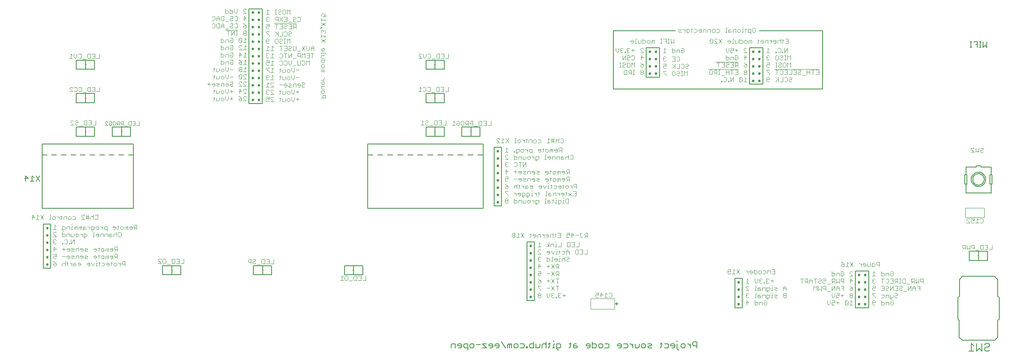
<source format=gbo>
G75*
G70*
%OFA0B0*%
%FSLAX24Y24*%
%IPPOS*%
%LPD*%
%AMOC8*
5,1,8,0,0,1.08239X$1,22.5*
%
%ADD10C,0.0040*%
%ADD11C,0.0100*%
%ADD12C,0.0060*%
%ADD13C,0.0070*%
%ADD14C,0.0050*%
%ADD15R,0.0079X0.0079*%
%ADD16C,0.0020*%
D10*
X007414Y010523D02*
X007354Y010583D01*
X007354Y010643D01*
X007414Y010704D01*
X007594Y010704D01*
X007594Y010583D01*
X007534Y010523D01*
X007414Y010523D01*
X007594Y010704D02*
X007474Y010824D01*
X007354Y010884D01*
X007414Y011123D02*
X007534Y011123D01*
X007594Y011183D01*
X007594Y011304D02*
X007474Y011364D01*
X007414Y011364D01*
X007354Y011304D01*
X007354Y011183D01*
X007414Y011123D01*
X007594Y011304D02*
X007594Y011484D01*
X007354Y011484D01*
X007414Y011723D02*
X007414Y012084D01*
X007594Y011904D01*
X007354Y011904D01*
X007414Y012323D02*
X007534Y012323D01*
X007594Y012383D01*
X007474Y012504D02*
X007414Y012504D01*
X007354Y012443D01*
X007354Y012383D01*
X007414Y012323D01*
X007414Y012504D02*
X007354Y012564D01*
X007354Y012624D01*
X007414Y012684D01*
X007534Y012684D01*
X007594Y012624D01*
X007594Y012923D02*
X007354Y013164D01*
X007354Y013224D01*
X007414Y013284D01*
X007534Y013284D01*
X007594Y013224D01*
X007594Y013523D02*
X007354Y013523D01*
X007474Y013523D02*
X007474Y013884D01*
X007594Y013764D01*
X008090Y013764D02*
X008270Y013764D01*
X008330Y013704D01*
X008330Y013583D01*
X008270Y013523D01*
X008090Y013523D01*
X008090Y013463D02*
X008090Y013764D01*
X008090Y013463D02*
X008150Y013403D01*
X008210Y013403D01*
X008090Y013284D02*
X008090Y012923D01*
X008270Y012923D01*
X008330Y012983D01*
X008330Y013104D01*
X008270Y013164D01*
X008090Y013164D01*
X008459Y013104D02*
X008459Y012923D01*
X008459Y013104D02*
X008519Y013164D01*
X008699Y013164D01*
X008699Y012923D01*
X008827Y012923D02*
X008827Y013164D01*
X009067Y013164D02*
X009067Y012983D01*
X009007Y012923D01*
X008827Y012923D01*
X008827Y012684D02*
X008827Y012323D01*
X009067Y012684D01*
X009067Y012323D01*
X009007Y011964D02*
X008827Y011964D01*
X008887Y011843D02*
X009007Y011843D01*
X009067Y011904D01*
X009007Y011964D01*
X008887Y011843D02*
X008827Y011783D01*
X008887Y011723D01*
X009067Y011723D01*
X009195Y011723D02*
X009195Y011904D01*
X009255Y011964D01*
X009435Y011964D01*
X009435Y011723D01*
X009564Y011843D02*
X009804Y011843D01*
X009804Y011783D02*
X009804Y011904D01*
X009744Y011964D01*
X009624Y011964D01*
X009564Y011904D01*
X009564Y011843D01*
X009624Y011723D02*
X009744Y011723D01*
X009804Y011783D01*
X009932Y011783D02*
X009992Y011843D01*
X010112Y011843D01*
X010172Y011904D01*
X010112Y011964D01*
X009932Y011964D01*
X009932Y011783D02*
X009992Y011723D01*
X010172Y011723D01*
X010112Y011364D02*
X009932Y011364D01*
X009992Y011243D02*
X010112Y011243D01*
X010172Y011304D01*
X010112Y011364D01*
X009992Y011243D02*
X009932Y011183D01*
X009992Y011123D01*
X010172Y011123D01*
X010176Y010764D02*
X010116Y010704D01*
X010116Y010643D01*
X010356Y010643D01*
X010356Y010583D02*
X010356Y010704D01*
X010296Y010764D01*
X010176Y010764D01*
X010176Y010523D02*
X010296Y010523D01*
X010356Y010583D01*
X010484Y010764D02*
X010604Y010523D01*
X010725Y010764D01*
X010910Y010764D02*
X010910Y010523D01*
X010970Y010523D02*
X010850Y010523D01*
X011096Y010523D02*
X011156Y010583D01*
X011156Y010824D01*
X011216Y010764D02*
X011096Y010764D01*
X010970Y010764D02*
X010910Y010764D01*
X010910Y010884D02*
X010910Y010944D01*
X010849Y011123D02*
X010909Y011183D01*
X010909Y011304D01*
X010849Y011364D01*
X010729Y011364D01*
X010668Y011304D01*
X010668Y011243D01*
X010909Y011243D01*
X010849Y011123D02*
X010729Y011123D01*
X011034Y011123D02*
X011094Y011183D01*
X011094Y011424D01*
X011154Y011364D02*
X011034Y011364D01*
X011282Y011304D02*
X011342Y011364D01*
X011462Y011364D01*
X011523Y011304D01*
X011523Y011183D01*
X011462Y011123D01*
X011342Y011123D01*
X011282Y011183D01*
X011282Y011304D01*
X011651Y011304D02*
X011651Y011123D01*
X011771Y011123D02*
X011771Y011304D01*
X011711Y011364D01*
X011651Y011304D01*
X011771Y011304D02*
X011831Y011364D01*
X011891Y011364D01*
X011891Y011123D01*
X012019Y011243D02*
X012259Y011243D01*
X012259Y011183D02*
X012259Y011304D01*
X012199Y011364D01*
X012079Y011364D01*
X012019Y011304D01*
X012019Y011243D01*
X012079Y011123D02*
X012199Y011123D01*
X012259Y011183D01*
X012387Y011123D02*
X012507Y011243D01*
X012447Y011243D02*
X012627Y011243D01*
X012627Y011123D02*
X012627Y011484D01*
X012447Y011484D01*
X012387Y011424D01*
X012387Y011304D01*
X012447Y011243D01*
X012387Y011723D02*
X012507Y011843D01*
X012447Y011843D02*
X012627Y011843D01*
X012627Y011723D02*
X012627Y012084D01*
X012447Y012084D01*
X012387Y012024D01*
X012387Y011904D01*
X012447Y011843D01*
X012259Y011843D02*
X012019Y011843D01*
X012019Y011904D01*
X012079Y011964D01*
X012199Y011964D01*
X012259Y011904D01*
X012259Y011783D01*
X012199Y011723D01*
X012079Y011723D01*
X011891Y011723D02*
X011891Y011964D01*
X011831Y011964D01*
X011771Y011904D01*
X011711Y011964D01*
X011651Y011904D01*
X011651Y011723D01*
X011771Y011723D02*
X011771Y011904D01*
X011523Y011904D02*
X011523Y011783D01*
X011462Y011723D01*
X011342Y011723D01*
X011282Y011783D01*
X011282Y011904D01*
X011342Y011964D01*
X011462Y011964D01*
X011523Y011904D01*
X011154Y011964D02*
X011034Y011964D01*
X011094Y012024D02*
X011094Y011783D01*
X011034Y011723D01*
X010909Y011783D02*
X010909Y011904D01*
X010849Y011964D01*
X010729Y011964D01*
X010668Y011904D01*
X010668Y011843D01*
X010909Y011843D01*
X010909Y011783D02*
X010849Y011723D01*
X010729Y011723D01*
X009804Y011304D02*
X009744Y011364D01*
X009624Y011364D01*
X009564Y011304D01*
X009564Y011243D01*
X009804Y011243D01*
X009804Y011183D02*
X009804Y011304D01*
X009804Y011183D02*
X009744Y011123D01*
X009624Y011123D01*
X009435Y011123D02*
X009435Y011364D01*
X009255Y011364D01*
X009195Y011304D01*
X009195Y011123D01*
X009067Y011123D02*
X008887Y011123D01*
X008827Y011183D01*
X008887Y011243D01*
X009007Y011243D01*
X009067Y011304D01*
X009007Y011364D01*
X008827Y011364D01*
X008699Y011304D02*
X008639Y011364D01*
X008519Y011364D01*
X008459Y011304D01*
X008459Y011243D01*
X008699Y011243D01*
X008699Y011183D02*
X008699Y011304D01*
X008699Y011183D02*
X008639Y011123D01*
X008519Y011123D01*
X008330Y011304D02*
X008090Y011304D01*
X008330Y010884D02*
X008330Y010523D01*
X008456Y010523D02*
X008516Y010583D01*
X008516Y010824D01*
X008576Y010764D02*
X008456Y010764D01*
X008330Y010704D02*
X008270Y010764D01*
X008150Y010764D01*
X008090Y010704D01*
X008090Y010523D01*
X008703Y010764D02*
X008763Y010764D01*
X008883Y010643D01*
X008883Y010523D02*
X008883Y010764D01*
X009011Y010704D02*
X009011Y010523D01*
X009191Y010523D01*
X009251Y010583D01*
X009191Y010643D01*
X009011Y010643D01*
X009011Y010704D02*
X009071Y010764D01*
X009191Y010764D01*
X009379Y010704D02*
X009379Y010643D01*
X009620Y010643D01*
X009620Y010583D02*
X009620Y010704D01*
X009560Y010764D01*
X009439Y010764D01*
X009379Y010704D01*
X009439Y010523D02*
X009560Y010523D01*
X009620Y010583D01*
X011344Y010523D02*
X011524Y010523D01*
X011584Y010583D01*
X011584Y010704D01*
X011524Y010764D01*
X011344Y010764D01*
X011712Y010704D02*
X011712Y010643D01*
X011952Y010643D01*
X011952Y010583D02*
X011952Y010704D01*
X011892Y010764D01*
X011772Y010764D01*
X011712Y010704D01*
X011772Y010523D02*
X011892Y010523D01*
X011952Y010583D01*
X012078Y010523D02*
X012138Y010583D01*
X012138Y010824D01*
X012198Y010764D02*
X012078Y010764D01*
X012326Y010704D02*
X012386Y010764D01*
X012506Y010764D01*
X012566Y010704D01*
X012566Y010583D01*
X012506Y010523D01*
X012386Y010523D01*
X012326Y010583D01*
X012326Y010704D01*
X012693Y010764D02*
X012753Y010764D01*
X012873Y010643D01*
X012873Y010523D02*
X012873Y010764D01*
X013001Y010824D02*
X013001Y010704D01*
X013061Y010643D01*
X013241Y010643D01*
X013241Y010523D02*
X013241Y010884D01*
X013061Y010884D01*
X013001Y010824D01*
X015990Y010725D02*
X016230Y010725D01*
X015990Y010965D01*
X015990Y011025D01*
X016050Y011085D01*
X016170Y011085D01*
X016230Y011025D01*
X016358Y011025D02*
X016418Y011085D01*
X016538Y011085D01*
X016598Y011025D01*
X016598Y010785D01*
X016538Y010725D01*
X016418Y010725D01*
X016358Y010785D01*
X016358Y011025D01*
X016726Y010664D02*
X016967Y010664D01*
X017095Y010785D02*
X017095Y011025D01*
X017155Y011085D01*
X017335Y011085D01*
X017335Y010725D01*
X017155Y010725D01*
X017095Y010785D01*
X017463Y010725D02*
X017703Y010725D01*
X017703Y011085D01*
X017463Y011085D01*
X017583Y010905D02*
X017703Y010905D01*
X017831Y010725D02*
X018072Y010725D01*
X018072Y011085D01*
X023385Y011000D02*
X023385Y010880D01*
X023445Y010820D01*
X023625Y010820D01*
X023625Y010700D02*
X023625Y011060D01*
X023445Y011060D01*
X023385Y011000D01*
X023753Y011000D02*
X023813Y011060D01*
X023933Y011060D01*
X023993Y011000D01*
X023993Y010940D01*
X023933Y010880D01*
X023813Y010880D01*
X023753Y010820D01*
X023753Y010760D01*
X023813Y010700D01*
X023933Y010700D01*
X023993Y010760D01*
X024121Y010639D02*
X024361Y010639D01*
X024489Y010760D02*
X024489Y011000D01*
X024550Y011060D01*
X024730Y011060D01*
X024730Y010700D01*
X024550Y010700D01*
X024489Y010760D01*
X024858Y010700D02*
X025098Y010700D01*
X025098Y011060D01*
X024858Y011060D01*
X024978Y010880D02*
X025098Y010880D01*
X025226Y010700D02*
X025466Y010700D01*
X025466Y011060D01*
X030954Y009335D02*
X031194Y009335D01*
X031074Y009335D02*
X031074Y009695D01*
X031194Y009575D01*
X031322Y009635D02*
X031382Y009695D01*
X031502Y009695D01*
X031562Y009635D01*
X031562Y009395D01*
X031502Y009335D01*
X031382Y009335D01*
X031322Y009395D01*
X031322Y009635D01*
X031690Y009275D02*
X031930Y009275D01*
X032059Y009395D02*
X032059Y009635D01*
X032119Y009695D01*
X032299Y009695D01*
X032299Y009335D01*
X032119Y009335D01*
X032059Y009395D01*
X032427Y009335D02*
X032667Y009335D01*
X032667Y009695D01*
X032427Y009695D01*
X032547Y009515D02*
X032667Y009515D01*
X032795Y009335D02*
X033035Y009335D01*
X033035Y009695D01*
X045081Y012933D02*
X045141Y012873D01*
X045261Y012873D01*
X045321Y012933D01*
X045321Y012993D01*
X045261Y013054D01*
X045141Y013054D01*
X045081Y012993D01*
X045081Y012933D01*
X045141Y013054D02*
X045081Y013114D01*
X045081Y013174D01*
X045141Y013234D01*
X045261Y013234D01*
X045321Y013174D01*
X045321Y013114D01*
X045261Y013054D01*
X045449Y012873D02*
X045689Y012873D01*
X045569Y012873D02*
X045569Y013234D01*
X045689Y013114D01*
X045818Y013234D02*
X046058Y012873D01*
X045818Y012873D02*
X046058Y013234D01*
X046552Y013114D02*
X046672Y013114D01*
X046612Y013174D02*
X046612Y012933D01*
X046552Y012873D01*
X046800Y012993D02*
X047040Y012993D01*
X047040Y012933D02*
X047040Y013054D01*
X046980Y013114D01*
X046860Y013114D01*
X046800Y013054D01*
X046800Y012993D01*
X046860Y012873D02*
X046980Y012873D01*
X047040Y012933D01*
X047168Y012873D02*
X047168Y013054D01*
X047228Y013114D01*
X047408Y013114D01*
X047408Y012873D01*
X047535Y013114D02*
X047595Y013114D01*
X047715Y012993D01*
X047715Y012873D02*
X047715Y013114D01*
X047843Y013054D02*
X047843Y012993D01*
X048083Y012993D01*
X048083Y012933D02*
X048083Y013054D01*
X048023Y013114D01*
X047903Y013114D01*
X047843Y013054D01*
X047903Y012873D02*
X048023Y012873D01*
X048083Y012933D01*
X048212Y012873D02*
X048212Y013054D01*
X048272Y013114D01*
X048392Y013114D01*
X048452Y013054D01*
X048577Y013114D02*
X048697Y013114D01*
X048637Y013174D02*
X048637Y012933D01*
X048577Y012873D01*
X048452Y012873D02*
X048452Y013234D01*
X048825Y013234D02*
X049066Y013234D01*
X049066Y012873D01*
X048825Y012873D01*
X048946Y013054D02*
X049066Y013054D01*
X049562Y013054D02*
X049562Y012933D01*
X049622Y012873D01*
X049742Y012873D01*
X049802Y012933D01*
X049802Y013054D02*
X049682Y013114D01*
X049622Y013114D01*
X049562Y013054D01*
X049562Y013234D02*
X049802Y013234D01*
X049802Y013054D01*
X049930Y013054D02*
X050171Y013054D01*
X049990Y013234D01*
X049990Y012873D01*
X050299Y013054D02*
X050539Y013054D01*
X050667Y013234D02*
X050787Y013234D01*
X050727Y013234D02*
X050727Y012933D01*
X050787Y012873D01*
X050847Y012873D01*
X050907Y012933D01*
X051035Y012873D02*
X051155Y012993D01*
X051095Y012993D02*
X051276Y012993D01*
X051276Y012873D02*
X051276Y013234D01*
X051095Y013234D01*
X051035Y013174D01*
X051035Y013054D01*
X051095Y012993D01*
X050575Y012459D02*
X050575Y012098D01*
X050334Y012098D01*
X050206Y012098D02*
X049966Y012098D01*
X049838Y012098D02*
X049838Y012459D01*
X049658Y012459D01*
X049598Y012399D01*
X049598Y012158D01*
X049658Y012098D01*
X049838Y012098D01*
X049656Y011859D02*
X049536Y011739D01*
X049536Y011498D01*
X049408Y011558D02*
X049348Y011498D01*
X049168Y011498D01*
X048980Y011558D02*
X048920Y011498D01*
X048980Y011558D02*
X048980Y011799D01*
X049040Y011739D02*
X048920Y011739D01*
X048794Y011739D02*
X048734Y011739D01*
X048734Y011498D01*
X048794Y011498D02*
X048674Y011498D01*
X048429Y011498D02*
X048309Y011739D01*
X048180Y011679D02*
X048120Y011739D01*
X048000Y011739D01*
X047940Y011679D01*
X047940Y011618D01*
X048180Y011618D01*
X048180Y011558D02*
X048180Y011679D01*
X048180Y011558D02*
X048120Y011498D01*
X048000Y011498D01*
X047940Y011259D02*
X047940Y010898D01*
X048120Y010898D01*
X048180Y010958D01*
X048180Y011079D01*
X048120Y011139D01*
X047940Y011139D01*
X048306Y010898D02*
X048426Y010898D01*
X048366Y010898D02*
X048366Y011259D01*
X048426Y011259D01*
X048554Y011079D02*
X048554Y011018D01*
X048794Y011018D01*
X048794Y010958D02*
X048794Y011079D01*
X048734Y011139D01*
X048614Y011139D01*
X048554Y011079D01*
X048614Y010898D02*
X048734Y010898D01*
X048794Y010958D01*
X048920Y010898D02*
X049040Y010898D01*
X048980Y010898D02*
X048980Y011139D01*
X049040Y011139D01*
X048980Y011259D02*
X048980Y011319D01*
X049168Y011079D02*
X049168Y010898D01*
X049168Y011079D02*
X049228Y011139D01*
X049348Y011139D01*
X049408Y011079D01*
X049536Y011018D02*
X049536Y010958D01*
X049596Y010898D01*
X049716Y010898D01*
X049777Y010958D01*
X049716Y011079D02*
X049596Y011079D01*
X049536Y011018D01*
X049408Y010898D02*
X049408Y011259D01*
X049536Y011199D02*
X049596Y011259D01*
X049716Y011259D01*
X049777Y011199D01*
X049777Y011139D01*
X049716Y011079D01*
X049777Y011498D02*
X049777Y011739D01*
X049656Y011859D01*
X049777Y011679D02*
X049536Y011679D01*
X049408Y011679D02*
X049408Y011558D01*
X049408Y011679D02*
X049348Y011739D01*
X049168Y011739D01*
X049101Y012098D02*
X048861Y012098D01*
X048733Y012098D02*
X048613Y012098D01*
X048673Y012098D02*
X048673Y012339D01*
X048733Y012339D01*
X048673Y012459D02*
X048673Y012519D01*
X048487Y012339D02*
X048307Y012339D01*
X048247Y012279D01*
X048247Y012098D01*
X048119Y012098D02*
X048119Y012459D01*
X047939Y012339D02*
X048119Y012218D01*
X047939Y012098D01*
X047444Y012098D02*
X047204Y012098D01*
X047324Y012098D02*
X047324Y012459D01*
X047444Y012339D01*
X047384Y011859D02*
X047444Y011799D01*
X047384Y011859D02*
X047264Y011859D01*
X047204Y011799D01*
X047204Y011739D01*
X047444Y011498D01*
X047204Y011498D01*
X047264Y011259D02*
X047204Y011199D01*
X047204Y011139D01*
X047264Y011079D01*
X047204Y011018D01*
X047204Y010958D01*
X047264Y010898D01*
X047384Y010898D01*
X047444Y010958D01*
X047324Y011079D02*
X047264Y011079D01*
X047264Y011259D02*
X047384Y011259D01*
X047444Y011199D01*
X048429Y011498D02*
X048549Y011739D01*
X048734Y011859D02*
X048734Y011919D01*
X048487Y012098D02*
X048487Y012339D01*
X049101Y012459D02*
X049101Y012098D01*
X049966Y012459D02*
X050206Y012459D01*
X050206Y012098D01*
X050206Y012279D02*
X050086Y012279D01*
X050333Y011859D02*
X050513Y011859D01*
X050513Y011498D01*
X050333Y011498D01*
X050273Y011558D01*
X050273Y011799D01*
X050333Y011859D01*
X050641Y011859D02*
X050881Y011859D01*
X050881Y011498D01*
X050641Y011498D01*
X050761Y011679D02*
X050881Y011679D01*
X051010Y011498D02*
X051250Y011498D01*
X051250Y011859D01*
X048917Y010659D02*
X048737Y010659D01*
X048677Y010599D01*
X048677Y010479D01*
X048737Y010418D01*
X048917Y010418D01*
X048917Y010298D02*
X048917Y010659D01*
X048797Y010418D02*
X048677Y010298D01*
X048549Y010298D02*
X048309Y010659D01*
X048180Y010479D02*
X047940Y010479D01*
X048060Y010599D02*
X048060Y010358D01*
X048309Y010298D02*
X048549Y010659D01*
X047444Y010479D02*
X047204Y010479D01*
X047264Y010659D02*
X047444Y010479D01*
X047264Y010659D02*
X047264Y010298D01*
X047204Y010059D02*
X047444Y010059D01*
X047444Y009879D01*
X047324Y009939D01*
X047264Y009939D01*
X047204Y009879D01*
X047204Y009758D01*
X047264Y009698D01*
X047384Y009698D01*
X047444Y009758D01*
X047324Y009399D02*
X047444Y009279D01*
X047264Y009279D01*
X047204Y009218D01*
X047204Y009158D01*
X047264Y009098D01*
X047384Y009098D01*
X047444Y009158D01*
X047444Y009279D01*
X047324Y009399D02*
X047204Y009459D01*
X047204Y008859D02*
X047204Y008799D01*
X047444Y008558D01*
X047444Y008498D01*
X047384Y008259D02*
X047264Y008259D01*
X047204Y008199D01*
X047204Y008139D01*
X047264Y008079D01*
X047384Y008079D01*
X047444Y008139D01*
X047444Y008199D01*
X047384Y008259D01*
X047384Y008079D02*
X047444Y008018D01*
X047444Y007958D01*
X047384Y007898D01*
X047264Y007898D01*
X047204Y007958D01*
X047204Y008018D01*
X047264Y008079D01*
X047940Y008018D02*
X047940Y008259D01*
X048180Y008259D02*
X048180Y008018D01*
X048060Y007898D01*
X047940Y008018D01*
X048309Y008018D02*
X048309Y007958D01*
X048369Y007898D01*
X048489Y007898D01*
X048549Y007958D01*
X048673Y007958D02*
X048673Y007898D01*
X048733Y007898D01*
X048733Y007958D01*
X048673Y007958D01*
X048861Y007958D02*
X048921Y007898D01*
X049041Y007898D01*
X049101Y007958D01*
X048981Y008079D02*
X048921Y008079D01*
X048861Y008018D01*
X048861Y007958D01*
X048921Y008079D02*
X048861Y008139D01*
X048861Y008199D01*
X048921Y008259D01*
X049041Y008259D01*
X049101Y008199D01*
X049229Y008079D02*
X049470Y008079D01*
X049349Y008199D02*
X049349Y007958D01*
X048549Y008199D02*
X048489Y008259D01*
X048369Y008259D01*
X048309Y008199D01*
X048309Y008139D01*
X048369Y008079D01*
X048309Y008018D01*
X048369Y008079D02*
X048429Y008079D01*
X048549Y008498D02*
X048309Y008859D01*
X048180Y008679D02*
X047940Y008679D01*
X048309Y008498D02*
X048549Y008859D01*
X048677Y008859D02*
X048917Y008859D01*
X048797Y008859D02*
X048797Y008498D01*
X048797Y009098D02*
X048797Y009459D01*
X048917Y009459D02*
X048677Y009459D01*
X048549Y009459D02*
X048309Y009098D01*
X048180Y009279D02*
X047940Y009279D01*
X048060Y009399D02*
X048060Y009158D01*
X048309Y009459D02*
X048549Y009098D01*
X047444Y008859D02*
X047204Y008859D01*
X048309Y009698D02*
X048549Y010059D01*
X048677Y009999D02*
X048677Y009879D01*
X048737Y009818D01*
X048917Y009818D01*
X048917Y009698D02*
X048917Y010059D01*
X048737Y010059D01*
X048677Y009999D01*
X048797Y009818D02*
X048677Y009698D01*
X048549Y009698D02*
X048309Y010059D01*
X048180Y009879D02*
X047940Y009879D01*
X051935Y008293D02*
X052176Y008293D01*
X052176Y008112D01*
X052055Y008172D01*
X051995Y008172D01*
X051935Y008112D01*
X051935Y007992D01*
X051995Y007932D01*
X052115Y007932D01*
X052176Y007992D01*
X052304Y008112D02*
X052544Y008112D01*
X052364Y008293D01*
X052364Y007932D01*
X052672Y007932D02*
X052912Y007932D01*
X052792Y007932D02*
X052792Y008293D01*
X052912Y008172D01*
X053040Y008232D02*
X053100Y008293D01*
X053220Y008293D01*
X053280Y008232D01*
X053280Y007992D01*
X053220Y007932D01*
X053100Y007932D01*
X053040Y007992D01*
X062814Y009933D02*
X062814Y010174D01*
X062874Y010234D01*
X062994Y010234D01*
X063054Y010174D01*
X063054Y010114D01*
X062994Y010054D01*
X062814Y010054D01*
X062814Y009933D02*
X062874Y009873D01*
X062994Y009873D01*
X063054Y009933D01*
X063182Y009873D02*
X063422Y009873D01*
X063302Y009873D02*
X063302Y010234D01*
X063422Y010114D01*
X063550Y010234D02*
X063790Y009873D01*
X063550Y009873D02*
X063790Y010234D01*
X064285Y010114D02*
X064346Y010114D01*
X064466Y009993D01*
X064466Y009873D02*
X064466Y010114D01*
X064594Y010054D02*
X064594Y009993D01*
X064834Y009993D01*
X064834Y009933D02*
X064834Y010054D01*
X064774Y010114D01*
X064654Y010114D01*
X064594Y010054D01*
X064654Y009873D02*
X064774Y009873D01*
X064834Y009933D01*
X064962Y009873D02*
X064962Y010234D01*
X064962Y010114D02*
X065142Y010114D01*
X065202Y010054D01*
X065202Y009933D01*
X065142Y009873D01*
X064962Y009873D01*
X065330Y009933D02*
X065330Y010054D01*
X065390Y010114D01*
X065511Y010114D01*
X065571Y010054D01*
X065571Y009933D01*
X065511Y009873D01*
X065390Y009873D01*
X065330Y009933D01*
X065699Y009873D02*
X065879Y009873D01*
X065939Y009933D01*
X065939Y010054D01*
X065879Y010114D01*
X065699Y010114D01*
X066067Y010054D02*
X066067Y009873D01*
X066067Y010054D02*
X066127Y010114D01*
X066307Y010114D01*
X066307Y009873D01*
X066435Y009873D02*
X066676Y009873D01*
X066676Y010234D01*
X066435Y010234D01*
X066555Y010054D02*
X066676Y010054D01*
X066449Y009399D02*
X066449Y009158D01*
X066329Y009279D02*
X066570Y009279D01*
X066448Y008919D02*
X066448Y008859D01*
X066448Y008739D02*
X066448Y008498D01*
X066508Y008498D02*
X066388Y008498D01*
X066263Y008558D02*
X066203Y008498D01*
X066022Y008498D01*
X066022Y008438D02*
X066022Y008739D01*
X066203Y008739D01*
X066263Y008679D01*
X066263Y008558D01*
X066143Y008378D02*
X066083Y008378D01*
X066022Y008438D01*
X065894Y008498D02*
X065894Y008739D01*
X065714Y008739D01*
X065654Y008679D01*
X065654Y008498D01*
X065526Y008558D02*
X065466Y008618D01*
X065286Y008618D01*
X065286Y008679D02*
X065286Y008498D01*
X065466Y008498D01*
X065526Y008558D01*
X065466Y008739D02*
X065346Y008739D01*
X065286Y008679D01*
X065158Y008859D02*
X065098Y008859D01*
X065098Y008498D01*
X065158Y008498D02*
X065038Y008498D01*
X065098Y008259D02*
X065098Y007898D01*
X065158Y007898D02*
X065038Y007898D01*
X065040Y007659D02*
X065040Y007298D01*
X065220Y007298D01*
X065280Y007358D01*
X065280Y007479D01*
X065220Y007539D01*
X065040Y007539D01*
X065409Y007479D02*
X065409Y007298D01*
X065409Y007479D02*
X065469Y007539D01*
X065649Y007539D01*
X065649Y007298D01*
X065777Y007358D02*
X065777Y007479D01*
X065897Y007479D01*
X065777Y007599D02*
X065837Y007659D01*
X065957Y007659D01*
X066017Y007599D01*
X066017Y007358D01*
X065957Y007298D01*
X065837Y007298D01*
X065777Y007358D01*
X066083Y007778D02*
X066022Y007838D01*
X066022Y008139D01*
X066203Y008139D01*
X066263Y008079D01*
X066263Y007958D01*
X066203Y007898D01*
X066022Y007898D01*
X065894Y007898D02*
X065894Y008139D01*
X065714Y008139D01*
X065654Y008079D01*
X065654Y007898D01*
X065526Y007958D02*
X065466Y008018D01*
X065286Y008018D01*
X065286Y008079D02*
X065286Y007898D01*
X065466Y007898D01*
X065526Y007958D01*
X065466Y008139D02*
X065346Y008139D01*
X065286Y008079D01*
X065158Y008259D02*
X065098Y008259D01*
X064544Y008199D02*
X064484Y008259D01*
X064364Y008259D01*
X064304Y008199D01*
X064304Y008139D01*
X064364Y008079D01*
X064304Y008018D01*
X064304Y007958D01*
X064364Y007898D01*
X064484Y007898D01*
X064544Y007958D01*
X064424Y008079D02*
X064364Y008079D01*
X064364Y007659D02*
X064544Y007479D01*
X064304Y007479D01*
X064364Y007659D02*
X064364Y007298D01*
X066083Y007778D02*
X066143Y007778D01*
X066388Y007898D02*
X066508Y007898D01*
X066448Y007898D02*
X066448Y008139D01*
X066508Y008139D01*
X066636Y008139D02*
X066816Y008139D01*
X066877Y008079D01*
X066816Y008018D01*
X066696Y008018D01*
X066636Y007958D01*
X066696Y007898D01*
X066877Y007898D01*
X067373Y007958D02*
X067433Y007898D01*
X067613Y007898D01*
X067613Y008259D01*
X067433Y008259D01*
X067373Y008199D01*
X067373Y008139D01*
X067433Y008079D01*
X067613Y008079D01*
X067433Y008079D02*
X067373Y008018D01*
X067373Y007958D01*
X066448Y008259D02*
X066448Y008319D01*
X066636Y008558D02*
X066696Y008618D01*
X066816Y008618D01*
X066877Y008679D01*
X066816Y008739D01*
X066636Y008739D01*
X066508Y008739D02*
X066448Y008739D01*
X066636Y008558D02*
X066696Y008498D01*
X066877Y008498D01*
X067373Y008498D02*
X067373Y008739D01*
X067493Y008859D01*
X067613Y008739D01*
X067613Y008498D01*
X067613Y008679D02*
X067373Y008679D01*
X066201Y009158D02*
X066141Y009098D01*
X066021Y009098D01*
X065961Y009158D01*
X065961Y009218D01*
X066021Y009279D01*
X066081Y009279D01*
X066021Y009279D02*
X065961Y009339D01*
X065961Y009399D01*
X066021Y009459D01*
X066141Y009459D01*
X066201Y009399D01*
X065833Y009158D02*
X065833Y009098D01*
X065773Y009098D01*
X065773Y009158D01*
X065833Y009158D01*
X065649Y009158D02*
X065589Y009098D01*
X065469Y009098D01*
X065409Y009158D01*
X065409Y009218D01*
X065469Y009279D01*
X065529Y009279D01*
X065469Y009279D02*
X065409Y009339D01*
X065409Y009399D01*
X065469Y009459D01*
X065589Y009459D01*
X065649Y009399D01*
X065280Y009459D02*
X065280Y009218D01*
X065160Y009098D01*
X065040Y009218D01*
X065040Y009459D01*
X064544Y009339D02*
X064424Y009459D01*
X064424Y009098D01*
X064544Y009098D02*
X064304Y009098D01*
X064364Y008859D02*
X064484Y008859D01*
X064544Y008799D01*
X064364Y008859D02*
X064304Y008799D01*
X064304Y008739D01*
X064544Y008498D01*
X064304Y008498D01*
X068784Y009459D02*
X069024Y009459D01*
X068904Y009459D02*
X068904Y009098D01*
X069152Y009098D02*
X069272Y009218D01*
X069212Y009218D02*
X069392Y009218D01*
X069392Y009098D02*
X069392Y009459D01*
X069212Y009459D01*
X069152Y009399D01*
X069152Y009279D01*
X069212Y009218D01*
X069521Y009279D02*
X069761Y009279D01*
X069761Y009339D02*
X069641Y009459D01*
X069521Y009339D01*
X069521Y009098D01*
X069761Y009098D02*
X069761Y009339D01*
X069889Y009459D02*
X070129Y009459D01*
X070009Y009459D02*
X070009Y009098D01*
X070257Y009158D02*
X070317Y009098D01*
X070437Y009098D01*
X070497Y009158D01*
X070625Y009158D02*
X070685Y009098D01*
X070806Y009098D01*
X070866Y009158D01*
X070806Y009279D02*
X070685Y009279D01*
X070625Y009218D01*
X070625Y009158D01*
X070806Y009279D02*
X070866Y009339D01*
X070866Y009399D01*
X070806Y009459D01*
X070685Y009459D01*
X070625Y009399D01*
X070497Y009399D02*
X070497Y009339D01*
X070437Y009279D01*
X070317Y009279D01*
X070257Y009218D01*
X070257Y009158D01*
X070257Y009399D02*
X070317Y009459D01*
X070437Y009459D01*
X070497Y009399D01*
X070497Y008859D02*
X070497Y008498D01*
X070377Y008618D01*
X070257Y008498D01*
X070257Y008859D01*
X070129Y008859D02*
X070009Y008739D01*
X069889Y008859D01*
X069889Y008498D01*
X070129Y008498D02*
X070129Y008859D01*
X070625Y008799D02*
X070625Y008679D01*
X070685Y008618D01*
X070866Y008618D01*
X070866Y008498D02*
X070866Y008859D01*
X070685Y008859D01*
X070625Y008799D01*
X070994Y009038D02*
X071234Y009038D01*
X071362Y009098D02*
X071482Y009218D01*
X071422Y009218D02*
X071602Y009218D01*
X071602Y009098D02*
X071602Y009459D01*
X071422Y009459D01*
X071362Y009399D01*
X071362Y009279D01*
X071422Y009218D01*
X071730Y009098D02*
X071730Y009459D01*
X071730Y009698D02*
X071730Y009879D01*
X071790Y009939D01*
X071971Y009939D01*
X071971Y009698D01*
X072099Y009758D02*
X072099Y009879D01*
X072219Y009879D01*
X072339Y009999D02*
X072339Y009758D01*
X072279Y009698D01*
X072159Y009698D01*
X072099Y009758D01*
X072099Y009999D02*
X072159Y010059D01*
X072279Y010059D01*
X072339Y009999D01*
X072330Y010473D02*
X072210Y010473D01*
X072150Y010533D01*
X072150Y010593D01*
X072210Y010654D01*
X072390Y010654D01*
X072390Y010533D01*
X072330Y010473D01*
X072519Y010473D02*
X072759Y010473D01*
X072639Y010473D02*
X072639Y010834D01*
X072759Y010714D01*
X072887Y010834D02*
X073127Y010473D01*
X072887Y010473D02*
X073127Y010834D01*
X073622Y010714D02*
X073682Y010714D01*
X073802Y010593D01*
X073802Y010473D02*
X073802Y010714D01*
X073930Y010654D02*
X073930Y010593D01*
X074171Y010593D01*
X074171Y010533D02*
X074171Y010654D01*
X074111Y010714D01*
X073990Y010714D01*
X073930Y010654D01*
X073990Y010473D02*
X074111Y010473D01*
X074171Y010533D01*
X074299Y010533D02*
X074299Y010714D01*
X074299Y010533D02*
X074359Y010473D01*
X074419Y010533D01*
X074479Y010473D01*
X074539Y010533D01*
X074539Y010714D01*
X074667Y010654D02*
X074727Y010714D01*
X074847Y010714D01*
X074907Y010654D01*
X074907Y010533D01*
X074847Y010473D01*
X074727Y010473D01*
X074667Y010533D01*
X074667Y010654D01*
X075035Y010654D02*
X075095Y010593D01*
X075276Y010593D01*
X075276Y010473D02*
X075276Y010834D01*
X075095Y010834D01*
X075035Y010774D01*
X075035Y010654D01*
X074824Y010059D02*
X074824Y009698D01*
X074944Y009698D02*
X074704Y009698D01*
X074764Y009459D02*
X074704Y009399D01*
X074704Y009339D01*
X074764Y009279D01*
X074704Y009218D01*
X074704Y009158D01*
X074764Y009098D01*
X074884Y009098D01*
X074944Y009158D01*
X074824Y009279D02*
X074764Y009279D01*
X074764Y009459D02*
X074884Y009459D01*
X074944Y009399D01*
X075440Y009459D02*
X075680Y009459D01*
X075560Y009459D02*
X075560Y009098D01*
X075809Y009158D02*
X075869Y009098D01*
X075989Y009098D01*
X076049Y009158D01*
X076049Y009399D01*
X075989Y009459D01*
X075869Y009459D01*
X075809Y009399D01*
X075809Y009698D02*
X075809Y009879D01*
X075869Y009939D01*
X076049Y009939D01*
X076049Y009698D01*
X076177Y009758D02*
X076177Y009879D01*
X076297Y009879D01*
X076177Y009999D02*
X076237Y010059D01*
X076357Y010059D01*
X076417Y009999D01*
X076417Y009758D01*
X076357Y009698D01*
X076237Y009698D01*
X076177Y009758D01*
X076177Y009459D02*
X076417Y009459D01*
X076417Y009098D01*
X076177Y009098D01*
X076297Y009279D02*
X076417Y009279D01*
X076545Y009279D02*
X076605Y009218D01*
X076785Y009218D01*
X076785Y009098D02*
X076785Y009459D01*
X076605Y009459D01*
X076545Y009399D01*
X076545Y009279D01*
X076665Y009218D02*
X076545Y009098D01*
X076545Y008859D02*
X076785Y008859D01*
X076785Y008498D01*
X076545Y008498D01*
X076417Y008498D02*
X076417Y008859D01*
X076177Y008498D01*
X076177Y008859D01*
X076049Y008799D02*
X076049Y008739D01*
X075989Y008679D01*
X075869Y008679D01*
X075809Y008618D01*
X075809Y008558D01*
X075869Y008498D01*
X075989Y008498D01*
X076049Y008558D01*
X076049Y008799D02*
X075989Y008859D01*
X075869Y008859D01*
X075809Y008799D01*
X075680Y008859D02*
X075680Y008498D01*
X075440Y008498D01*
X075560Y008679D02*
X075680Y008679D01*
X075680Y008859D02*
X075440Y008859D01*
X074944Y008859D02*
X074944Y008679D01*
X074824Y008739D01*
X074764Y008739D01*
X074704Y008679D01*
X074704Y008558D01*
X074764Y008498D01*
X074884Y008498D01*
X074944Y008558D01*
X074944Y008259D02*
X074704Y008259D01*
X074704Y008199D01*
X074944Y007958D01*
X074944Y007898D01*
X074884Y007659D02*
X074944Y007599D01*
X074944Y007539D01*
X074884Y007479D01*
X074704Y007479D01*
X074704Y007599D02*
X074764Y007659D01*
X074884Y007659D01*
X074704Y007599D02*
X074704Y007358D01*
X074764Y007298D01*
X074884Y007298D01*
X074944Y007358D01*
X075440Y007298D02*
X075440Y007659D01*
X075440Y007539D02*
X075620Y007539D01*
X075680Y007479D01*
X075680Y007358D01*
X075620Y007298D01*
X075440Y007298D01*
X075809Y007298D02*
X075809Y007479D01*
X075869Y007539D01*
X076049Y007539D01*
X076049Y007298D01*
X076177Y007358D02*
X076177Y007479D01*
X076297Y007479D01*
X076177Y007599D02*
X076237Y007659D01*
X076357Y007659D01*
X076417Y007599D01*
X076417Y007358D01*
X076357Y007298D01*
X076237Y007298D01*
X076177Y007358D01*
X076237Y007778D02*
X076297Y007778D01*
X076237Y007778D02*
X076177Y007838D01*
X076177Y008139D01*
X076049Y008139D02*
X075869Y008139D01*
X075809Y008079D01*
X075809Y007898D01*
X075680Y007958D02*
X075620Y007898D01*
X075440Y007898D01*
X075440Y008139D02*
X075620Y008139D01*
X075680Y008079D01*
X075680Y007958D01*
X076049Y007898D02*
X076049Y008139D01*
X076177Y007898D02*
X076357Y007898D01*
X076417Y007958D01*
X076417Y008139D01*
X076545Y008199D02*
X076605Y008259D01*
X076725Y008259D01*
X076785Y008199D01*
X076785Y008139D01*
X076725Y008079D01*
X076605Y008079D01*
X076545Y008018D01*
X076545Y007958D01*
X076605Y007898D01*
X076725Y007898D01*
X076785Y007958D01*
X077282Y008438D02*
X077522Y008438D01*
X077650Y008498D02*
X077650Y008859D01*
X077768Y009038D02*
X077527Y009038D01*
X077399Y009098D02*
X077219Y009098D01*
X077159Y009158D01*
X077159Y009399D01*
X077219Y009459D01*
X077399Y009459D01*
X077399Y009098D01*
X077031Y009098D02*
X076911Y009098D01*
X076971Y009098D02*
X076971Y009459D01*
X077031Y009459D02*
X076911Y009459D01*
X076974Y008859D02*
X077094Y008859D01*
X077154Y008799D01*
X077154Y008739D01*
X077094Y008679D01*
X076974Y008679D01*
X076914Y008618D01*
X076914Y008558D01*
X076974Y008498D01*
X077094Y008498D01*
X077154Y008558D01*
X076914Y008799D02*
X076974Y008859D01*
X076785Y008679D02*
X076665Y008679D01*
X077650Y008498D02*
X077890Y008859D01*
X077890Y008498D01*
X078018Y008498D02*
X078018Y008739D01*
X078139Y008859D01*
X078259Y008739D01*
X078259Y008498D01*
X078259Y008679D02*
X078018Y008679D01*
X078387Y008859D02*
X078627Y008859D01*
X078627Y008498D01*
X078627Y008679D02*
X078507Y008679D01*
X078504Y009098D02*
X078384Y009218D01*
X078264Y009098D01*
X078264Y009459D01*
X078136Y009459D02*
X077956Y009459D01*
X077896Y009399D01*
X077896Y009279D01*
X077956Y009218D01*
X078136Y009218D01*
X078136Y009098D02*
X078136Y009459D01*
X078016Y009218D02*
X077896Y009098D01*
X078504Y009098D02*
X078504Y009459D01*
X078632Y009399D02*
X078632Y009279D01*
X078692Y009218D01*
X078873Y009218D01*
X078873Y009098D02*
X078873Y009459D01*
X078692Y009459D01*
X078632Y009399D01*
X075680Y009758D02*
X075680Y009879D01*
X075620Y009939D01*
X075440Y009939D01*
X075440Y010059D02*
X075440Y009698D01*
X075620Y009698D01*
X075680Y009758D01*
X074944Y009939D02*
X074824Y010059D01*
X073076Y009999D02*
X073015Y010059D01*
X072895Y010059D01*
X072835Y009999D01*
X072835Y009939D01*
X073076Y009698D01*
X072835Y009698D01*
X072895Y009459D02*
X073076Y009279D01*
X072835Y009279D01*
X072895Y009459D02*
X072895Y009098D01*
X072835Y008859D02*
X072955Y008799D01*
X073076Y008679D01*
X072895Y008679D01*
X072835Y008618D01*
X072835Y008558D01*
X072895Y008498D01*
X073015Y008498D01*
X073076Y008558D01*
X073076Y008679D01*
X073015Y008259D02*
X072895Y008259D01*
X072835Y008199D01*
X072835Y008139D01*
X072895Y008079D01*
X073015Y008079D01*
X073076Y008139D01*
X073076Y008199D01*
X073015Y008259D01*
X073015Y008079D02*
X073076Y008018D01*
X073076Y007958D01*
X073015Y007898D01*
X072895Y007898D01*
X072835Y007958D01*
X072835Y008018D01*
X072895Y008079D01*
X072955Y007659D02*
X072955Y007298D01*
X072835Y007298D02*
X073076Y007298D01*
X073076Y007539D02*
X072955Y007659D01*
X072707Y007599D02*
X072647Y007659D01*
X072527Y007659D01*
X072467Y007599D01*
X072707Y007358D01*
X072647Y007298D01*
X072527Y007298D01*
X072467Y007358D01*
X072467Y007599D01*
X072707Y007599D02*
X072707Y007358D01*
X071971Y007479D02*
X071730Y007479D01*
X071602Y007479D02*
X071482Y007539D01*
X071422Y007539D01*
X071362Y007479D01*
X071362Y007358D01*
X071422Y007298D01*
X071542Y007298D01*
X071602Y007358D01*
X071602Y007479D02*
X071602Y007659D01*
X071362Y007659D01*
X071234Y007659D02*
X071234Y007418D01*
X071114Y007298D01*
X070994Y007418D01*
X070994Y007659D01*
X071362Y008018D02*
X071362Y008259D01*
X071234Y008438D02*
X070994Y008438D01*
X071362Y008498D02*
X071362Y008859D01*
X071602Y008859D02*
X071362Y008498D01*
X071602Y008498D02*
X071602Y008859D01*
X071730Y008739D02*
X071850Y008859D01*
X071971Y008739D01*
X071971Y008498D01*
X071971Y008679D02*
X071730Y008679D01*
X071730Y008739D02*
X071730Y008498D01*
X071730Y008259D02*
X071971Y008259D01*
X071971Y008079D01*
X071850Y008139D01*
X071790Y008139D01*
X071730Y008079D01*
X071730Y007958D01*
X071790Y007898D01*
X071911Y007898D01*
X071971Y007958D01*
X072099Y008079D02*
X072339Y008079D01*
X072219Y008199D02*
X072219Y007958D01*
X071850Y007599D02*
X071850Y007358D01*
X071482Y007898D02*
X071362Y008018D01*
X071482Y007898D02*
X071602Y008018D01*
X071602Y008259D01*
X072219Y008679D02*
X072339Y008679D01*
X072339Y008859D02*
X072339Y008498D01*
X072339Y008859D02*
X072099Y008859D01*
X071971Y009098D02*
X071850Y009218D01*
X071730Y009098D01*
X071971Y009098D02*
X071971Y009459D01*
X072099Y009399D02*
X072099Y009279D01*
X072159Y009218D01*
X072339Y009218D01*
X072339Y009098D02*
X072339Y009459D01*
X072159Y009459D01*
X072099Y009399D01*
X071602Y009758D02*
X071602Y009879D01*
X071542Y009939D01*
X071362Y009939D01*
X071362Y010059D02*
X071362Y009698D01*
X071542Y009698D01*
X071602Y009758D01*
X072390Y010654D02*
X072270Y010774D01*
X072150Y010834D01*
X074704Y008859D02*
X074944Y008859D01*
X082102Y011876D02*
X082222Y011996D01*
X082162Y011996D02*
X082342Y011996D01*
X082342Y011876D02*
X082342Y012236D01*
X082162Y012236D01*
X082102Y012176D01*
X082102Y012056D01*
X082162Y011996D01*
X082471Y011876D02*
X082471Y012236D01*
X082711Y012236D02*
X082711Y011876D01*
X082591Y011996D01*
X082471Y011876D01*
X082839Y012056D02*
X082899Y011996D01*
X083079Y011996D01*
X083079Y011876D02*
X083079Y012236D01*
X082899Y012236D01*
X082839Y012176D01*
X082839Y012056D01*
X083207Y011815D02*
X083447Y011815D01*
X083575Y011936D02*
X083575Y012176D01*
X083636Y012236D01*
X083816Y012236D01*
X083816Y011876D01*
X083636Y011876D01*
X083575Y011936D01*
X083944Y011876D02*
X084184Y011876D01*
X084184Y012236D01*
X083944Y012236D01*
X084064Y012056D02*
X084184Y012056D01*
X084312Y011876D02*
X084552Y011876D01*
X084552Y012236D01*
X083740Y014073D02*
X083620Y014073D01*
X083560Y014133D01*
X083432Y014073D02*
X083192Y014073D01*
X083312Y014073D02*
X083312Y014434D01*
X083432Y014314D01*
X083560Y014374D02*
X083620Y014434D01*
X083740Y014434D01*
X083801Y014374D01*
X083801Y014133D01*
X083740Y014073D01*
X083064Y014133D02*
X083004Y014073D01*
X082884Y014073D01*
X082824Y014133D01*
X082824Y014254D01*
X082884Y014314D01*
X082944Y014314D01*
X083064Y014254D01*
X083064Y014434D01*
X082824Y014434D01*
X082696Y014374D02*
X082636Y014434D01*
X082515Y014434D01*
X082455Y014374D01*
X082455Y014314D01*
X082696Y014073D01*
X082455Y014073D01*
X082826Y019879D02*
X083066Y019879D01*
X082826Y020120D01*
X082826Y020180D01*
X082886Y020240D01*
X083006Y020240D01*
X083066Y020180D01*
X083194Y020240D02*
X083194Y019879D01*
X083314Y020000D01*
X083435Y019879D01*
X083435Y020240D01*
X083563Y020180D02*
X083623Y020240D01*
X083743Y020240D01*
X083803Y020180D01*
X083803Y020120D01*
X083743Y020060D01*
X083623Y020060D01*
X083563Y020000D01*
X083563Y019939D01*
X083623Y019879D01*
X083743Y019879D01*
X083803Y019939D01*
X068085Y025758D02*
X068025Y025698D01*
X067905Y025698D01*
X067845Y025758D01*
X067845Y025818D01*
X067905Y025879D01*
X068025Y025879D01*
X068085Y025939D01*
X068085Y025999D01*
X068025Y026059D01*
X067905Y026059D01*
X067845Y025999D01*
X067717Y025999D02*
X067657Y026059D01*
X067537Y026059D01*
X067477Y025999D01*
X067349Y026059D02*
X067349Y025698D01*
X067109Y025698D01*
X066980Y025698D02*
X066980Y026059D01*
X066920Y025879D02*
X066740Y025698D01*
X066980Y025818D02*
X066740Y026059D01*
X066860Y026298D02*
X066860Y026659D01*
X066980Y026659D02*
X066740Y026659D01*
X066632Y026738D02*
X070315Y026738D01*
X070295Y026659D02*
X070295Y026298D01*
X070055Y026298D01*
X070175Y026479D02*
X070295Y026479D01*
X070295Y026659D02*
X070055Y026659D01*
X069927Y026659D02*
X069687Y026659D01*
X069807Y026659D02*
X069807Y026298D01*
X069559Y026298D02*
X069559Y026659D01*
X069559Y026479D02*
X069318Y026479D01*
X069318Y026659D02*
X069318Y026298D01*
X069190Y026238D02*
X068950Y026238D01*
X068822Y026358D02*
X068762Y026298D01*
X068642Y026298D01*
X068582Y026358D01*
X068582Y026418D01*
X068642Y026479D01*
X068762Y026479D01*
X068822Y026539D01*
X068822Y026599D01*
X068762Y026659D01*
X068642Y026659D01*
X068582Y026599D01*
X068454Y026659D02*
X068454Y026298D01*
X068214Y026298D01*
X068085Y026298D02*
X067845Y026298D01*
X067717Y026298D02*
X067717Y026659D01*
X067477Y026659D01*
X067349Y026599D02*
X067349Y026358D01*
X067289Y026298D01*
X067169Y026298D01*
X067109Y026358D01*
X067109Y026599D02*
X067169Y026659D01*
X067289Y026659D01*
X067349Y026599D01*
X067597Y026479D02*
X067717Y026479D01*
X067717Y026298D02*
X067477Y026298D01*
X067717Y025999D02*
X067717Y025758D01*
X067657Y025698D01*
X067537Y025698D01*
X067477Y025758D01*
X068085Y026298D02*
X068085Y026659D01*
X068214Y026659D02*
X068454Y026659D01*
X068454Y026479D02*
X068334Y026479D01*
X067963Y026898D02*
X067963Y027259D01*
X067843Y027139D01*
X067722Y027259D01*
X067722Y026898D01*
X067594Y026958D02*
X067534Y026898D01*
X067414Y026898D01*
X067354Y026958D01*
X067354Y027199D01*
X067414Y027259D01*
X067534Y027259D01*
X067594Y027199D01*
X067594Y026958D01*
X067226Y026958D02*
X067166Y026898D01*
X067046Y026898D01*
X066986Y026958D01*
X066986Y027018D01*
X067046Y027079D01*
X067166Y027079D01*
X067226Y027139D01*
X067226Y027199D01*
X067166Y027259D01*
X067046Y027259D01*
X066986Y027199D01*
X066858Y027259D02*
X066738Y027259D01*
X066798Y027259D02*
X066798Y026898D01*
X066858Y026898D02*
X066738Y026898D01*
X066244Y026958D02*
X066184Y026898D01*
X066064Y026898D01*
X066004Y026958D01*
X066004Y027079D01*
X066064Y027139D01*
X066124Y027139D01*
X066244Y027079D01*
X066244Y027259D01*
X066004Y027259D01*
X066064Y027498D02*
X066184Y027498D01*
X066244Y027558D01*
X066124Y027679D02*
X066064Y027679D01*
X066004Y027618D01*
X066004Y027558D01*
X066064Y027498D01*
X066064Y027679D02*
X066004Y027739D01*
X066004Y027799D01*
X066064Y027859D01*
X066184Y027859D01*
X066244Y027799D01*
X066244Y028098D02*
X066004Y028098D01*
X066124Y028098D02*
X066124Y028459D01*
X066244Y028339D01*
X066736Y028158D02*
X066736Y028098D01*
X066796Y028098D01*
X066796Y028158D01*
X066736Y028158D01*
X066924Y028158D02*
X066984Y028098D01*
X067105Y028098D01*
X067165Y028158D01*
X067165Y028399D01*
X067105Y028459D01*
X066984Y028459D01*
X066924Y028399D01*
X067289Y028158D02*
X067289Y028098D01*
X067349Y028098D01*
X067349Y028158D01*
X067289Y028158D01*
X067477Y028098D02*
X067477Y028459D01*
X067717Y028459D02*
X067477Y028098D01*
X067474Y027859D02*
X067594Y027859D01*
X067534Y027859D02*
X067534Y027498D01*
X067594Y027498D02*
X067474Y027498D01*
X067349Y027558D02*
X067289Y027498D01*
X067169Y027498D01*
X067109Y027558D01*
X067109Y027618D01*
X067169Y027679D01*
X067289Y027679D01*
X067349Y027739D01*
X067349Y027799D01*
X067289Y027859D01*
X067169Y027859D01*
X067109Y027799D01*
X066980Y027799D02*
X066980Y027558D01*
X066920Y027498D01*
X066800Y027498D01*
X066740Y027558D01*
X066740Y027799D01*
X066800Y027859D01*
X066920Y027859D01*
X066980Y027799D01*
X067722Y027859D02*
X067722Y027498D01*
X067963Y027498D02*
X067963Y027859D01*
X067843Y027739D01*
X067722Y027859D01*
X067717Y028098D02*
X067717Y028459D01*
X067776Y028873D02*
X067535Y028873D01*
X067347Y028933D02*
X067287Y028873D01*
X067347Y028933D02*
X067347Y029174D01*
X067407Y029114D02*
X067287Y029114D01*
X067162Y029054D02*
X067102Y029114D01*
X066982Y029114D01*
X066921Y029054D01*
X066921Y028873D01*
X066793Y028933D02*
X066793Y029054D01*
X066733Y029114D01*
X066613Y029114D01*
X066553Y029054D01*
X066553Y028993D01*
X066793Y028993D01*
X066793Y028933D02*
X066733Y028873D01*
X066613Y028873D01*
X066425Y028873D02*
X066425Y029114D01*
X066305Y029114D02*
X066245Y029114D01*
X066305Y029114D02*
X066425Y028993D01*
X066118Y028873D02*
X066118Y029114D01*
X065938Y029114D01*
X065878Y029054D01*
X065878Y028873D01*
X065750Y028933D02*
X065750Y029054D01*
X065690Y029114D01*
X065570Y029114D01*
X065510Y029054D01*
X065510Y028993D01*
X065750Y028993D01*
X065750Y028933D02*
X065690Y028873D01*
X065570Y028873D01*
X065321Y028933D02*
X065261Y028873D01*
X065321Y028933D02*
X065321Y029174D01*
X065381Y029114D02*
X065261Y029114D01*
X064768Y029114D02*
X064768Y028873D01*
X064648Y028873D02*
X064648Y029054D01*
X064587Y029114D01*
X064527Y029054D01*
X064527Y028873D01*
X064399Y028933D02*
X064339Y028873D01*
X064219Y028873D01*
X064159Y028933D01*
X064159Y029054D01*
X064219Y029114D01*
X064339Y029114D01*
X064399Y029054D01*
X064399Y028933D01*
X064648Y029054D02*
X064708Y029114D01*
X064768Y029114D01*
X064707Y029653D02*
X064707Y030014D01*
X064527Y030014D01*
X064467Y029954D01*
X064467Y029833D01*
X064527Y029773D01*
X064707Y029773D01*
X064835Y029833D02*
X064895Y029773D01*
X065015Y029773D01*
X065076Y029833D01*
X065076Y030074D01*
X065015Y030134D01*
X064895Y030134D01*
X064835Y030074D01*
X064835Y029833D01*
X064339Y030014D02*
X064219Y030014D01*
X064279Y030074D02*
X064279Y029833D01*
X064219Y029773D01*
X064093Y029773D02*
X063973Y029773D01*
X064033Y029773D02*
X064033Y030014D01*
X064093Y030014D01*
X064033Y030134D02*
X064033Y030194D01*
X063848Y029954D02*
X063848Y029833D01*
X063788Y029773D01*
X063668Y029773D01*
X063608Y029833D01*
X063608Y029954D01*
X063668Y030014D01*
X063788Y030014D01*
X063848Y029954D01*
X063480Y030014D02*
X063299Y030014D01*
X063239Y029954D01*
X063239Y029773D01*
X063111Y029833D02*
X063051Y029773D01*
X062871Y029773D01*
X062871Y029954D01*
X062931Y030014D01*
X063051Y030014D01*
X063051Y029893D02*
X062871Y029893D01*
X062743Y029773D02*
X062623Y029773D01*
X062683Y029773D02*
X062683Y030134D01*
X062743Y030134D01*
X063051Y029893D02*
X063111Y029833D01*
X063480Y029773D02*
X063480Y030014D01*
X062129Y029954D02*
X062129Y029833D01*
X062069Y029773D01*
X061889Y029773D01*
X061761Y029833D02*
X061701Y029773D01*
X061581Y029773D01*
X061521Y029833D01*
X061521Y029954D01*
X061581Y030014D01*
X061701Y030014D01*
X061761Y029954D01*
X061761Y029833D01*
X061889Y030014D02*
X062069Y030014D01*
X062129Y029954D01*
X061392Y030014D02*
X061392Y029773D01*
X061152Y029773D02*
X061152Y029954D01*
X061212Y030014D01*
X061392Y030014D01*
X061024Y030014D02*
X061024Y029773D01*
X060784Y029773D02*
X060784Y029954D01*
X060844Y030014D01*
X061024Y030014D01*
X060656Y029954D02*
X060596Y030014D01*
X060476Y030014D01*
X060416Y029954D01*
X060416Y029893D01*
X060656Y029893D01*
X060656Y029833D02*
X060656Y029954D01*
X060656Y029833D02*
X060596Y029773D01*
X060476Y029773D01*
X060287Y029833D02*
X060227Y029773D01*
X060047Y029773D01*
X059859Y029833D02*
X059799Y029773D01*
X059859Y029833D02*
X059859Y030074D01*
X059919Y030014D02*
X059799Y030014D01*
X059674Y029954D02*
X059674Y029833D01*
X059614Y029773D01*
X059493Y029773D01*
X059433Y029833D01*
X059433Y029954D01*
X059493Y030014D01*
X059614Y030014D01*
X059674Y029954D01*
X059305Y030014D02*
X059305Y029773D01*
X059305Y029893D02*
X059185Y030014D01*
X059125Y030014D01*
X058998Y029954D02*
X058938Y030014D01*
X058758Y030014D01*
X058818Y029893D02*
X058938Y029893D01*
X058998Y029954D01*
X058998Y029773D02*
X058818Y029773D01*
X058758Y029833D01*
X058818Y029893D01*
X060047Y030014D02*
X060227Y030014D01*
X060287Y029954D01*
X060287Y029833D01*
X061335Y029174D02*
X061576Y028933D01*
X061516Y028873D01*
X061395Y028873D01*
X061335Y028933D01*
X061335Y029174D01*
X061395Y029234D01*
X061516Y029234D01*
X061576Y029174D01*
X061576Y028933D01*
X061704Y028873D02*
X061944Y028873D01*
X061704Y029114D01*
X061704Y029174D01*
X061764Y029234D01*
X061884Y029234D01*
X061944Y029174D01*
X062072Y029234D02*
X062312Y028873D01*
X062072Y028873D02*
X062312Y029234D01*
X062809Y029054D02*
X062869Y029114D01*
X062989Y029114D01*
X063049Y029054D01*
X063049Y028933D01*
X062989Y028873D01*
X062869Y028873D01*
X062809Y028993D02*
X063049Y028993D01*
X063174Y028873D02*
X063294Y028873D01*
X063234Y028873D02*
X063234Y029234D01*
X063294Y029234D01*
X063422Y029114D02*
X063422Y028873D01*
X063603Y028873D01*
X063663Y028933D01*
X063663Y029114D01*
X063791Y029114D02*
X063971Y029114D01*
X064031Y029054D01*
X064031Y028933D01*
X063971Y028873D01*
X063791Y028873D01*
X063791Y029234D01*
X062809Y029054D02*
X062809Y028993D01*
X062902Y028459D02*
X062902Y028218D01*
X062782Y028098D01*
X062662Y028218D01*
X062662Y028459D01*
X063030Y028459D02*
X063271Y028459D01*
X063271Y028279D01*
X063150Y028339D01*
X063090Y028339D01*
X063030Y028279D01*
X063030Y028158D01*
X063090Y028098D01*
X063211Y028098D01*
X063271Y028158D01*
X063399Y028279D02*
X063639Y028279D01*
X063519Y028399D02*
X063519Y028158D01*
X063579Y027859D02*
X063639Y027799D01*
X063639Y027558D01*
X063579Y027498D01*
X063459Y027498D01*
X063399Y027558D01*
X063399Y027679D01*
X063519Y027679D01*
X063399Y027799D02*
X063459Y027859D01*
X063579Y027859D01*
X063271Y027739D02*
X063090Y027739D01*
X063030Y027679D01*
X063030Y027498D01*
X062902Y027558D02*
X062902Y027679D01*
X062842Y027739D01*
X062662Y027739D01*
X062662Y027859D02*
X062662Y027498D01*
X062842Y027498D01*
X062902Y027558D01*
X062842Y027259D02*
X062902Y027199D01*
X062902Y027139D01*
X062842Y027079D01*
X062722Y027079D01*
X062662Y027018D01*
X062662Y026958D01*
X062722Y026898D01*
X062842Y026898D01*
X062902Y026958D01*
X063030Y026898D02*
X063271Y026898D01*
X063271Y027259D01*
X063030Y027259D01*
X062842Y027259D02*
X062722Y027259D01*
X062662Y027199D01*
X062534Y027259D02*
X062534Y026898D01*
X062294Y026898D01*
X062414Y027079D02*
X062534Y027079D01*
X062534Y027259D02*
X062294Y027259D01*
X062166Y027259D02*
X061925Y027259D01*
X062046Y027259D02*
X062046Y026898D01*
X062046Y026659D02*
X062166Y026659D01*
X062106Y026659D02*
X062106Y026298D01*
X062166Y026298D02*
X062046Y026298D01*
X061920Y026298D02*
X061920Y026659D01*
X061740Y026659D01*
X061680Y026599D01*
X061680Y026479D01*
X061740Y026418D01*
X061920Y026418D01*
X061800Y026418D02*
X061680Y026298D01*
X061552Y026358D02*
X061492Y026298D01*
X061372Y026298D01*
X061312Y026358D01*
X061312Y026599D01*
X061372Y026659D01*
X061492Y026659D01*
X061552Y026599D01*
X061552Y026358D01*
X061432Y026418D02*
X061312Y026298D01*
X062294Y026238D02*
X062534Y026238D01*
X062662Y026298D02*
X062662Y026659D01*
X062662Y026479D02*
X062902Y026479D01*
X062902Y026659D02*
X062902Y026298D01*
X063150Y026298D02*
X063150Y026659D01*
X063030Y026659D02*
X063271Y026659D01*
X063399Y026659D02*
X063639Y026659D01*
X063639Y026298D01*
X063399Y026298D01*
X063519Y026479D02*
X063639Y026479D01*
X063659Y026738D02*
X061203Y026738D01*
X061817Y027338D02*
X063659Y027338D01*
X063639Y027259D02*
X063459Y027259D01*
X063399Y027199D01*
X063399Y027079D01*
X063459Y027018D01*
X063639Y027018D01*
X063639Y026898D02*
X063639Y027259D01*
X063519Y027018D02*
X063399Y026898D01*
X063271Y027079D02*
X063150Y027079D01*
X063271Y027498D02*
X063271Y027739D01*
X064135Y027679D02*
X064376Y027679D01*
X064195Y027859D01*
X064195Y027498D01*
X064135Y027259D02*
X064255Y027199D01*
X064376Y027079D01*
X064195Y027079D01*
X064135Y027018D01*
X064135Y026958D01*
X064195Y026898D01*
X064315Y026898D01*
X064376Y026958D01*
X064376Y027079D01*
X064315Y026659D02*
X064195Y026659D01*
X064135Y026599D01*
X064135Y026539D01*
X064195Y026479D01*
X064315Y026479D01*
X064376Y026539D01*
X064376Y026599D01*
X064315Y026659D01*
X064315Y026479D02*
X064376Y026418D01*
X064376Y026358D01*
X064315Y026298D01*
X064195Y026298D01*
X064135Y026358D01*
X064135Y026418D01*
X064195Y026479D01*
X064255Y026059D02*
X064255Y025698D01*
X064135Y025698D02*
X064376Y025698D01*
X064376Y025939D02*
X064255Y026059D01*
X064007Y025999D02*
X063947Y026059D01*
X063827Y026059D01*
X063767Y025999D01*
X064007Y025758D01*
X063947Y025698D01*
X063827Y025698D01*
X063767Y025758D01*
X063767Y025999D01*
X064007Y025999D02*
X064007Y025758D01*
X063271Y025698D02*
X063271Y026059D01*
X063030Y025698D01*
X063030Y026059D01*
X062718Y025999D02*
X062658Y026059D01*
X062538Y026059D01*
X062478Y025999D01*
X062718Y025999D02*
X062718Y025758D01*
X062658Y025698D01*
X062538Y025698D01*
X062478Y025758D01*
X062350Y025758D02*
X062290Y025758D01*
X062290Y025698D01*
X062350Y025698D01*
X062350Y025758D01*
X062842Y025758D02*
X062842Y025698D01*
X062902Y025698D01*
X062902Y025758D01*
X062842Y025758D01*
X059463Y026198D02*
X059463Y026559D01*
X059343Y026439D01*
X059222Y026559D01*
X059222Y026198D01*
X059094Y026198D02*
X058974Y026198D01*
X059034Y026198D02*
X059034Y026559D01*
X059094Y026559D02*
X058974Y026559D01*
X058849Y026499D02*
X058849Y026439D01*
X058789Y026379D01*
X058669Y026379D01*
X058609Y026318D01*
X058609Y026258D01*
X058669Y026198D01*
X058789Y026198D01*
X058849Y026258D01*
X058849Y026499D02*
X058789Y026559D01*
X058669Y026559D01*
X058609Y026499D01*
X058480Y026499D02*
X058480Y026258D01*
X058420Y026198D01*
X058300Y026198D01*
X058240Y026258D01*
X058240Y026499D01*
X058300Y026559D01*
X058420Y026559D01*
X058480Y026499D01*
X058480Y026798D02*
X058480Y027159D01*
X058420Y026979D02*
X058240Y026798D01*
X058480Y026918D02*
X058240Y027159D01*
X058240Y027398D02*
X058480Y027398D01*
X058480Y027759D01*
X058240Y027759D01*
X058360Y027579D02*
X058480Y027579D01*
X058609Y027699D02*
X058669Y027759D01*
X058789Y027759D01*
X058849Y027699D01*
X058849Y027458D01*
X058789Y027398D01*
X058669Y027398D01*
X058609Y027458D01*
X058849Y027159D02*
X058849Y026798D01*
X058609Y026798D01*
X058977Y026858D02*
X059037Y026798D01*
X059157Y026798D01*
X059217Y026858D01*
X059217Y027099D01*
X059157Y027159D01*
X059037Y027159D01*
X058977Y027099D01*
X059345Y027099D02*
X059405Y027159D01*
X059525Y027159D01*
X059585Y027099D01*
X059585Y027039D01*
X059525Y026979D01*
X059405Y026979D01*
X059345Y026918D01*
X059345Y026858D01*
X059405Y026798D01*
X059525Y026798D01*
X059585Y026858D01*
X057744Y026858D02*
X057684Y026798D01*
X057564Y026798D01*
X057504Y026858D01*
X057504Y026979D01*
X057564Y027039D01*
X057624Y027039D01*
X057744Y026979D01*
X057744Y027159D01*
X057504Y027159D01*
X057564Y027398D02*
X057684Y027398D01*
X057744Y027458D01*
X057624Y027579D02*
X057564Y027579D01*
X057504Y027518D01*
X057504Y027458D01*
X057564Y027398D01*
X057564Y027579D02*
X057504Y027639D01*
X057504Y027699D01*
X057564Y027759D01*
X057684Y027759D01*
X057744Y027699D01*
X057744Y028098D02*
X057504Y028098D01*
X057624Y028098D02*
X057624Y028459D01*
X057744Y028339D01*
X058240Y028339D02*
X058420Y028339D01*
X058480Y028279D01*
X058480Y028158D01*
X058420Y028098D01*
X058240Y028098D01*
X058240Y028459D01*
X058609Y028279D02*
X058609Y028098D01*
X058609Y028279D02*
X058669Y028339D01*
X058849Y028339D01*
X058849Y028098D01*
X058977Y028158D02*
X058977Y028279D01*
X059097Y028279D01*
X058977Y028399D02*
X059037Y028459D01*
X059157Y028459D01*
X059217Y028399D01*
X059217Y028158D01*
X059157Y028098D01*
X059037Y028098D01*
X058977Y028158D01*
X058376Y028873D02*
X058255Y028993D01*
X058135Y028873D01*
X058135Y029234D01*
X058007Y029234D02*
X057887Y029234D01*
X057947Y029234D02*
X057947Y028873D01*
X058007Y028873D02*
X057887Y028873D01*
X057762Y028873D02*
X057762Y029234D01*
X057521Y029234D01*
X057393Y029234D02*
X057273Y029234D01*
X057333Y029234D02*
X057333Y028873D01*
X057393Y028873D02*
X057273Y028873D01*
X057642Y029054D02*
X057762Y029054D01*
X058376Y029234D02*
X058376Y028873D01*
X056780Y028873D02*
X056780Y029114D01*
X056719Y029114D01*
X056659Y029054D01*
X056599Y029114D01*
X056539Y029054D01*
X056539Y028873D01*
X056659Y028873D02*
X056659Y029054D01*
X056411Y029054D02*
X056351Y029114D01*
X056231Y029114D01*
X056171Y029054D01*
X056171Y028933D01*
X056231Y028873D01*
X056351Y028873D01*
X056411Y028933D01*
X056411Y029054D01*
X056043Y029054D02*
X055983Y029114D01*
X055803Y029114D01*
X055803Y029234D02*
X055803Y028873D01*
X055983Y028873D01*
X056043Y028933D01*
X056043Y029054D01*
X055675Y029114D02*
X055675Y028933D01*
X055615Y028873D01*
X055434Y028873D01*
X055434Y029114D01*
X055306Y029234D02*
X055246Y029234D01*
X055246Y028873D01*
X055306Y028873D02*
X055186Y028873D01*
X055061Y028933D02*
X055061Y029054D01*
X055001Y029114D01*
X054881Y029114D01*
X054821Y029054D01*
X054821Y028993D01*
X055061Y028993D01*
X055061Y028933D02*
X055001Y028873D01*
X054881Y028873D01*
X054711Y028459D02*
X054590Y028459D01*
X054530Y028399D01*
X054530Y028339D01*
X054590Y028279D01*
X054530Y028218D01*
X054530Y028158D01*
X054590Y028098D01*
X054711Y028098D01*
X054771Y028158D01*
X054650Y028279D02*
X054590Y028279D01*
X054711Y028459D02*
X054771Y028399D01*
X054899Y028279D02*
X055139Y028279D01*
X055019Y028399D02*
X055019Y028158D01*
X055079Y027859D02*
X055139Y027799D01*
X055139Y027558D01*
X055079Y027498D01*
X054959Y027498D01*
X054899Y027558D01*
X054771Y027558D02*
X054711Y027498D01*
X054590Y027498D01*
X054530Y027558D01*
X054530Y027618D01*
X054590Y027679D01*
X054711Y027679D01*
X054771Y027739D01*
X054771Y027799D01*
X054711Y027859D01*
X054590Y027859D01*
X054530Y027799D01*
X054402Y027859D02*
X054162Y027498D01*
X054162Y027859D01*
X054158Y028098D02*
X054218Y028158D01*
X054158Y028098D02*
X054038Y028098D01*
X053978Y028158D01*
X053978Y028218D01*
X054038Y028279D01*
X054098Y028279D01*
X054038Y028279D02*
X053978Y028339D01*
X053978Y028399D01*
X054038Y028459D01*
X054158Y028459D01*
X054218Y028399D01*
X054342Y028158D02*
X054342Y028098D01*
X054402Y028098D01*
X054402Y028158D01*
X054342Y028158D01*
X054402Y027859D02*
X054402Y027498D01*
X054342Y027259D02*
X054402Y027199D01*
X054402Y027139D01*
X054342Y027079D01*
X054222Y027079D01*
X054162Y027018D01*
X054162Y026958D01*
X054222Y026898D01*
X054342Y026898D01*
X054402Y026958D01*
X054530Y026958D02*
X054530Y027199D01*
X054590Y027259D01*
X054711Y027259D01*
X054771Y027199D01*
X054771Y026958D01*
X054711Y026898D01*
X054590Y026898D01*
X054530Y026958D01*
X054465Y026659D02*
X054345Y026659D01*
X054285Y026599D01*
X054285Y026358D01*
X054345Y026298D01*
X054465Y026298D01*
X054525Y026358D01*
X054525Y026599D01*
X054465Y026659D01*
X054653Y026599D02*
X054653Y026479D01*
X054713Y026418D01*
X054893Y026418D01*
X054893Y026298D02*
X054893Y026659D01*
X054713Y026659D01*
X054653Y026599D01*
X054773Y026418D02*
X054653Y026298D01*
X054405Y026418D02*
X054285Y026298D01*
X055019Y026298D02*
X055139Y026298D01*
X055079Y026298D02*
X055079Y026659D01*
X055139Y026659D02*
X055019Y026659D01*
X055139Y026898D02*
X055139Y027259D01*
X055019Y027139D01*
X054899Y027259D01*
X054899Y026898D01*
X054342Y027259D02*
X054222Y027259D01*
X054162Y027199D01*
X054034Y027259D02*
X053914Y027259D01*
X053974Y027259D02*
X053974Y026898D01*
X054034Y026898D02*
X053914Y026898D01*
X055635Y026958D02*
X055635Y027018D01*
X055695Y027079D01*
X055876Y027079D01*
X055876Y026958D01*
X055815Y026898D01*
X055695Y026898D01*
X055635Y026958D01*
X055755Y027199D02*
X055876Y027079D01*
X055755Y027199D02*
X055635Y027259D01*
X055695Y027498D02*
X055695Y027859D01*
X055876Y027679D01*
X055635Y027679D01*
X055079Y027859D02*
X054959Y027859D01*
X054899Y027799D01*
X055635Y028098D02*
X055876Y028098D01*
X055635Y028339D01*
X055635Y028399D01*
X055695Y028459D01*
X055815Y028459D01*
X055876Y028399D01*
X053850Y028459D02*
X053850Y028218D01*
X053730Y028098D01*
X053610Y028218D01*
X053610Y028459D01*
X055635Y026599D02*
X055635Y026539D01*
X055695Y026479D01*
X055815Y026479D01*
X055876Y026539D01*
X055876Y026599D01*
X055815Y026659D01*
X055695Y026659D01*
X055635Y026599D01*
X055695Y026479D02*
X055635Y026418D01*
X055635Y026358D01*
X055695Y026298D01*
X055815Y026298D01*
X055876Y026358D01*
X055876Y026418D01*
X055815Y026479D01*
X057504Y026499D02*
X057744Y026258D01*
X057744Y026198D01*
X057744Y026559D02*
X057504Y026559D01*
X057504Y026499D01*
X064135Y028098D02*
X064376Y028098D01*
X064135Y028339D01*
X064135Y028399D01*
X064195Y028459D01*
X064315Y028459D01*
X064376Y028399D01*
X067162Y028873D02*
X067162Y029234D01*
X067535Y029234D02*
X067776Y029234D01*
X067776Y028873D01*
X067776Y029054D02*
X067655Y029054D01*
X066244Y026659D02*
X066004Y026659D01*
X066004Y026599D01*
X066244Y026358D01*
X066244Y026298D01*
X066184Y026059D02*
X066244Y025999D01*
X066244Y025939D01*
X066184Y025879D01*
X066004Y025879D01*
X066004Y025999D02*
X066064Y026059D01*
X066184Y026059D01*
X066004Y025999D02*
X066004Y025758D01*
X066064Y025698D01*
X066184Y025698D01*
X066244Y025758D01*
X050084Y019599D02*
X050024Y019659D01*
X049904Y019659D01*
X049844Y019599D01*
X049716Y019659D02*
X049716Y019298D01*
X049844Y019358D02*
X049904Y019298D01*
X050024Y019298D01*
X050084Y019358D01*
X050084Y019599D01*
X049716Y019479D02*
X049656Y019539D01*
X049536Y019539D01*
X049476Y019479D01*
X049476Y019298D01*
X049348Y019358D02*
X049288Y019418D01*
X049108Y019418D01*
X049108Y019479D02*
X049108Y019298D01*
X049288Y019298D01*
X049348Y019358D01*
X049288Y019539D02*
X049168Y019539D01*
X049108Y019479D01*
X048979Y019539D02*
X048799Y019539D01*
X048739Y019479D01*
X048739Y019298D01*
X048611Y019298D02*
X048611Y019539D01*
X048431Y019539D01*
X048371Y019479D01*
X048371Y019298D01*
X048243Y019358D02*
X048243Y019479D01*
X048183Y019539D01*
X048063Y019539D01*
X048003Y019479D01*
X048003Y019418D01*
X048243Y019418D01*
X048243Y019358D02*
X048183Y019298D01*
X048063Y019298D01*
X047875Y019298D02*
X047754Y019298D01*
X047814Y019298D02*
X047814Y019659D01*
X047875Y019659D01*
X047879Y019898D02*
X047818Y019958D01*
X047818Y020079D01*
X047879Y020139D01*
X047999Y020139D01*
X048059Y020079D01*
X048059Y019958D01*
X047999Y019898D01*
X047879Y019898D01*
X047630Y019958D02*
X047570Y019898D01*
X047630Y019958D02*
X047630Y020199D01*
X047690Y020139D02*
X047570Y020139D01*
X047445Y020079D02*
X047385Y020139D01*
X047265Y020139D01*
X047205Y020079D01*
X047205Y020018D01*
X047445Y020018D01*
X047445Y019958D02*
X047445Y020079D01*
X047445Y019958D02*
X047385Y019898D01*
X047265Y019898D01*
X047201Y019539D02*
X047020Y019539D01*
X047020Y019238D01*
X047081Y019178D01*
X047141Y019178D01*
X047201Y019298D02*
X047020Y019298D01*
X046892Y019298D02*
X046892Y019539D01*
X046772Y019539D02*
X046712Y019539D01*
X046772Y019539D02*
X046892Y019418D01*
X046585Y019358D02*
X046525Y019298D01*
X046405Y019298D01*
X046345Y019358D01*
X046345Y019479D01*
X046405Y019539D01*
X046525Y019539D01*
X046585Y019479D01*
X046585Y019358D01*
X046217Y019358D02*
X046157Y019298D01*
X045977Y019298D01*
X045977Y019539D01*
X045849Y019539D02*
X045669Y019539D01*
X045609Y019479D01*
X045609Y019298D01*
X045480Y019358D02*
X045480Y019479D01*
X045420Y019539D01*
X045240Y019539D01*
X045240Y019659D02*
X045240Y019298D01*
X045420Y019298D01*
X045480Y019358D01*
X045420Y019059D02*
X045480Y018999D01*
X045480Y018758D01*
X045420Y018698D01*
X045300Y018698D01*
X045240Y018758D01*
X045240Y018999D02*
X045300Y019059D01*
X045420Y019059D01*
X045609Y019059D02*
X045849Y019059D01*
X045729Y019059D02*
X045729Y018698D01*
X045977Y018698D02*
X045977Y019059D01*
X046217Y019059D02*
X045977Y018698D01*
X046217Y018698D02*
X046217Y019059D01*
X046217Y019358D02*
X046217Y019539D01*
X045849Y019539D02*
X045849Y019298D01*
X045545Y019778D02*
X045484Y019778D01*
X045424Y019838D01*
X045424Y020139D01*
X045605Y020139D01*
X045665Y020079D01*
X045665Y019958D01*
X045605Y019898D01*
X045424Y019898D01*
X045296Y019898D02*
X045236Y019898D01*
X045236Y019958D01*
X045296Y019958D01*
X045296Y019898D01*
X045793Y019958D02*
X045793Y020079D01*
X045853Y020139D01*
X045973Y020139D01*
X046033Y020079D01*
X046033Y019958D01*
X045973Y019898D01*
X045853Y019898D01*
X045793Y019958D01*
X046160Y020139D02*
X046220Y020139D01*
X046340Y020018D01*
X046340Y019898D02*
X046340Y020139D01*
X046468Y020079D02*
X046468Y019958D01*
X046528Y019898D01*
X046708Y019898D01*
X046708Y019778D02*
X046708Y020139D01*
X046528Y020139D01*
X046468Y020079D01*
X046457Y020673D02*
X046457Y020854D01*
X046517Y020914D01*
X046697Y020914D01*
X046697Y020673D01*
X046825Y020733D02*
X046825Y020854D01*
X046885Y020914D01*
X047006Y020914D01*
X047066Y020854D01*
X047066Y020733D01*
X047006Y020673D01*
X046885Y020673D01*
X046825Y020733D01*
X047194Y020673D02*
X047374Y020673D01*
X047434Y020733D01*
X047434Y020854D01*
X047374Y020914D01*
X047194Y020914D01*
X047930Y020673D02*
X048171Y020673D01*
X048050Y020673D02*
X048050Y021034D01*
X048171Y020914D01*
X048299Y020914D02*
X048359Y020914D01*
X048539Y020914D01*
X048539Y020793D02*
X048299Y020793D01*
X048359Y020673D02*
X048359Y021034D01*
X048479Y021034D02*
X048479Y020673D01*
X048667Y020673D02*
X048667Y020854D01*
X048727Y020914D01*
X048847Y020914D01*
X048907Y020854D01*
X049035Y020974D02*
X049095Y021034D01*
X049215Y021034D01*
X049276Y020974D01*
X049276Y020733D01*
X049215Y020673D01*
X049095Y020673D01*
X049035Y020733D01*
X048907Y020673D02*
X048907Y021034D01*
X046329Y020914D02*
X046209Y020914D01*
X046269Y020974D02*
X046269Y020733D01*
X046209Y020673D01*
X046083Y020673D02*
X046083Y020914D01*
X045963Y020914D02*
X045903Y020914D01*
X045963Y020914D02*
X046083Y020793D01*
X045777Y020733D02*
X045717Y020673D01*
X045596Y020673D01*
X045536Y020733D01*
X045536Y020854D01*
X045596Y020914D01*
X045717Y020914D01*
X045777Y020854D01*
X045777Y020733D01*
X045408Y020673D02*
X045288Y020673D01*
X045348Y020673D02*
X045348Y021034D01*
X045408Y021034D01*
X044794Y021034D02*
X044554Y020673D01*
X044426Y020673D02*
X044186Y020673D01*
X044306Y020673D02*
X044306Y021034D01*
X044426Y020914D01*
X044554Y021034D02*
X044794Y020673D01*
X044058Y020673D02*
X043818Y020914D01*
X043818Y020974D01*
X043878Y021034D01*
X043998Y021034D01*
X044058Y020974D01*
X044058Y020673D02*
X043818Y020673D01*
X044624Y020259D02*
X044624Y019898D01*
X044744Y019898D02*
X044504Y019898D01*
X044564Y019659D02*
X044684Y019659D01*
X044744Y019599D01*
X044564Y019659D02*
X044504Y019599D01*
X044504Y019539D01*
X044744Y019298D01*
X044504Y019298D01*
X044564Y019059D02*
X044504Y018999D01*
X044504Y018939D01*
X044564Y018879D01*
X044504Y018818D01*
X044504Y018758D01*
X044564Y018698D01*
X044684Y018698D01*
X044744Y018758D01*
X044624Y018879D02*
X044564Y018879D01*
X044564Y019059D02*
X044684Y019059D01*
X044744Y018999D01*
X044564Y018459D02*
X044744Y018279D01*
X044504Y018279D01*
X044564Y018459D02*
X044564Y018098D01*
X044504Y017859D02*
X044744Y017859D01*
X044744Y017679D01*
X044624Y017739D01*
X044564Y017739D01*
X044504Y017679D01*
X044504Y017558D01*
X044564Y017498D01*
X044684Y017498D01*
X044744Y017558D01*
X044624Y017199D02*
X044504Y017259D01*
X044624Y017199D02*
X044744Y017079D01*
X044564Y017079D01*
X044504Y017018D01*
X044504Y016958D01*
X044564Y016898D01*
X044684Y016898D01*
X044744Y016958D01*
X044744Y017079D01*
X044744Y016659D02*
X044504Y016659D01*
X044504Y016599D01*
X044744Y016358D01*
X044744Y016298D01*
X044684Y016059D02*
X044564Y016059D01*
X044504Y015999D01*
X044504Y015939D01*
X044564Y015879D01*
X044684Y015879D01*
X044744Y015939D01*
X044744Y015999D01*
X044684Y016059D01*
X044684Y015879D02*
X044744Y015818D01*
X044744Y015758D01*
X044684Y015698D01*
X044564Y015698D01*
X044504Y015758D01*
X044504Y015818D01*
X044564Y015879D01*
X045240Y015939D02*
X045420Y015939D01*
X045480Y015879D01*
X045480Y015758D01*
X045420Y015698D01*
X045240Y015698D01*
X045240Y016059D01*
X045419Y016298D02*
X045419Y016539D01*
X045299Y016539D02*
X045239Y016539D01*
X045299Y016539D02*
X045419Y016418D01*
X045547Y016418D02*
X045787Y016418D01*
X045787Y016358D02*
X045787Y016479D01*
X045727Y016539D01*
X045607Y016539D01*
X045547Y016479D01*
X045547Y016418D01*
X045607Y016298D02*
X045727Y016298D01*
X045787Y016358D01*
X045916Y016298D02*
X046096Y016298D01*
X046156Y016358D01*
X046156Y016479D01*
X046096Y016539D01*
X045916Y016539D01*
X045916Y016238D01*
X045976Y016178D01*
X046036Y016178D01*
X045977Y015939D02*
X045977Y015698D01*
X046157Y015698D01*
X046217Y015758D01*
X046217Y015939D01*
X046345Y015879D02*
X046405Y015939D01*
X046525Y015939D01*
X046585Y015879D01*
X046585Y015758D01*
X046525Y015698D01*
X046405Y015698D01*
X046345Y015758D01*
X046345Y015879D01*
X046344Y016178D02*
X046284Y016238D01*
X046284Y016539D01*
X046464Y016539D01*
X046524Y016479D01*
X046524Y016358D01*
X046464Y016298D01*
X046284Y016298D01*
X046344Y016178D02*
X046404Y016178D01*
X046649Y016298D02*
X046770Y016298D01*
X046710Y016298D02*
X046710Y016539D01*
X046770Y016539D01*
X046896Y016539D02*
X046956Y016539D01*
X047077Y016418D01*
X047077Y016298D02*
X047077Y016539D01*
X047202Y016539D02*
X047322Y016539D01*
X047262Y016599D02*
X047262Y016358D01*
X047202Y016298D01*
X047201Y015939D02*
X047020Y015939D01*
X047020Y015638D01*
X047081Y015578D01*
X047141Y015578D01*
X047201Y015698D02*
X047020Y015698D01*
X046892Y015698D02*
X046892Y015939D01*
X046772Y015939D02*
X046712Y015939D01*
X046772Y015939D02*
X046892Y015818D01*
X047201Y015698D02*
X047261Y015758D01*
X047261Y015879D01*
X047201Y015939D01*
X047754Y015698D02*
X047875Y015698D01*
X047814Y015698D02*
X047814Y016059D01*
X047875Y016059D01*
X048003Y015879D02*
X048003Y015698D01*
X048183Y015698D01*
X048243Y015758D01*
X048183Y015818D01*
X048003Y015818D01*
X048003Y015879D02*
X048063Y015939D01*
X048183Y015939D01*
X048368Y015939D02*
X048488Y015939D01*
X048428Y015999D02*
X048428Y015758D01*
X048368Y015698D01*
X048614Y015698D02*
X048734Y015698D01*
X048674Y015698D02*
X048674Y015939D01*
X048734Y015939D01*
X048862Y015939D02*
X049042Y015939D01*
X049102Y015879D01*
X049102Y015758D01*
X049042Y015698D01*
X048862Y015698D01*
X048862Y015638D02*
X048862Y015939D01*
X048674Y016059D02*
X048674Y016119D01*
X048673Y016298D02*
X048673Y016539D01*
X048492Y016539D01*
X048432Y016479D01*
X048432Y016298D01*
X048304Y016358D02*
X048244Y016418D01*
X048064Y016418D01*
X048064Y016479D02*
X048064Y016298D01*
X048244Y016298D01*
X048304Y016358D01*
X048244Y016539D02*
X048124Y016539D01*
X048064Y016479D01*
X047936Y016659D02*
X047876Y016659D01*
X047876Y016298D01*
X047936Y016298D02*
X047816Y016298D01*
X047754Y016898D02*
X047634Y017139D01*
X047506Y017079D02*
X047446Y017139D01*
X047326Y017139D01*
X047266Y017079D01*
X047266Y017018D01*
X047506Y017018D01*
X047506Y016958D02*
X047506Y017079D01*
X047506Y016958D02*
X047446Y016898D01*
X047326Y016898D01*
X047754Y016898D02*
X047875Y017139D01*
X048060Y017139D02*
X048060Y016898D01*
X048120Y016898D02*
X048000Y016898D01*
X048246Y016898D02*
X048306Y016958D01*
X048306Y017199D01*
X048366Y017139D02*
X048246Y017139D01*
X048120Y017139D02*
X048060Y017139D01*
X048060Y017259D02*
X048060Y017319D01*
X047999Y017498D02*
X048059Y017558D01*
X048059Y017679D01*
X047999Y017739D01*
X047879Y017739D01*
X047818Y017679D01*
X047818Y017618D01*
X048059Y017618D01*
X047999Y017498D02*
X047879Y017498D01*
X048184Y017498D02*
X048244Y017558D01*
X048244Y017799D01*
X048304Y017739D02*
X048184Y017739D01*
X048432Y017679D02*
X048492Y017739D01*
X048612Y017739D01*
X048673Y017679D01*
X048673Y017558D01*
X048612Y017498D01*
X048492Y017498D01*
X048432Y017558D01*
X048432Y017679D01*
X048801Y017679D02*
X048801Y017498D01*
X048921Y017498D02*
X048921Y017679D01*
X048861Y017739D01*
X048801Y017679D01*
X048921Y017679D02*
X048981Y017739D01*
X049041Y017739D01*
X049041Y017498D01*
X049169Y017618D02*
X049409Y017618D01*
X049409Y017558D02*
X049409Y017679D01*
X049349Y017739D01*
X049229Y017739D01*
X049169Y017679D01*
X049169Y017618D01*
X049229Y017498D02*
X049349Y017498D01*
X049409Y017558D01*
X049537Y017498D02*
X049657Y017618D01*
X049597Y017618D02*
X049777Y017618D01*
X049777Y017498D02*
X049777Y017859D01*
X049597Y017859D01*
X049537Y017799D01*
X049537Y017679D01*
X049597Y017618D01*
X049537Y018098D02*
X049657Y018218D01*
X049597Y018218D02*
X049777Y018218D01*
X049777Y018098D02*
X049777Y018459D01*
X049597Y018459D01*
X049537Y018399D01*
X049537Y018279D01*
X049597Y018218D01*
X049409Y018218D02*
X049169Y018218D01*
X049169Y018279D01*
X049229Y018339D01*
X049349Y018339D01*
X049409Y018279D01*
X049409Y018158D01*
X049349Y018098D01*
X049229Y018098D01*
X049041Y018098D02*
X049041Y018339D01*
X048981Y018339D01*
X048921Y018279D01*
X048861Y018339D01*
X048801Y018279D01*
X048801Y018098D01*
X048921Y018098D02*
X048921Y018279D01*
X048673Y018279D02*
X048673Y018158D01*
X048612Y018098D01*
X048492Y018098D01*
X048432Y018158D01*
X048432Y018279D01*
X048492Y018339D01*
X048612Y018339D01*
X048673Y018279D01*
X048304Y018339D02*
X048184Y018339D01*
X048244Y018399D02*
X048244Y018158D01*
X048184Y018098D01*
X048059Y018158D02*
X048059Y018279D01*
X047999Y018339D01*
X047879Y018339D01*
X047818Y018279D01*
X047818Y018218D01*
X048059Y018218D01*
X048059Y018158D02*
X047999Y018098D01*
X047879Y018098D01*
X047322Y018098D02*
X047142Y018098D01*
X047082Y018158D01*
X047142Y018218D01*
X047262Y018218D01*
X047322Y018279D01*
X047262Y018339D01*
X047082Y018339D01*
X046954Y018279D02*
X046954Y018158D01*
X046894Y018098D01*
X046774Y018098D01*
X046714Y018218D02*
X046954Y018218D01*
X046954Y018279D02*
X046894Y018339D01*
X046774Y018339D01*
X046714Y018279D01*
X046714Y018218D01*
X046585Y018098D02*
X046585Y018339D01*
X046405Y018339D01*
X046345Y018279D01*
X046345Y018098D01*
X046217Y018098D02*
X046037Y018098D01*
X045977Y018158D01*
X046037Y018218D01*
X046157Y018218D01*
X046217Y018279D01*
X046157Y018339D01*
X045977Y018339D01*
X045849Y018279D02*
X045789Y018339D01*
X045669Y018339D01*
X045609Y018279D01*
X045609Y018218D01*
X045849Y018218D01*
X045849Y018158D02*
X045849Y018279D01*
X045849Y018158D02*
X045789Y018098D01*
X045669Y018098D01*
X045480Y018279D02*
X045240Y018279D01*
X045360Y018399D02*
X045360Y018158D01*
X045480Y017679D02*
X045240Y017679D01*
X045609Y017679D02*
X045609Y017618D01*
X045849Y017618D01*
X045849Y017558D02*
X045849Y017679D01*
X045789Y017739D01*
X045669Y017739D01*
X045609Y017679D01*
X045669Y017498D02*
X045789Y017498D01*
X045849Y017558D01*
X045977Y017558D02*
X046037Y017618D01*
X046157Y017618D01*
X046217Y017679D01*
X046157Y017739D01*
X045977Y017739D01*
X045977Y017558D02*
X046037Y017498D01*
X046217Y017498D01*
X046345Y017498D02*
X046345Y017679D01*
X046405Y017739D01*
X046585Y017739D01*
X046585Y017498D01*
X046714Y017618D02*
X046954Y017618D01*
X046954Y017558D02*
X046954Y017679D01*
X046894Y017739D01*
X046774Y017739D01*
X046714Y017679D01*
X046714Y017618D01*
X046774Y017498D02*
X046894Y017498D01*
X046954Y017558D01*
X047082Y017558D02*
X047142Y017618D01*
X047262Y017618D01*
X047322Y017679D01*
X047262Y017739D01*
X047082Y017739D01*
X047082Y017558D02*
X047142Y017498D01*
X047322Y017498D01*
X046770Y017079D02*
X046710Y017139D01*
X046589Y017139D01*
X046529Y017079D01*
X046529Y017018D01*
X046770Y017018D01*
X046770Y016958D02*
X046770Y017079D01*
X046770Y016958D02*
X046710Y016898D01*
X046589Y016898D01*
X046401Y016958D02*
X046341Y016898D01*
X046161Y016898D01*
X046161Y017079D01*
X046221Y017139D01*
X046341Y017139D01*
X046341Y017018D02*
X046161Y017018D01*
X046033Y017018D02*
X045913Y017139D01*
X045853Y017139D01*
X045726Y017139D02*
X045606Y017139D01*
X045666Y017199D02*
X045666Y016958D01*
X045606Y016898D01*
X045480Y016898D02*
X045480Y017259D01*
X045420Y017139D02*
X045300Y017139D01*
X045240Y017079D01*
X045240Y016898D01*
X045480Y017079D02*
X045420Y017139D01*
X046033Y017139D02*
X046033Y016898D01*
X046341Y017018D02*
X046401Y016958D01*
X046710Y016719D02*
X046710Y016659D01*
X045849Y015939D02*
X045669Y015939D01*
X045609Y015879D01*
X045609Y015698D01*
X045849Y015698D02*
X045849Y015939D01*
X048494Y016898D02*
X048674Y016898D01*
X048734Y016958D01*
X048734Y017079D01*
X048674Y017139D01*
X048494Y017139D01*
X048862Y017079D02*
X048862Y017018D01*
X049102Y017018D01*
X049102Y016958D02*
X049102Y017079D01*
X049042Y017139D01*
X048922Y017139D01*
X048862Y017079D01*
X048922Y016898D02*
X049042Y016898D01*
X049102Y016958D01*
X049228Y016898D02*
X049288Y016958D01*
X049288Y017199D01*
X049348Y017139D02*
X049228Y017139D01*
X049476Y017079D02*
X049536Y017139D01*
X049656Y017139D01*
X049716Y017079D01*
X049716Y016958D01*
X049656Y016898D01*
X049536Y016898D01*
X049476Y016958D01*
X049476Y017079D01*
X049843Y017139D02*
X049903Y017139D01*
X050023Y017018D01*
X050023Y016898D02*
X050023Y017139D01*
X050151Y017199D02*
X050151Y017079D01*
X050211Y017018D01*
X050391Y017018D01*
X050391Y016898D02*
X050391Y017259D01*
X050211Y017259D01*
X050151Y017199D01*
X050090Y016659D02*
X050330Y016659D01*
X050330Y016298D01*
X050090Y016298D01*
X049962Y016298D02*
X049721Y016539D01*
X049593Y016539D02*
X049473Y016539D01*
X049533Y016599D02*
X049533Y016358D01*
X049473Y016298D01*
X049348Y016358D02*
X049348Y016479D01*
X049288Y016539D01*
X049168Y016539D01*
X049108Y016479D01*
X049108Y016418D01*
X049348Y016418D01*
X049348Y016358D02*
X049288Y016298D01*
X049168Y016298D01*
X048979Y016298D02*
X048979Y016539D01*
X048859Y016539D02*
X048979Y016418D01*
X048859Y016539D02*
X048799Y016539D01*
X049288Y016119D02*
X049288Y016059D01*
X049288Y015939D02*
X049288Y015698D01*
X049348Y015698D02*
X049228Y015698D01*
X049288Y015939D02*
X049348Y015939D01*
X049476Y015999D02*
X049536Y016059D01*
X049716Y016059D01*
X049716Y015698D01*
X049536Y015698D01*
X049476Y015758D01*
X049476Y015999D01*
X049721Y016298D02*
X049962Y016539D01*
X050210Y016479D02*
X050330Y016479D01*
X048982Y015578D02*
X048922Y015578D01*
X048862Y015638D01*
X048979Y019298D02*
X048979Y019539D01*
X048923Y019898D02*
X049044Y020018D01*
X048983Y020018D02*
X049164Y020018D01*
X049164Y019898D02*
X049164Y020259D01*
X048983Y020259D01*
X048923Y020199D01*
X048923Y020079D01*
X048983Y020018D01*
X048795Y020018D02*
X048555Y020018D01*
X048555Y020079D01*
X048615Y020139D01*
X048735Y020139D01*
X048795Y020079D01*
X048795Y019958D01*
X048735Y019898D01*
X048615Y019898D01*
X048427Y019898D02*
X048427Y020139D01*
X048367Y020139D01*
X048307Y020079D01*
X048247Y020139D01*
X048187Y020079D01*
X048187Y019898D01*
X048307Y019898D02*
X048307Y020079D01*
X047261Y019479D02*
X047261Y019358D01*
X047201Y019298D01*
X047261Y019479D02*
X047201Y019539D01*
X044744Y020139D02*
X044624Y020259D01*
X043330Y022090D02*
X043089Y022090D01*
X042961Y022090D02*
X042721Y022090D01*
X042593Y022090D02*
X042413Y022090D01*
X042353Y022151D01*
X042353Y022391D01*
X042413Y022451D01*
X042593Y022451D01*
X042593Y022090D01*
X042841Y022271D02*
X042961Y022271D01*
X042961Y022451D02*
X042961Y022090D01*
X042961Y022451D02*
X042721Y022451D01*
X043330Y022451D02*
X043330Y022090D01*
X042225Y022030D02*
X041985Y022030D01*
X041856Y022090D02*
X041856Y022451D01*
X041676Y022451D01*
X041616Y022391D01*
X041616Y022271D01*
X041676Y022211D01*
X041856Y022211D01*
X041488Y022211D02*
X041308Y022211D01*
X041248Y022271D01*
X041248Y022391D01*
X041308Y022451D01*
X041488Y022451D01*
X041488Y022090D01*
X041368Y022211D02*
X041248Y022090D01*
X041120Y022151D02*
X041060Y022090D01*
X040940Y022090D01*
X040880Y022151D01*
X040880Y022391D01*
X040940Y022451D01*
X041060Y022451D01*
X041120Y022391D01*
X041120Y022151D01*
X040751Y022151D02*
X040691Y022090D01*
X040571Y022090D01*
X040511Y022151D01*
X040511Y022271D01*
X040631Y022271D01*
X040511Y022391D02*
X040571Y022451D01*
X040691Y022451D01*
X040751Y022391D01*
X040751Y022151D01*
X040383Y022090D02*
X040143Y022090D01*
X040263Y022090D02*
X040263Y022451D01*
X040383Y022331D01*
X039658Y022501D02*
X039658Y022140D01*
X039418Y022140D01*
X039290Y022140D02*
X039050Y022140D01*
X038922Y022140D02*
X038741Y022140D01*
X038681Y022201D01*
X038681Y022441D01*
X038741Y022501D01*
X038922Y022501D01*
X038922Y022140D01*
X039170Y022321D02*
X039290Y022321D01*
X039290Y022501D02*
X039290Y022140D01*
X039290Y022501D02*
X039050Y022501D01*
X038553Y022080D02*
X038313Y022080D01*
X038185Y022201D02*
X038125Y022140D01*
X038005Y022140D01*
X037945Y022201D01*
X037945Y022261D01*
X038005Y022321D01*
X038125Y022321D01*
X038185Y022381D01*
X038185Y022441D01*
X038125Y022501D01*
X038005Y022501D01*
X037945Y022441D01*
X037817Y022381D02*
X037697Y022501D01*
X037697Y022140D01*
X037817Y022140D02*
X037576Y022140D01*
X037618Y024883D02*
X037378Y024883D01*
X037498Y024883D02*
X037498Y025243D01*
X037618Y025123D01*
X037747Y025183D02*
X037807Y025243D01*
X037927Y025243D01*
X037987Y025183D01*
X037987Y024943D01*
X037927Y024883D01*
X037807Y024883D01*
X037747Y024943D01*
X038115Y024943D02*
X038175Y024883D01*
X038295Y024883D01*
X038355Y024943D01*
X038355Y025183D01*
X038295Y025243D01*
X038175Y025243D01*
X038115Y025183D01*
X038483Y024823D02*
X038723Y024823D01*
X038851Y024943D02*
X038851Y025183D01*
X038912Y025243D01*
X039092Y025243D01*
X039092Y024883D01*
X038912Y024883D01*
X038851Y024943D01*
X039220Y024883D02*
X039460Y024883D01*
X039460Y025243D01*
X039220Y025243D01*
X039340Y025063D02*
X039460Y025063D01*
X039588Y024883D02*
X039828Y024883D01*
X039828Y025243D01*
X039853Y027639D02*
X039613Y027639D01*
X039485Y027639D02*
X039485Y027999D01*
X039245Y027999D01*
X039117Y027999D02*
X038937Y027999D01*
X038876Y027939D01*
X038876Y027699D01*
X038937Y027639D01*
X039117Y027639D01*
X039117Y027999D01*
X039365Y027819D02*
X039485Y027819D01*
X039485Y027639D02*
X039245Y027639D01*
X038748Y027579D02*
X038508Y027579D01*
X038380Y027699D02*
X038320Y027639D01*
X038200Y027639D01*
X038140Y027699D01*
X038012Y027759D02*
X037892Y027639D01*
X037772Y027759D01*
X037772Y027999D01*
X037643Y027939D02*
X037583Y027999D01*
X037463Y027999D01*
X037403Y027939D01*
X037403Y027879D01*
X037643Y027639D01*
X037403Y027639D01*
X038012Y027759D02*
X038012Y027999D01*
X038140Y027939D02*
X038200Y027999D01*
X038320Y027999D01*
X038380Y027939D01*
X038380Y027699D01*
X039853Y027639D02*
X039853Y027999D01*
X029751Y027986D02*
X029751Y028046D01*
X029391Y028046D01*
X029391Y027986D02*
X029391Y028106D01*
X029451Y028231D02*
X029571Y028231D01*
X029631Y028291D01*
X029631Y028411D01*
X029571Y028471D01*
X029511Y028471D01*
X029511Y028231D01*
X029451Y028231D02*
X029391Y028291D01*
X029391Y028411D01*
X029391Y027858D02*
X029631Y027858D01*
X029391Y027858D02*
X029391Y027677D01*
X029451Y027617D01*
X029631Y027617D01*
X029631Y027489D02*
X029631Y027309D01*
X029571Y027249D01*
X029451Y027249D01*
X029391Y027309D01*
X029391Y027489D01*
X029751Y027489D01*
X029571Y027121D02*
X029631Y027061D01*
X029631Y026941D01*
X029571Y026881D01*
X029451Y026881D01*
X029391Y026941D01*
X029391Y027061D01*
X029451Y027121D01*
X029571Y027121D01*
X029571Y026753D02*
X029391Y026753D01*
X029391Y026633D02*
X029571Y026633D01*
X029631Y026693D01*
X029571Y026753D01*
X029571Y026633D02*
X029631Y026573D01*
X029631Y026512D01*
X029391Y026512D01*
X029631Y026017D02*
X029631Y025957D01*
X029511Y025837D01*
X029391Y025837D02*
X029631Y025837D01*
X029571Y025709D02*
X029511Y025709D01*
X029511Y025469D01*
X029571Y025469D02*
X029631Y025529D01*
X029631Y025649D01*
X029571Y025709D01*
X029391Y025649D02*
X029391Y025529D01*
X029451Y025469D01*
X029571Y025469D01*
X029631Y025341D02*
X029451Y025341D01*
X029391Y025281D01*
X029451Y025221D01*
X029391Y025161D01*
X029451Y025101D01*
X029631Y025101D01*
X029571Y024972D02*
X029631Y024912D01*
X029631Y024792D01*
X029571Y024732D01*
X029451Y024732D01*
X029391Y024792D01*
X029391Y024912D01*
X029451Y024972D01*
X029571Y024972D01*
X029571Y024604D02*
X029511Y024544D01*
X029511Y024364D01*
X029391Y024364D02*
X029751Y024364D01*
X029751Y024544D01*
X029691Y024604D01*
X029571Y024604D01*
X028040Y025333D02*
X027980Y025273D01*
X027860Y025273D01*
X027800Y025333D01*
X027800Y025393D01*
X027860Y025454D01*
X027980Y025454D01*
X028040Y025514D01*
X028040Y025574D01*
X027980Y025634D01*
X027860Y025634D01*
X027800Y025574D01*
X027672Y025454D02*
X027612Y025514D01*
X027492Y025514D01*
X027432Y025454D01*
X027432Y025393D01*
X027672Y025393D01*
X027672Y025333D02*
X027672Y025454D01*
X027672Y025333D02*
X027612Y025273D01*
X027492Y025273D01*
X027304Y025273D02*
X027304Y025514D01*
X027124Y025514D01*
X027064Y025454D01*
X027064Y025273D01*
X026935Y025273D02*
X026755Y025273D01*
X026695Y025333D01*
X026755Y025393D01*
X026875Y025393D01*
X026935Y025454D01*
X026875Y025514D01*
X026695Y025514D01*
X026567Y025454D02*
X026507Y025514D01*
X026387Y025514D01*
X026327Y025454D01*
X026327Y025393D01*
X026567Y025393D01*
X026567Y025333D02*
X026567Y025454D01*
X026567Y025333D02*
X026507Y025273D01*
X026387Y025273D01*
X026199Y025454D02*
X025959Y025454D01*
X025956Y025873D02*
X026016Y025933D01*
X026016Y026174D01*
X026076Y026114D02*
X025956Y026114D01*
X026204Y026114D02*
X026204Y025873D01*
X026384Y025873D01*
X026444Y025933D01*
X026444Y026114D01*
X026572Y026054D02*
X026633Y026114D01*
X026753Y026114D01*
X026813Y026054D01*
X026813Y025933D01*
X026753Y025873D01*
X026633Y025873D01*
X026572Y025933D01*
X026572Y026054D01*
X026941Y025993D02*
X026941Y026234D01*
X027181Y026234D02*
X027181Y025993D01*
X027061Y025873D01*
X026941Y025993D01*
X027309Y026054D02*
X027549Y026054D01*
X027549Y026654D02*
X027309Y026654D01*
X027181Y026593D02*
X027181Y026834D01*
X027064Y027013D02*
X027304Y027013D01*
X027432Y027133D02*
X027432Y027434D01*
X027304Y027613D02*
X027064Y027613D01*
X026935Y027673D02*
X026935Y028034D01*
X026695Y027673D01*
X026695Y028034D01*
X026567Y028034D02*
X026327Y028034D01*
X026447Y028034D02*
X026447Y027673D01*
X026387Y027434D02*
X026507Y027434D01*
X026567Y027374D01*
X026567Y027133D01*
X026507Y027073D01*
X026387Y027073D01*
X026327Y027133D01*
X026199Y027133D02*
X026139Y027073D01*
X026019Y027073D01*
X025959Y027133D01*
X026199Y027133D02*
X026199Y027374D01*
X026139Y027434D01*
X026019Y027434D01*
X025959Y027374D01*
X026019Y027673D02*
X025959Y027733D01*
X026019Y027673D02*
X026139Y027673D01*
X026199Y027733D01*
X026199Y027974D01*
X026139Y028034D01*
X026019Y028034D01*
X025959Y027974D01*
X026079Y028273D02*
X026079Y028634D01*
X026199Y028634D02*
X025959Y028634D01*
X026019Y028873D02*
X026139Y028873D01*
X026199Y028933D01*
X026139Y029054D02*
X026019Y029054D01*
X025959Y028993D01*
X025959Y028933D01*
X026019Y028873D01*
X025830Y028933D02*
X025770Y028873D01*
X025650Y028873D01*
X025590Y028933D01*
X025590Y029174D01*
X025650Y029234D01*
X025770Y029234D01*
X025830Y029174D01*
X025830Y028933D01*
X025959Y029174D02*
X026019Y029234D01*
X026139Y029234D01*
X026199Y029174D01*
X026199Y029114D01*
X026139Y029054D01*
X026324Y029234D02*
X026444Y029234D01*
X026384Y029234D02*
X026384Y028873D01*
X026444Y028873D02*
X026324Y028873D01*
X026327Y028634D02*
X026567Y028634D01*
X026567Y028273D01*
X026327Y028273D01*
X026447Y028454D02*
X026567Y028454D01*
X026695Y028393D02*
X026755Y028454D01*
X026875Y028454D01*
X026935Y028514D01*
X026935Y028574D01*
X026875Y028634D01*
X026755Y028634D01*
X026695Y028574D01*
X026695Y028393D02*
X026695Y028333D01*
X026755Y028273D01*
X026875Y028273D01*
X026935Y028333D01*
X027064Y028333D02*
X027064Y028634D01*
X027304Y028634D02*
X027304Y028333D01*
X027244Y028273D01*
X027124Y028273D01*
X027064Y028333D01*
X027432Y028213D02*
X027672Y028213D01*
X027800Y028273D02*
X028040Y028634D01*
X028168Y028634D02*
X028168Y028333D01*
X028229Y028273D01*
X028349Y028273D01*
X028409Y028333D01*
X028409Y028634D01*
X028537Y028514D02*
X028537Y028273D01*
X028537Y028454D02*
X028777Y028454D01*
X028777Y028514D02*
X028657Y028634D01*
X028537Y028514D01*
X028777Y028514D02*
X028777Y028273D01*
X028777Y028034D02*
X028537Y028034D01*
X028657Y028034D02*
X028657Y027673D01*
X028409Y027673D02*
X028168Y027673D01*
X028040Y027673D02*
X028040Y028034D01*
X027920Y027914D01*
X027800Y028034D01*
X027800Y027673D01*
X027672Y027673D02*
X027672Y028034D01*
X027492Y028034D01*
X027432Y027974D01*
X027432Y027854D01*
X027492Y027793D01*
X027672Y027793D01*
X027672Y027434D02*
X027672Y027133D01*
X027612Y027073D01*
X027492Y027073D01*
X027432Y027133D01*
X027800Y027133D02*
X027860Y027073D01*
X027980Y027073D01*
X028040Y027133D01*
X028040Y027374D01*
X027980Y027434D01*
X027860Y027434D01*
X027800Y027374D01*
X028168Y027434D02*
X028168Y027073D01*
X028409Y027073D02*
X028409Y027434D01*
X028289Y027314D01*
X028168Y027434D01*
X028409Y027673D02*
X028409Y028034D01*
X028168Y028034D01*
X028289Y027854D02*
X028409Y027854D01*
X028040Y028273D02*
X027800Y028634D01*
X026813Y028873D02*
X026813Y029234D01*
X026693Y029114D01*
X026572Y029234D01*
X026572Y028873D01*
X025462Y028514D02*
X025342Y028634D01*
X025342Y028273D01*
X025462Y028273D02*
X025222Y028273D01*
X025094Y028273D02*
X024854Y028273D01*
X024974Y028273D02*
X024974Y028634D01*
X025094Y028514D01*
X025034Y028873D02*
X024914Y028873D01*
X024854Y028933D01*
X024854Y029174D01*
X024914Y029234D01*
X025034Y029234D01*
X025094Y029174D01*
X025094Y029114D01*
X025034Y029054D01*
X024854Y029054D01*
X025034Y028873D02*
X025094Y028933D01*
X025094Y029473D02*
X025094Y029533D01*
X024854Y029774D01*
X024854Y029834D01*
X025094Y029834D01*
X025034Y030073D02*
X025094Y030133D01*
X025034Y030073D02*
X024914Y030073D01*
X024854Y030133D01*
X024854Y030254D01*
X024914Y030314D01*
X024974Y030314D01*
X025094Y030254D01*
X025094Y030434D01*
X024854Y030434D01*
X024914Y030673D02*
X025034Y030673D01*
X025094Y030733D01*
X024974Y030854D02*
X024914Y030854D01*
X024854Y030793D01*
X024854Y030733D01*
X024914Y030673D01*
X024914Y030854D02*
X024854Y030914D01*
X024854Y030974D01*
X024914Y031034D01*
X025034Y031034D01*
X025094Y030974D01*
X025094Y031273D02*
X024854Y031273D01*
X024974Y031273D02*
X024974Y031634D01*
X025094Y031514D01*
X025588Y031634D02*
X025708Y031634D01*
X025648Y031634D02*
X025648Y031273D01*
X025708Y031273D02*
X025588Y031273D01*
X025650Y031034D02*
X025590Y030974D01*
X025590Y030854D01*
X025650Y030793D01*
X025830Y030793D01*
X025830Y030673D02*
X025830Y031034D01*
X025650Y031034D01*
X025959Y031034D02*
X026199Y030673D01*
X026327Y030673D02*
X026567Y030673D01*
X026567Y031034D01*
X026327Y031034D01*
X026199Y031034D02*
X025959Y030673D01*
X025959Y030434D02*
X026199Y030434D01*
X026199Y030073D01*
X025959Y030073D01*
X026079Y030254D02*
X026199Y030254D01*
X026327Y030193D02*
X026327Y030133D01*
X026387Y030073D01*
X026507Y030073D01*
X026567Y030133D01*
X026507Y030254D02*
X026387Y030254D01*
X026327Y030193D01*
X026327Y030374D02*
X026387Y030434D01*
X026507Y030434D01*
X026567Y030374D01*
X026567Y030314D01*
X026507Y030254D01*
X026695Y030434D02*
X026935Y030434D01*
X026935Y030073D01*
X026695Y030073D01*
X026815Y030254D02*
X026935Y030254D01*
X027064Y030254D02*
X027124Y030193D01*
X027304Y030193D01*
X027304Y030073D02*
X027304Y030434D01*
X027124Y030434D01*
X027064Y030374D01*
X027064Y030254D01*
X027184Y030193D02*
X027064Y030073D01*
X026875Y029834D02*
X026935Y029774D01*
X026935Y029714D01*
X026875Y029654D01*
X026755Y029654D01*
X026695Y029593D01*
X026695Y029533D01*
X026755Y029473D01*
X026875Y029473D01*
X026935Y029533D01*
X026875Y029834D02*
X026755Y029834D01*
X026695Y029774D01*
X026567Y029774D02*
X026567Y029533D01*
X026507Y029473D01*
X026387Y029473D01*
X026327Y029533D01*
X026199Y029473D02*
X025959Y029473D01*
X025830Y029473D02*
X025830Y029834D01*
X025770Y029654D02*
X025590Y029473D01*
X025830Y029593D02*
X025590Y029834D01*
X025710Y030073D02*
X025710Y030434D01*
X025830Y030434D02*
X025590Y030434D01*
X025482Y030513D02*
X027324Y030513D01*
X027244Y030673D02*
X027304Y030733D01*
X027244Y030673D02*
X027124Y030673D01*
X027064Y030733D01*
X027064Y030793D01*
X027124Y030854D01*
X027244Y030854D01*
X027304Y030914D01*
X027304Y030974D01*
X027244Y031034D01*
X027124Y031034D01*
X027064Y030974D01*
X027432Y030974D02*
X027492Y031034D01*
X027612Y031034D01*
X027672Y030974D01*
X027672Y030733D01*
X027612Y030673D01*
X027492Y030673D01*
X027432Y030733D01*
X026935Y030613D02*
X026695Y030613D01*
X026567Y030854D02*
X026447Y030854D01*
X026384Y031273D02*
X026264Y031273D01*
X026204Y031333D01*
X026204Y031574D01*
X026264Y031634D01*
X026384Y031634D01*
X026444Y031574D01*
X026444Y031333D01*
X026384Y031273D01*
X026572Y031273D02*
X026572Y031634D01*
X026693Y031514D01*
X026813Y031634D01*
X026813Y031273D01*
X026076Y031333D02*
X026016Y031273D01*
X025896Y031273D01*
X025836Y031333D01*
X025836Y031393D01*
X025896Y031454D01*
X026016Y031454D01*
X026076Y031514D01*
X026076Y031574D01*
X026016Y031634D01*
X025896Y031634D01*
X025836Y031574D01*
X023226Y031624D02*
X023165Y031684D01*
X023045Y031684D01*
X022985Y031624D01*
X022985Y031564D01*
X023226Y031323D01*
X022985Y031323D01*
X023045Y031084D02*
X023226Y030904D01*
X022985Y030904D01*
X023045Y031084D02*
X023045Y030723D01*
X022985Y030484D02*
X023105Y030424D01*
X023226Y030304D01*
X023045Y030304D01*
X022985Y030243D01*
X022985Y030183D01*
X023045Y030123D01*
X023165Y030123D01*
X023226Y030183D01*
X023226Y030304D01*
X023165Y029884D02*
X023045Y029884D01*
X022985Y029824D01*
X022985Y029764D01*
X023045Y029704D01*
X023165Y029704D01*
X023226Y029764D01*
X023226Y029824D01*
X023165Y029884D01*
X023165Y029704D02*
X023226Y029643D01*
X023226Y029583D01*
X023165Y029523D01*
X023045Y029523D01*
X022985Y029583D01*
X022985Y029643D01*
X023045Y029704D01*
X023105Y029284D02*
X023105Y028923D01*
X022985Y028923D02*
X023226Y028923D01*
X023226Y029164D02*
X023105Y029284D01*
X022857Y029224D02*
X022797Y029284D01*
X022677Y029284D01*
X022617Y029224D01*
X022857Y028983D01*
X022797Y028923D01*
X022677Y028923D01*
X022617Y028983D01*
X022617Y029224D01*
X022857Y029224D02*
X022857Y028983D01*
X022797Y028684D02*
X022857Y028624D01*
X022797Y028684D02*
X022677Y028684D01*
X022617Y028624D01*
X022617Y028564D01*
X022857Y028323D01*
X022617Y028323D01*
X022677Y028084D02*
X022857Y027904D01*
X022617Y027904D01*
X022677Y028084D02*
X022677Y027723D01*
X022617Y027484D02*
X022737Y027424D01*
X022857Y027304D01*
X022677Y027304D01*
X022617Y027243D01*
X022617Y027183D01*
X022677Y027123D01*
X022797Y027123D01*
X022857Y027183D01*
X022857Y027304D01*
X022985Y027123D02*
X023226Y027123D01*
X023105Y027123D02*
X023105Y027484D01*
X023226Y027364D01*
X023226Y027723D02*
X022985Y027723D01*
X023105Y027723D02*
X023105Y028084D01*
X023226Y027964D01*
X023226Y028323D02*
X022985Y028323D01*
X023105Y028323D02*
X023105Y028684D01*
X023226Y028564D01*
X022121Y028624D02*
X022121Y028383D01*
X022061Y028323D01*
X021940Y028323D01*
X021880Y028383D01*
X021880Y028504D01*
X022000Y028504D01*
X021880Y028624D02*
X021940Y028684D01*
X022061Y028684D01*
X022121Y028624D01*
X022061Y028923D02*
X021940Y028923D01*
X021880Y028983D01*
X021880Y029104D01*
X022000Y029104D01*
X021880Y029224D02*
X021940Y029284D01*
X022061Y029284D01*
X022121Y029224D01*
X022121Y028983D01*
X022061Y028923D01*
X021752Y028923D02*
X021752Y029164D01*
X021572Y029164D01*
X021512Y029104D01*
X021512Y028923D01*
X021384Y028983D02*
X021384Y029104D01*
X021324Y029164D01*
X021144Y029164D01*
X021144Y029284D02*
X021144Y028923D01*
X021324Y028923D01*
X021384Y028983D01*
X021144Y028684D02*
X021144Y028323D01*
X021324Y028323D01*
X021384Y028383D01*
X021384Y028504D01*
X021324Y028564D01*
X021144Y028564D01*
X021512Y028504D02*
X021512Y028323D01*
X021512Y028504D02*
X021572Y028564D01*
X021752Y028564D01*
X021752Y028323D01*
X021940Y028084D02*
X022061Y028084D01*
X022121Y028024D01*
X022121Y027783D01*
X022061Y027723D01*
X021940Y027723D01*
X021880Y027783D01*
X021880Y027904D01*
X022000Y027904D01*
X021880Y028024D02*
X021940Y028084D01*
X021752Y027964D02*
X021572Y027964D01*
X021512Y027904D01*
X021512Y027723D01*
X021384Y027783D02*
X021324Y027723D01*
X021144Y027723D01*
X021144Y028084D01*
X021144Y027964D02*
X021324Y027964D01*
X021384Y027904D01*
X021384Y027783D01*
X021752Y027723D02*
X021752Y027964D01*
X021940Y027484D02*
X022061Y027484D01*
X022121Y027424D01*
X022121Y027183D01*
X022061Y027123D01*
X021940Y027123D01*
X021880Y027183D01*
X021880Y027304D01*
X022000Y027304D01*
X021880Y027424D02*
X021940Y027484D01*
X021752Y027364D02*
X021572Y027364D01*
X021512Y027304D01*
X021512Y027123D01*
X021384Y027183D02*
X021384Y027304D01*
X021324Y027364D01*
X021144Y027364D01*
X021144Y027484D02*
X021144Y027123D01*
X021324Y027123D01*
X021384Y027183D01*
X021512Y026884D02*
X021512Y026643D01*
X021632Y026523D01*
X021752Y026643D01*
X021752Y026884D01*
X021880Y026704D02*
X022121Y026704D01*
X022617Y026764D02*
X022677Y026704D01*
X022797Y026704D01*
X022857Y026764D01*
X022857Y026824D01*
X022797Y026884D01*
X022677Y026884D01*
X022617Y026824D01*
X022617Y026764D01*
X022677Y026704D02*
X022617Y026643D01*
X022617Y026583D01*
X022677Y026523D01*
X022797Y026523D01*
X022857Y026583D01*
X022857Y026643D01*
X022797Y026704D01*
X022985Y026523D02*
X023226Y026523D01*
X023105Y026523D02*
X023105Y026884D01*
X023226Y026764D01*
X021752Y027123D02*
X021752Y027364D01*
X021324Y026764D02*
X021384Y026704D01*
X021384Y026583D01*
X021324Y026523D01*
X021204Y026523D01*
X021144Y026583D01*
X021144Y026704D01*
X021204Y026764D01*
X021324Y026764D01*
X021016Y026764D02*
X021016Y026583D01*
X020956Y026523D01*
X020775Y026523D01*
X020775Y026764D01*
X020647Y026764D02*
X020527Y026764D01*
X020587Y026824D02*
X020587Y026583D01*
X020527Y026523D01*
X020587Y026224D02*
X020587Y025983D01*
X020527Y025923D01*
X020527Y026164D02*
X020647Y026164D01*
X020775Y026164D02*
X020775Y025923D01*
X020956Y025923D01*
X021016Y025983D01*
X021016Y026164D01*
X021144Y026104D02*
X021204Y026164D01*
X021324Y026164D01*
X021384Y026104D01*
X021384Y025983D01*
X021324Y025923D01*
X021204Y025923D01*
X021144Y025983D01*
X021144Y026104D01*
X021512Y026043D02*
X021512Y026284D01*
X021752Y026284D02*
X021752Y026043D01*
X021632Y025923D01*
X021512Y026043D01*
X021880Y026104D02*
X022121Y026104D01*
X022617Y026224D02*
X022857Y025983D01*
X022797Y025923D01*
X022677Y025923D01*
X022617Y025983D01*
X022617Y026224D01*
X022677Y026284D01*
X022797Y026284D01*
X022857Y026224D01*
X022857Y025983D01*
X022985Y025923D02*
X023226Y025923D01*
X022985Y026164D01*
X022985Y026224D01*
X023045Y026284D01*
X023165Y026284D01*
X023226Y026224D01*
X023165Y025684D02*
X023226Y025624D01*
X023165Y025684D02*
X023045Y025684D01*
X022985Y025624D01*
X022985Y025564D01*
X023226Y025323D01*
X022985Y025323D01*
X022857Y025323D02*
X022617Y025564D01*
X022617Y025624D01*
X022677Y025684D01*
X022797Y025684D01*
X022857Y025624D01*
X022857Y025323D02*
X022617Y025323D01*
X022677Y025084D02*
X022857Y024904D01*
X022617Y024904D01*
X022677Y025084D02*
X022677Y024723D01*
X022617Y024484D02*
X022737Y024424D01*
X022857Y024304D01*
X022677Y024304D01*
X022617Y024243D01*
X022617Y024183D01*
X022677Y024123D01*
X022797Y024123D01*
X022857Y024183D01*
X022857Y024304D01*
X022985Y024364D02*
X023226Y024123D01*
X022985Y024123D01*
X022985Y024364D02*
X022985Y024424D01*
X023045Y024484D01*
X023165Y024484D01*
X023226Y024424D01*
X023226Y024723D02*
X022985Y024964D01*
X022985Y025024D01*
X023045Y025084D01*
X023165Y025084D01*
X023226Y025024D01*
X023226Y024723D02*
X022985Y024723D01*
X022121Y024904D02*
X021880Y024904D01*
X021752Y024843D02*
X021632Y024723D01*
X021512Y024843D01*
X021512Y025084D01*
X021384Y024904D02*
X021384Y024783D01*
X021324Y024723D01*
X021204Y024723D01*
X021144Y024783D01*
X021144Y024904D01*
X021204Y024964D01*
X021324Y024964D01*
X021384Y024904D01*
X021016Y024964D02*
X021016Y024783D01*
X020956Y024723D01*
X020775Y024723D01*
X020775Y024964D01*
X020647Y024964D02*
X020527Y024964D01*
X020587Y025024D02*
X020587Y024783D01*
X020527Y024723D01*
X020587Y024424D02*
X020587Y024183D01*
X020527Y024123D01*
X020527Y024364D02*
X020647Y024364D01*
X020775Y024364D02*
X020775Y024123D01*
X020956Y024123D01*
X021016Y024183D01*
X021016Y024364D01*
X021144Y024304D02*
X021204Y024364D01*
X021324Y024364D01*
X021384Y024304D01*
X021384Y024183D01*
X021324Y024123D01*
X021204Y024123D01*
X021144Y024183D01*
X021144Y024304D01*
X021512Y024243D02*
X021512Y024484D01*
X021752Y024484D02*
X021752Y024243D01*
X021632Y024123D01*
X021512Y024243D01*
X021880Y024304D02*
X022121Y024304D01*
X022000Y024424D02*
X022000Y024183D01*
X022000Y024783D02*
X022000Y025024D01*
X021752Y025084D02*
X021752Y024843D01*
X021692Y025323D02*
X021572Y025323D01*
X021692Y025323D02*
X021752Y025383D01*
X021752Y025504D01*
X021692Y025564D01*
X021572Y025564D01*
X021512Y025504D01*
X021512Y025443D01*
X021752Y025443D01*
X021880Y025443D02*
X021880Y025383D01*
X021940Y025323D01*
X022061Y025323D01*
X022121Y025383D01*
X022061Y025504D02*
X021940Y025504D01*
X021880Y025443D01*
X021880Y025624D02*
X021940Y025684D01*
X022061Y025684D01*
X022121Y025624D01*
X022121Y025564D01*
X022061Y025504D01*
X021384Y025564D02*
X021384Y025323D01*
X021144Y025323D02*
X021144Y025504D01*
X021204Y025564D01*
X021384Y025564D01*
X021016Y025504D02*
X020956Y025564D01*
X020775Y025564D01*
X020835Y025443D02*
X020956Y025443D01*
X021016Y025504D01*
X021016Y025323D02*
X020835Y025323D01*
X020775Y025383D01*
X020835Y025443D01*
X020647Y025443D02*
X020407Y025443D01*
X020407Y025504D01*
X020467Y025564D01*
X020587Y025564D01*
X020647Y025504D01*
X020647Y025383D01*
X020587Y025323D01*
X020467Y025323D01*
X020279Y025504D02*
X020039Y025504D01*
X020159Y025624D02*
X020159Y025383D01*
X024854Y025273D02*
X025094Y025273D01*
X024974Y025273D02*
X024974Y025634D01*
X025094Y025514D01*
X025222Y025514D02*
X025222Y025574D01*
X025282Y025634D01*
X025402Y025634D01*
X025462Y025574D01*
X025222Y025514D02*
X025462Y025273D01*
X025222Y025273D01*
X025282Y025034D02*
X025402Y025034D01*
X025462Y024974D01*
X025282Y025034D02*
X025222Y024974D01*
X025222Y024914D01*
X025462Y024673D01*
X025222Y024673D01*
X025094Y024733D02*
X025034Y024673D01*
X024914Y024673D01*
X024854Y024733D01*
X024854Y024793D01*
X024914Y024854D01*
X024974Y024854D01*
X024914Y024854D02*
X024854Y024914D01*
X024854Y024974D01*
X024914Y025034D01*
X025034Y025034D01*
X025094Y024974D01*
X025094Y024434D02*
X025094Y024254D01*
X024974Y024314D01*
X024914Y024314D01*
X024854Y024254D01*
X024854Y024133D01*
X024914Y024073D01*
X025034Y024073D01*
X025094Y024133D01*
X025222Y024073D02*
X025462Y024073D01*
X025222Y024314D01*
X025222Y024374D01*
X025282Y024434D01*
X025402Y024434D01*
X025462Y024374D01*
X025094Y024434D02*
X024854Y024434D01*
X025956Y024314D02*
X026076Y024314D01*
X026016Y024374D02*
X026016Y024133D01*
X025956Y024073D01*
X026204Y024073D02*
X026204Y024314D01*
X026444Y024314D02*
X026444Y024133D01*
X026384Y024073D01*
X026204Y024073D01*
X026572Y024133D02*
X026572Y024254D01*
X026633Y024314D01*
X026753Y024314D01*
X026813Y024254D01*
X026813Y024133D01*
X026753Y024073D01*
X026633Y024073D01*
X026572Y024133D01*
X026941Y024193D02*
X026941Y024434D01*
X027181Y024434D02*
X027181Y024193D01*
X027061Y024073D01*
X026941Y024193D01*
X027309Y024254D02*
X027549Y024254D01*
X027429Y024374D02*
X027429Y024133D01*
X027061Y024673D02*
X026941Y024793D01*
X026941Y025034D01*
X026813Y024854D02*
X026813Y024733D01*
X026753Y024673D01*
X026633Y024673D01*
X026572Y024733D01*
X026572Y024854D01*
X026633Y024914D01*
X026753Y024914D01*
X026813Y024854D01*
X027061Y024673D02*
X027181Y024793D01*
X027181Y025034D01*
X027309Y024854D02*
X027549Y024854D01*
X027429Y024974D02*
X027429Y024733D01*
X026444Y024733D02*
X026384Y024673D01*
X026204Y024673D01*
X026204Y024914D01*
X026076Y024914D02*
X025956Y024914D01*
X026016Y024974D02*
X026016Y024733D01*
X025956Y024673D01*
X026444Y024733D02*
X026444Y024914D01*
X025462Y025873D02*
X025222Y025873D01*
X025342Y025873D02*
X025342Y026234D01*
X025462Y026114D01*
X025462Y026473D02*
X025222Y026473D01*
X025342Y026473D02*
X025342Y026834D01*
X025462Y026714D01*
X025094Y026834D02*
X024854Y026834D01*
X024854Y026774D01*
X025094Y026533D01*
X025094Y026473D01*
X025034Y026234D02*
X025094Y026174D01*
X025094Y026114D01*
X025034Y026054D01*
X024854Y026054D01*
X024854Y026174D02*
X024854Y025933D01*
X024914Y025873D01*
X025034Y025873D01*
X025094Y025933D01*
X025034Y026234D02*
X024914Y026234D01*
X024854Y026174D01*
X025956Y026473D02*
X026016Y026533D01*
X026016Y026774D01*
X026076Y026714D02*
X025956Y026714D01*
X026204Y026714D02*
X026204Y026473D01*
X026384Y026473D01*
X026444Y026533D01*
X026444Y026714D01*
X026572Y026654D02*
X026633Y026714D01*
X026753Y026714D01*
X026813Y026654D01*
X026813Y026533D01*
X026753Y026473D01*
X026633Y026473D01*
X026572Y026533D01*
X026572Y026654D01*
X026941Y026593D02*
X026941Y026834D01*
X026941Y026593D02*
X027061Y026473D01*
X027181Y026593D01*
X026815Y027073D02*
X026695Y027193D01*
X026695Y027434D01*
X026935Y027434D02*
X026935Y027193D01*
X026815Y027073D01*
X026387Y027434D02*
X026327Y027374D01*
X025462Y027314D02*
X025342Y027434D01*
X025342Y027073D01*
X025462Y027073D02*
X025222Y027073D01*
X025094Y027133D02*
X025034Y027073D01*
X024914Y027073D01*
X024854Y027133D01*
X024854Y027254D01*
X024914Y027314D01*
X024974Y027314D01*
X025094Y027254D01*
X025094Y027434D01*
X024854Y027434D01*
X024914Y027673D02*
X025034Y027673D01*
X025094Y027733D01*
X025222Y027673D02*
X025462Y027673D01*
X025342Y027673D02*
X025342Y028034D01*
X025462Y027914D01*
X025094Y027974D02*
X025034Y028034D01*
X024914Y028034D01*
X024854Y027974D01*
X024854Y027914D01*
X024914Y027854D01*
X024854Y027793D01*
X024854Y027733D01*
X024914Y027673D01*
X024914Y027854D02*
X024974Y027854D01*
X026199Y029473D02*
X026199Y029834D01*
X026327Y029774D02*
X026387Y029834D01*
X026507Y029834D01*
X026567Y029774D01*
X029270Y030073D02*
X029391Y030193D01*
X029391Y030133D01*
X029451Y030133D01*
X029451Y030193D01*
X029391Y030193D01*
X029391Y030318D02*
X029751Y030559D01*
X029631Y030687D02*
X029751Y030807D01*
X029391Y030807D01*
X029391Y030687D02*
X029391Y030927D01*
X029451Y031055D02*
X029391Y031115D01*
X029391Y031235D01*
X029451Y031295D01*
X029571Y031295D01*
X029631Y031235D01*
X029631Y031175D01*
X029571Y031055D01*
X029751Y031055D01*
X029751Y031295D01*
X029391Y030559D02*
X029751Y030318D01*
X029691Y029945D02*
X029631Y029945D01*
X029571Y029885D01*
X029511Y029945D01*
X029451Y029945D01*
X029391Y029885D01*
X029391Y029765D01*
X029451Y029705D01*
X029391Y029576D02*
X029391Y029336D01*
X029391Y029456D02*
X029751Y029456D01*
X029631Y029336D01*
X029751Y029208D02*
X029391Y028968D01*
X029391Y029208D02*
X029751Y028968D01*
X029691Y029705D02*
X029751Y029765D01*
X029751Y029885D01*
X029691Y029945D01*
X029571Y029885D02*
X029571Y029825D01*
X022509Y029963D02*
X021527Y029963D01*
X021512Y030063D02*
X021752Y030063D01*
X021880Y030183D02*
X021940Y030123D01*
X022061Y030123D01*
X022121Y030183D01*
X022249Y030183D02*
X022309Y030123D01*
X022429Y030123D01*
X022489Y030183D01*
X022489Y030424D01*
X022429Y030484D01*
X022309Y030484D01*
X022249Y030424D01*
X022121Y030424D02*
X022121Y030364D01*
X022061Y030304D01*
X021940Y030304D01*
X021880Y030243D01*
X021880Y030183D01*
X021880Y030424D02*
X021940Y030484D01*
X022061Y030484D01*
X022121Y030424D01*
X022061Y030723D02*
X022121Y030783D01*
X022061Y030723D02*
X021940Y030723D01*
X021880Y030783D01*
X021880Y030843D01*
X021940Y030904D01*
X022061Y030904D01*
X022121Y030964D01*
X022121Y031024D01*
X022061Y031084D01*
X021940Y031084D01*
X021880Y031024D01*
X021880Y031323D02*
X022061Y031323D01*
X022121Y031383D01*
X022121Y031504D01*
X022061Y031564D01*
X021880Y031564D01*
X021880Y031684D02*
X021880Y031323D01*
X021752Y031383D02*
X021752Y031504D01*
X021692Y031564D01*
X021512Y031564D01*
X021512Y031684D02*
X021512Y031323D01*
X021692Y031323D01*
X021752Y031383D01*
X021384Y031084D02*
X021204Y031084D01*
X021144Y031024D01*
X021144Y030783D01*
X021204Y030723D01*
X021384Y030723D01*
X021384Y031084D01*
X021016Y030964D02*
X020896Y031084D01*
X020775Y030964D01*
X020775Y030723D01*
X020647Y030783D02*
X020647Y031024D01*
X020587Y031084D01*
X020467Y031084D01*
X020407Y031024D01*
X020407Y030783D02*
X020467Y030723D01*
X020587Y030723D01*
X020647Y030783D01*
X020775Y030904D02*
X021016Y030904D01*
X021016Y030964D02*
X021016Y030723D01*
X021016Y030484D02*
X020835Y030484D01*
X020775Y030424D01*
X020775Y030183D01*
X020835Y030123D01*
X021016Y030123D01*
X021016Y030484D01*
X021144Y030364D02*
X021264Y030484D01*
X021384Y030364D01*
X021384Y030123D01*
X021384Y030304D02*
X021144Y030304D01*
X021144Y030364D02*
X021144Y030123D01*
X020647Y030183D02*
X020587Y030123D01*
X020467Y030123D01*
X020407Y030183D01*
X020647Y030183D02*
X020647Y030424D01*
X020587Y030484D01*
X020467Y030484D01*
X020407Y030424D01*
X021512Y030663D02*
X021752Y030663D01*
X022249Y030783D02*
X022309Y030723D01*
X022429Y030723D01*
X022489Y030783D01*
X022489Y031024D01*
X022429Y031084D01*
X022309Y031084D01*
X022249Y031024D01*
X022369Y031323D02*
X022249Y031443D01*
X022249Y031684D01*
X022489Y031684D02*
X022489Y031443D01*
X022369Y031323D01*
X022369Y029884D02*
X022489Y029884D01*
X022429Y029884D02*
X022429Y029523D01*
X022489Y029523D02*
X022369Y029523D01*
X022243Y029523D02*
X022243Y029884D01*
X022003Y029523D01*
X022003Y029884D01*
X021875Y029884D02*
X021635Y029884D01*
X021755Y029884D02*
X021755Y029523D01*
X011133Y027981D02*
X011133Y027620D01*
X010893Y027620D01*
X010765Y027620D02*
X010525Y027620D01*
X010397Y027620D02*
X010216Y027620D01*
X010156Y027680D01*
X010156Y027921D01*
X010216Y027981D01*
X010397Y027981D01*
X010397Y027620D01*
X010645Y027801D02*
X010765Y027801D01*
X010765Y027981D02*
X010765Y027620D01*
X010765Y027981D02*
X010525Y027981D01*
X010028Y027560D02*
X009788Y027560D01*
X009660Y027680D02*
X009600Y027620D01*
X009480Y027620D01*
X009420Y027680D01*
X009292Y027740D02*
X009292Y027981D01*
X009420Y027921D02*
X009480Y027981D01*
X009600Y027981D01*
X009660Y027921D01*
X009660Y027680D01*
X009292Y027740D02*
X009172Y027620D01*
X009051Y027740D01*
X009051Y027981D01*
X008923Y027861D02*
X008803Y027981D01*
X008803Y027620D01*
X008923Y027620D02*
X008683Y027620D01*
X008768Y025237D02*
X008888Y025237D01*
X008948Y025177D01*
X009076Y025177D02*
X009136Y025237D01*
X009257Y025237D01*
X009317Y025177D01*
X009317Y024936D01*
X009257Y024876D01*
X009136Y024876D01*
X009076Y024936D01*
X008948Y024876D02*
X008708Y025117D01*
X008708Y025177D01*
X008768Y025237D01*
X008708Y024876D02*
X008948Y024876D01*
X009445Y024936D02*
X009505Y024876D01*
X009625Y024876D01*
X009685Y024936D01*
X009685Y025177D01*
X009625Y025237D01*
X009505Y025237D01*
X009445Y025177D01*
X009813Y024816D02*
X010053Y024816D01*
X010181Y024936D02*
X010181Y025177D01*
X010241Y025237D01*
X010422Y025237D01*
X010422Y024876D01*
X010241Y024876D01*
X010181Y024936D01*
X010550Y024876D02*
X010790Y024876D01*
X010790Y025237D01*
X010550Y025237D01*
X010670Y025056D02*
X010790Y025056D01*
X010918Y024876D02*
X011158Y024876D01*
X011158Y025237D01*
X010858Y022493D02*
X010858Y022132D01*
X010618Y022132D01*
X010490Y022132D02*
X010250Y022132D01*
X010122Y022132D02*
X009941Y022132D01*
X009881Y022192D01*
X009881Y022432D01*
X009941Y022493D01*
X010122Y022493D01*
X010122Y022132D01*
X010370Y022312D02*
X010490Y022312D01*
X010490Y022132D02*
X010490Y022493D01*
X010250Y022493D01*
X009753Y022072D02*
X009513Y022072D01*
X009385Y022192D02*
X009325Y022132D01*
X009205Y022132D01*
X009145Y022192D01*
X009145Y022252D01*
X009205Y022312D01*
X009325Y022312D01*
X009385Y022372D01*
X009385Y022432D01*
X009325Y022493D01*
X009205Y022493D01*
X009145Y022432D01*
X009017Y022432D02*
X008957Y022493D01*
X008836Y022493D01*
X008776Y022432D01*
X008776Y022372D01*
X009017Y022132D01*
X008776Y022132D01*
X011620Y022107D02*
X011827Y022107D01*
X011620Y022314D01*
X011620Y022366D01*
X011672Y022417D01*
X011776Y022417D01*
X011827Y022366D01*
X011943Y022366D02*
X011994Y022417D01*
X012098Y022417D01*
X012150Y022366D01*
X012150Y022159D01*
X012098Y022107D01*
X011994Y022107D01*
X011943Y022159D01*
X011943Y022262D01*
X012046Y022262D01*
X012265Y022159D02*
X012265Y022366D01*
X012317Y022417D01*
X012420Y022417D01*
X012472Y022366D01*
X012472Y022159D01*
X012420Y022107D01*
X012317Y022107D01*
X012265Y022159D01*
X012587Y022107D02*
X012691Y022211D01*
X012639Y022211D02*
X012794Y022211D01*
X012794Y022107D02*
X012794Y022417D01*
X012639Y022417D01*
X012587Y022366D01*
X012587Y022262D01*
X012639Y022211D01*
X012910Y022262D02*
X012961Y022211D01*
X013116Y022211D01*
X013116Y022107D02*
X013116Y022417D01*
X012961Y022417D01*
X012910Y022366D01*
X012910Y022262D01*
X013232Y022055D02*
X013439Y022055D01*
X013554Y022159D02*
X013554Y022366D01*
X013606Y022417D01*
X013761Y022417D01*
X013761Y022107D01*
X013606Y022107D01*
X013554Y022159D01*
X013876Y022107D02*
X014083Y022107D01*
X014083Y022417D01*
X013876Y022417D01*
X013980Y022262D02*
X014083Y022262D01*
X014199Y022107D02*
X014405Y022107D01*
X014405Y022417D01*
X010965Y014709D02*
X011026Y014649D01*
X011026Y014408D01*
X010965Y014348D01*
X010845Y014348D01*
X010785Y014408D01*
X010657Y014348D02*
X010657Y014709D01*
X010597Y014589D02*
X010477Y014589D01*
X010417Y014529D01*
X010417Y014348D01*
X010289Y014468D02*
X010049Y014468D01*
X010049Y014589D02*
X010109Y014589D01*
X010289Y014589D01*
X010229Y014709D02*
X010229Y014348D01*
X010109Y014348D02*
X010109Y014709D01*
X009921Y014649D02*
X009861Y014709D01*
X009740Y014709D01*
X009680Y014649D01*
X009680Y014589D01*
X009921Y014348D01*
X009680Y014348D01*
X009184Y014408D02*
X009124Y014348D01*
X008944Y014348D01*
X008816Y014408D02*
X008756Y014348D01*
X008635Y014348D01*
X008575Y014408D01*
X008575Y014529D01*
X008635Y014589D01*
X008756Y014589D01*
X008816Y014529D01*
X008816Y014408D01*
X008944Y014589D02*
X009124Y014589D01*
X009184Y014529D01*
X009184Y014408D01*
X008884Y013944D02*
X008884Y013884D01*
X008884Y013764D02*
X008884Y013523D01*
X008944Y013523D02*
X008824Y013523D01*
X008699Y013523D02*
X008699Y013764D01*
X008519Y013764D01*
X008459Y013704D01*
X008459Y013523D01*
X008884Y013764D02*
X008944Y013764D01*
X009072Y013704D02*
X009072Y013523D01*
X009193Y013523D02*
X009193Y013704D01*
X009133Y013764D01*
X009072Y013704D01*
X009193Y013704D02*
X009253Y013764D01*
X009313Y013764D01*
X009313Y013523D01*
X009441Y013523D02*
X009441Y013704D01*
X009501Y013764D01*
X009561Y013704D01*
X009561Y013523D01*
X009681Y013523D02*
X009681Y013764D01*
X009621Y013764D01*
X009561Y013704D01*
X009809Y013704D02*
X009809Y013523D01*
X009989Y013523D01*
X010049Y013583D01*
X009989Y013643D01*
X009809Y013643D01*
X009809Y013704D02*
X009869Y013764D01*
X009989Y013764D01*
X010176Y013764D02*
X010236Y013764D01*
X010356Y013643D01*
X010356Y013523D02*
X010356Y013764D01*
X010484Y013764D02*
X010664Y013764D01*
X010725Y013704D01*
X010725Y013583D01*
X010664Y013523D01*
X010484Y013523D01*
X010484Y013463D02*
X010484Y013764D01*
X010484Y013463D02*
X010544Y013403D01*
X010604Y013403D01*
X010664Y013284D02*
X010664Y012923D01*
X010604Y012923D02*
X010725Y012923D01*
X010853Y013043D02*
X011093Y013043D01*
X011093Y012983D02*
X011093Y013104D01*
X011033Y013164D01*
X010913Y013164D01*
X010853Y013104D01*
X010853Y013043D01*
X010913Y012923D02*
X011033Y012923D01*
X011093Y012983D01*
X011221Y012923D02*
X011221Y013104D01*
X011281Y013164D01*
X011461Y013164D01*
X011461Y012923D01*
X011589Y012923D02*
X011589Y013104D01*
X011649Y013164D01*
X011829Y013164D01*
X011829Y012923D01*
X011958Y012923D02*
X012138Y012923D01*
X012198Y012983D01*
X012138Y013043D01*
X011958Y013043D01*
X011958Y013104D02*
X011958Y012923D01*
X011958Y013104D02*
X012018Y013164D01*
X012138Y013164D01*
X012326Y013104D02*
X012326Y012923D01*
X012326Y013104D02*
X012386Y013164D01*
X012506Y013164D01*
X012566Y013104D01*
X012694Y013224D02*
X012754Y013284D01*
X012874Y013284D01*
X012934Y013224D01*
X012934Y012983D01*
X012874Y012923D01*
X012754Y012923D01*
X012694Y012983D01*
X012566Y012923D02*
X012566Y013284D01*
X012630Y013523D02*
X012690Y013583D01*
X012690Y013824D01*
X012750Y013764D02*
X012630Y013764D01*
X012505Y013704D02*
X012445Y013764D01*
X012325Y013764D01*
X012265Y013704D01*
X012265Y013643D01*
X012505Y013643D01*
X012505Y013583D02*
X012505Y013704D01*
X012505Y013583D02*
X012445Y013523D01*
X012325Y013523D01*
X012878Y013583D02*
X012938Y013523D01*
X013059Y013523D01*
X013119Y013583D01*
X013119Y013704D01*
X013059Y013764D01*
X012938Y013764D01*
X012878Y013704D01*
X012878Y013583D01*
X013247Y013523D02*
X013247Y013704D01*
X013307Y013764D01*
X013367Y013704D01*
X013367Y013523D01*
X013487Y013523D02*
X013487Y013764D01*
X013427Y013764D01*
X013367Y013704D01*
X013615Y013704D02*
X013615Y013643D01*
X013855Y013643D01*
X013855Y013583D02*
X013855Y013704D01*
X013795Y013764D01*
X013675Y013764D01*
X013615Y013704D01*
X013675Y013523D02*
X013795Y013523D01*
X013855Y013583D01*
X013983Y013523D02*
X014103Y013643D01*
X014043Y013643D02*
X014224Y013643D01*
X014224Y013523D02*
X014224Y013884D01*
X014043Y013884D01*
X013983Y013824D01*
X013983Y013704D01*
X014043Y013643D01*
X011768Y013523D02*
X011588Y013523D01*
X011528Y013583D01*
X011528Y013704D01*
X011588Y013764D01*
X011768Y013764D01*
X011768Y013403D01*
X011400Y013523D02*
X011400Y013764D01*
X011280Y013764D02*
X011400Y013643D01*
X011280Y013764D02*
X011220Y013764D01*
X011093Y013704D02*
X011093Y013583D01*
X011033Y013523D01*
X010913Y013523D01*
X010853Y013583D01*
X010853Y013704D01*
X010913Y013764D01*
X011033Y013764D01*
X011093Y013704D01*
X010725Y013284D02*
X010664Y013284D01*
X010111Y013104D02*
X010111Y012983D01*
X010051Y012923D01*
X009870Y012923D01*
X009870Y012863D02*
X009870Y013164D01*
X010051Y013164D01*
X010111Y013104D01*
X009991Y012803D02*
X009931Y012803D01*
X009870Y012863D01*
X009742Y012923D02*
X009742Y013164D01*
X009622Y013164D02*
X009562Y013164D01*
X009622Y013164D02*
X009742Y013043D01*
X009435Y012983D02*
X009375Y012923D01*
X009255Y012923D01*
X009195Y012983D01*
X009195Y013104D01*
X009255Y013164D01*
X009375Y013164D01*
X009435Y013104D01*
X009435Y012983D01*
X008515Y012624D02*
X008515Y012383D01*
X008455Y012323D01*
X008334Y012323D01*
X008274Y012383D01*
X008146Y012383D02*
X008086Y012383D01*
X008086Y012323D01*
X008146Y012323D01*
X008146Y012383D01*
X008274Y012624D02*
X008334Y012684D01*
X008455Y012684D01*
X008515Y012624D01*
X008639Y012383D02*
X008639Y012323D01*
X008699Y012323D01*
X008699Y012383D01*
X008639Y012383D01*
X008639Y011964D02*
X008519Y011964D01*
X008459Y011904D01*
X008459Y011843D01*
X008699Y011843D01*
X008699Y011783D02*
X008699Y011904D01*
X008639Y011964D01*
X008699Y011783D02*
X008639Y011723D01*
X008519Y011723D01*
X008330Y011904D02*
X008090Y011904D01*
X008210Y012024D02*
X008210Y011783D01*
X007594Y012923D02*
X007354Y012923D01*
X007346Y014348D02*
X007286Y014408D01*
X007286Y014529D01*
X007346Y014589D01*
X007467Y014589D01*
X007527Y014529D01*
X007527Y014408D01*
X007467Y014348D01*
X007346Y014348D01*
X007158Y014348D02*
X007038Y014348D01*
X007098Y014348D02*
X007098Y014709D01*
X007158Y014709D01*
X007653Y014589D02*
X007713Y014589D01*
X007833Y014468D01*
X007833Y014348D02*
X007833Y014589D01*
X007959Y014589D02*
X008079Y014589D01*
X008019Y014649D02*
X008019Y014408D01*
X007959Y014348D01*
X008207Y014348D02*
X008207Y014529D01*
X008267Y014589D01*
X008447Y014589D01*
X008447Y014348D01*
X006544Y014348D02*
X006304Y014709D01*
X006176Y014589D02*
X006056Y014709D01*
X006056Y014348D01*
X006176Y014348D02*
X005936Y014348D01*
X005808Y014529D02*
X005568Y014529D01*
X005628Y014709D02*
X005628Y014348D01*
X005808Y014529D02*
X005628Y014709D01*
X006304Y014348D02*
X006544Y014709D01*
X010597Y014589D02*
X010657Y014529D01*
X010785Y014649D02*
X010845Y014709D01*
X010965Y014709D01*
D11*
X006796Y013653D02*
X006798Y013666D01*
X006803Y013679D01*
X006812Y013690D01*
X006823Y013697D01*
X006836Y013702D01*
X006849Y013703D01*
X006863Y013700D01*
X006875Y013694D01*
X006885Y013685D01*
X006892Y013673D01*
X006896Y013660D01*
X006896Y013646D01*
X006892Y013633D01*
X006885Y013621D01*
X006875Y013612D01*
X006863Y013606D01*
X006849Y013603D01*
X006836Y013604D01*
X006823Y013609D01*
X006812Y013616D01*
X006803Y013627D01*
X006798Y013640D01*
X006796Y013653D01*
X006796Y013053D02*
X006798Y013066D01*
X006803Y013079D01*
X006812Y013090D01*
X006823Y013097D01*
X006836Y013102D01*
X006849Y013103D01*
X006863Y013100D01*
X006875Y013094D01*
X006885Y013085D01*
X006892Y013073D01*
X006896Y013060D01*
X006896Y013046D01*
X006892Y013033D01*
X006885Y013021D01*
X006875Y013012D01*
X006863Y013006D01*
X006849Y013003D01*
X006836Y013004D01*
X006823Y013009D01*
X006812Y013016D01*
X006803Y013027D01*
X006798Y013040D01*
X006796Y013053D01*
X006796Y012453D02*
X006798Y012466D01*
X006803Y012479D01*
X006812Y012490D01*
X006823Y012497D01*
X006836Y012502D01*
X006849Y012503D01*
X006863Y012500D01*
X006875Y012494D01*
X006885Y012485D01*
X006892Y012473D01*
X006896Y012460D01*
X006896Y012446D01*
X006892Y012433D01*
X006885Y012421D01*
X006875Y012412D01*
X006863Y012406D01*
X006849Y012403D01*
X006836Y012404D01*
X006823Y012409D01*
X006812Y012416D01*
X006803Y012427D01*
X006798Y012440D01*
X006796Y012453D01*
X006796Y011853D02*
X006798Y011866D01*
X006803Y011879D01*
X006812Y011890D01*
X006823Y011897D01*
X006836Y011902D01*
X006849Y011903D01*
X006863Y011900D01*
X006875Y011894D01*
X006885Y011885D01*
X006892Y011873D01*
X006896Y011860D01*
X006896Y011846D01*
X006892Y011833D01*
X006885Y011821D01*
X006875Y011812D01*
X006863Y011806D01*
X006849Y011803D01*
X006836Y011804D01*
X006823Y011809D01*
X006812Y011816D01*
X006803Y011827D01*
X006798Y011840D01*
X006796Y011853D01*
X006796Y011253D02*
X006798Y011266D01*
X006803Y011279D01*
X006812Y011290D01*
X006823Y011297D01*
X006836Y011302D01*
X006849Y011303D01*
X006863Y011300D01*
X006875Y011294D01*
X006885Y011285D01*
X006892Y011273D01*
X006896Y011260D01*
X006896Y011246D01*
X006892Y011233D01*
X006885Y011221D01*
X006875Y011212D01*
X006863Y011206D01*
X006849Y011203D01*
X006836Y011204D01*
X006823Y011209D01*
X006812Y011216D01*
X006803Y011227D01*
X006798Y011240D01*
X006796Y011253D01*
X006796Y010653D02*
X006798Y010666D01*
X006803Y010679D01*
X006812Y010690D01*
X006823Y010697D01*
X006836Y010702D01*
X006849Y010703D01*
X006863Y010700D01*
X006875Y010694D01*
X006885Y010685D01*
X006892Y010673D01*
X006896Y010660D01*
X006896Y010646D01*
X006892Y010633D01*
X006885Y010621D01*
X006875Y010612D01*
X006863Y010606D01*
X006849Y010603D01*
X006836Y010604D01*
X006823Y010609D01*
X006812Y010616D01*
X006803Y010627D01*
X006798Y010640D01*
X006796Y010653D01*
X043846Y015778D02*
X043848Y015791D01*
X043853Y015804D01*
X043862Y015815D01*
X043873Y015822D01*
X043886Y015827D01*
X043899Y015828D01*
X043913Y015825D01*
X043925Y015819D01*
X043935Y015810D01*
X043942Y015798D01*
X043946Y015785D01*
X043946Y015771D01*
X043942Y015758D01*
X043935Y015746D01*
X043925Y015737D01*
X043913Y015731D01*
X043899Y015728D01*
X043886Y015729D01*
X043873Y015734D01*
X043862Y015741D01*
X043853Y015752D01*
X043848Y015765D01*
X043846Y015778D01*
X043846Y016378D02*
X043848Y016391D01*
X043853Y016404D01*
X043862Y016415D01*
X043873Y016422D01*
X043886Y016427D01*
X043899Y016428D01*
X043913Y016425D01*
X043925Y016419D01*
X043935Y016410D01*
X043942Y016398D01*
X043946Y016385D01*
X043946Y016371D01*
X043942Y016358D01*
X043935Y016346D01*
X043925Y016337D01*
X043913Y016331D01*
X043899Y016328D01*
X043886Y016329D01*
X043873Y016334D01*
X043862Y016341D01*
X043853Y016352D01*
X043848Y016365D01*
X043846Y016378D01*
X043846Y016978D02*
X043848Y016991D01*
X043853Y017004D01*
X043862Y017015D01*
X043873Y017022D01*
X043886Y017027D01*
X043899Y017028D01*
X043913Y017025D01*
X043925Y017019D01*
X043935Y017010D01*
X043942Y016998D01*
X043946Y016985D01*
X043946Y016971D01*
X043942Y016958D01*
X043935Y016946D01*
X043925Y016937D01*
X043913Y016931D01*
X043899Y016928D01*
X043886Y016929D01*
X043873Y016934D01*
X043862Y016941D01*
X043853Y016952D01*
X043848Y016965D01*
X043846Y016978D01*
X043846Y017578D02*
X043848Y017591D01*
X043853Y017604D01*
X043862Y017615D01*
X043873Y017622D01*
X043886Y017627D01*
X043899Y017628D01*
X043913Y017625D01*
X043925Y017619D01*
X043935Y017610D01*
X043942Y017598D01*
X043946Y017585D01*
X043946Y017571D01*
X043942Y017558D01*
X043935Y017546D01*
X043925Y017537D01*
X043913Y017531D01*
X043899Y017528D01*
X043886Y017529D01*
X043873Y017534D01*
X043862Y017541D01*
X043853Y017552D01*
X043848Y017565D01*
X043846Y017578D01*
X043846Y018178D02*
X043848Y018191D01*
X043853Y018204D01*
X043862Y018215D01*
X043873Y018222D01*
X043886Y018227D01*
X043899Y018228D01*
X043913Y018225D01*
X043925Y018219D01*
X043935Y018210D01*
X043942Y018198D01*
X043946Y018185D01*
X043946Y018171D01*
X043942Y018158D01*
X043935Y018146D01*
X043925Y018137D01*
X043913Y018131D01*
X043899Y018128D01*
X043886Y018129D01*
X043873Y018134D01*
X043862Y018141D01*
X043853Y018152D01*
X043848Y018165D01*
X043846Y018178D01*
X043846Y018778D02*
X043848Y018791D01*
X043853Y018804D01*
X043862Y018815D01*
X043873Y018822D01*
X043886Y018827D01*
X043899Y018828D01*
X043913Y018825D01*
X043925Y018819D01*
X043935Y018810D01*
X043942Y018798D01*
X043946Y018785D01*
X043946Y018771D01*
X043942Y018758D01*
X043935Y018746D01*
X043925Y018737D01*
X043913Y018731D01*
X043899Y018728D01*
X043886Y018729D01*
X043873Y018734D01*
X043862Y018741D01*
X043853Y018752D01*
X043848Y018765D01*
X043846Y018778D01*
X043846Y019378D02*
X043848Y019391D01*
X043853Y019404D01*
X043862Y019415D01*
X043873Y019422D01*
X043886Y019427D01*
X043899Y019428D01*
X043913Y019425D01*
X043925Y019419D01*
X043935Y019410D01*
X043942Y019398D01*
X043946Y019385D01*
X043946Y019371D01*
X043942Y019358D01*
X043935Y019346D01*
X043925Y019337D01*
X043913Y019331D01*
X043899Y019328D01*
X043886Y019329D01*
X043873Y019334D01*
X043862Y019341D01*
X043853Y019352D01*
X043848Y019365D01*
X043846Y019378D01*
X043846Y019978D02*
X043848Y019991D01*
X043853Y020004D01*
X043862Y020015D01*
X043873Y020022D01*
X043886Y020027D01*
X043899Y020028D01*
X043913Y020025D01*
X043925Y020019D01*
X043935Y020010D01*
X043942Y019998D01*
X043946Y019985D01*
X043946Y019971D01*
X043942Y019958D01*
X043935Y019946D01*
X043925Y019937D01*
X043913Y019931D01*
X043899Y019928D01*
X043886Y019929D01*
X043873Y019934D01*
X043862Y019941D01*
X043853Y019952D01*
X043848Y019965D01*
X043846Y019978D01*
X056346Y026378D02*
X056348Y026391D01*
X056353Y026404D01*
X056362Y026415D01*
X056373Y026422D01*
X056386Y026427D01*
X056399Y026428D01*
X056413Y026425D01*
X056425Y026419D01*
X056435Y026410D01*
X056442Y026398D01*
X056446Y026385D01*
X056446Y026371D01*
X056442Y026358D01*
X056435Y026346D01*
X056425Y026337D01*
X056413Y026331D01*
X056399Y026328D01*
X056386Y026329D01*
X056373Y026334D01*
X056362Y026341D01*
X056353Y026352D01*
X056348Y026365D01*
X056346Y026378D01*
X056846Y026378D02*
X056848Y026391D01*
X056853Y026404D01*
X056862Y026415D01*
X056873Y026422D01*
X056886Y026427D01*
X056899Y026428D01*
X056913Y026425D01*
X056925Y026419D01*
X056935Y026410D01*
X056942Y026398D01*
X056946Y026385D01*
X056946Y026371D01*
X056942Y026358D01*
X056935Y026346D01*
X056925Y026337D01*
X056913Y026331D01*
X056899Y026328D01*
X056886Y026329D01*
X056873Y026334D01*
X056862Y026341D01*
X056853Y026352D01*
X056848Y026365D01*
X056846Y026378D01*
X056846Y026978D02*
X056848Y026991D01*
X056853Y027004D01*
X056862Y027015D01*
X056873Y027022D01*
X056886Y027027D01*
X056899Y027028D01*
X056913Y027025D01*
X056925Y027019D01*
X056935Y027010D01*
X056942Y026998D01*
X056946Y026985D01*
X056946Y026971D01*
X056942Y026958D01*
X056935Y026946D01*
X056925Y026937D01*
X056913Y026931D01*
X056899Y026928D01*
X056886Y026929D01*
X056873Y026934D01*
X056862Y026941D01*
X056853Y026952D01*
X056848Y026965D01*
X056846Y026978D01*
X056346Y026978D02*
X056348Y026991D01*
X056353Y027004D01*
X056362Y027015D01*
X056373Y027022D01*
X056386Y027027D01*
X056399Y027028D01*
X056413Y027025D01*
X056425Y027019D01*
X056435Y027010D01*
X056442Y026998D01*
X056446Y026985D01*
X056446Y026971D01*
X056442Y026958D01*
X056435Y026946D01*
X056425Y026937D01*
X056413Y026931D01*
X056399Y026928D01*
X056386Y026929D01*
X056373Y026934D01*
X056362Y026941D01*
X056353Y026952D01*
X056348Y026965D01*
X056346Y026978D01*
X056346Y027578D02*
X056348Y027591D01*
X056353Y027604D01*
X056362Y027615D01*
X056373Y027622D01*
X056386Y027627D01*
X056399Y027628D01*
X056413Y027625D01*
X056425Y027619D01*
X056435Y027610D01*
X056442Y027598D01*
X056446Y027585D01*
X056446Y027571D01*
X056442Y027558D01*
X056435Y027546D01*
X056425Y027537D01*
X056413Y027531D01*
X056399Y027528D01*
X056386Y027529D01*
X056373Y027534D01*
X056362Y027541D01*
X056353Y027552D01*
X056348Y027565D01*
X056346Y027578D01*
X056846Y027578D02*
X056848Y027591D01*
X056853Y027604D01*
X056862Y027615D01*
X056873Y027622D01*
X056886Y027627D01*
X056899Y027628D01*
X056913Y027625D01*
X056925Y027619D01*
X056935Y027610D01*
X056942Y027598D01*
X056946Y027585D01*
X056946Y027571D01*
X056942Y027558D01*
X056935Y027546D01*
X056925Y027537D01*
X056913Y027531D01*
X056899Y027528D01*
X056886Y027529D01*
X056873Y027534D01*
X056862Y027541D01*
X056853Y027552D01*
X056848Y027565D01*
X056846Y027578D01*
X056846Y028178D02*
X056848Y028191D01*
X056853Y028204D01*
X056862Y028215D01*
X056873Y028222D01*
X056886Y028227D01*
X056899Y028228D01*
X056913Y028225D01*
X056925Y028219D01*
X056935Y028210D01*
X056942Y028198D01*
X056946Y028185D01*
X056946Y028171D01*
X056942Y028158D01*
X056935Y028146D01*
X056925Y028137D01*
X056913Y028131D01*
X056899Y028128D01*
X056886Y028129D01*
X056873Y028134D01*
X056862Y028141D01*
X056853Y028152D01*
X056848Y028165D01*
X056846Y028178D01*
X056346Y028178D02*
X056348Y028191D01*
X056353Y028204D01*
X056362Y028215D01*
X056373Y028222D01*
X056386Y028227D01*
X056399Y028228D01*
X056413Y028225D01*
X056425Y028219D01*
X056435Y028210D01*
X056442Y028198D01*
X056446Y028185D01*
X056446Y028171D01*
X056442Y028158D01*
X056435Y028146D01*
X056425Y028137D01*
X056413Y028131D01*
X056399Y028128D01*
X056386Y028129D01*
X056373Y028134D01*
X056362Y028141D01*
X056353Y028152D01*
X056348Y028165D01*
X056346Y028178D01*
X064846Y028178D02*
X064848Y028191D01*
X064853Y028204D01*
X064862Y028215D01*
X064873Y028222D01*
X064886Y028227D01*
X064899Y028228D01*
X064913Y028225D01*
X064925Y028219D01*
X064935Y028210D01*
X064942Y028198D01*
X064946Y028185D01*
X064946Y028171D01*
X064942Y028158D01*
X064935Y028146D01*
X064925Y028137D01*
X064913Y028131D01*
X064899Y028128D01*
X064886Y028129D01*
X064873Y028134D01*
X064862Y028141D01*
X064853Y028152D01*
X064848Y028165D01*
X064846Y028178D01*
X065346Y028178D02*
X065348Y028191D01*
X065353Y028204D01*
X065362Y028215D01*
X065373Y028222D01*
X065386Y028227D01*
X065399Y028228D01*
X065413Y028225D01*
X065425Y028219D01*
X065435Y028210D01*
X065442Y028198D01*
X065446Y028185D01*
X065446Y028171D01*
X065442Y028158D01*
X065435Y028146D01*
X065425Y028137D01*
X065413Y028131D01*
X065399Y028128D01*
X065386Y028129D01*
X065373Y028134D01*
X065362Y028141D01*
X065353Y028152D01*
X065348Y028165D01*
X065346Y028178D01*
X065346Y027578D02*
X065348Y027591D01*
X065353Y027604D01*
X065362Y027615D01*
X065373Y027622D01*
X065386Y027627D01*
X065399Y027628D01*
X065413Y027625D01*
X065425Y027619D01*
X065435Y027610D01*
X065442Y027598D01*
X065446Y027585D01*
X065446Y027571D01*
X065442Y027558D01*
X065435Y027546D01*
X065425Y027537D01*
X065413Y027531D01*
X065399Y027528D01*
X065386Y027529D01*
X065373Y027534D01*
X065362Y027541D01*
X065353Y027552D01*
X065348Y027565D01*
X065346Y027578D01*
X064846Y027578D02*
X064848Y027591D01*
X064853Y027604D01*
X064862Y027615D01*
X064873Y027622D01*
X064886Y027627D01*
X064899Y027628D01*
X064913Y027625D01*
X064925Y027619D01*
X064935Y027610D01*
X064942Y027598D01*
X064946Y027585D01*
X064946Y027571D01*
X064942Y027558D01*
X064935Y027546D01*
X064925Y027537D01*
X064913Y027531D01*
X064899Y027528D01*
X064886Y027529D01*
X064873Y027534D01*
X064862Y027541D01*
X064853Y027552D01*
X064848Y027565D01*
X064846Y027578D01*
X064846Y026978D02*
X064848Y026991D01*
X064853Y027004D01*
X064862Y027015D01*
X064873Y027022D01*
X064886Y027027D01*
X064899Y027028D01*
X064913Y027025D01*
X064925Y027019D01*
X064935Y027010D01*
X064942Y026998D01*
X064946Y026985D01*
X064946Y026971D01*
X064942Y026958D01*
X064935Y026946D01*
X064925Y026937D01*
X064913Y026931D01*
X064899Y026928D01*
X064886Y026929D01*
X064873Y026934D01*
X064862Y026941D01*
X064853Y026952D01*
X064848Y026965D01*
X064846Y026978D01*
X065346Y026978D02*
X065348Y026991D01*
X065353Y027004D01*
X065362Y027015D01*
X065373Y027022D01*
X065386Y027027D01*
X065399Y027028D01*
X065413Y027025D01*
X065425Y027019D01*
X065435Y027010D01*
X065442Y026998D01*
X065446Y026985D01*
X065446Y026971D01*
X065442Y026958D01*
X065435Y026946D01*
X065425Y026937D01*
X065413Y026931D01*
X065399Y026928D01*
X065386Y026929D01*
X065373Y026934D01*
X065362Y026941D01*
X065353Y026952D01*
X065348Y026965D01*
X065346Y026978D01*
X065346Y026378D02*
X065348Y026391D01*
X065353Y026404D01*
X065362Y026415D01*
X065373Y026422D01*
X065386Y026427D01*
X065399Y026428D01*
X065413Y026425D01*
X065425Y026419D01*
X065435Y026410D01*
X065442Y026398D01*
X065446Y026385D01*
X065446Y026371D01*
X065442Y026358D01*
X065435Y026346D01*
X065425Y026337D01*
X065413Y026331D01*
X065399Y026328D01*
X065386Y026329D01*
X065373Y026334D01*
X065362Y026341D01*
X065353Y026352D01*
X065348Y026365D01*
X065346Y026378D01*
X064846Y026378D02*
X064848Y026391D01*
X064853Y026404D01*
X064862Y026415D01*
X064873Y026422D01*
X064886Y026427D01*
X064899Y026428D01*
X064913Y026425D01*
X064925Y026419D01*
X064935Y026410D01*
X064942Y026398D01*
X064946Y026385D01*
X064946Y026371D01*
X064942Y026358D01*
X064935Y026346D01*
X064925Y026337D01*
X064913Y026331D01*
X064899Y026328D01*
X064886Y026329D01*
X064873Y026334D01*
X064862Y026341D01*
X064853Y026352D01*
X064848Y026365D01*
X064846Y026378D01*
X064846Y025778D02*
X064848Y025791D01*
X064853Y025804D01*
X064862Y025815D01*
X064873Y025822D01*
X064886Y025827D01*
X064899Y025828D01*
X064913Y025825D01*
X064925Y025819D01*
X064935Y025810D01*
X064942Y025798D01*
X064946Y025785D01*
X064946Y025771D01*
X064942Y025758D01*
X064935Y025746D01*
X064925Y025737D01*
X064913Y025731D01*
X064899Y025728D01*
X064886Y025729D01*
X064873Y025734D01*
X064862Y025741D01*
X064853Y025752D01*
X064848Y025765D01*
X064846Y025778D01*
X065346Y025778D02*
X065348Y025791D01*
X065353Y025804D01*
X065362Y025815D01*
X065373Y025822D01*
X065386Y025827D01*
X065399Y025828D01*
X065413Y025825D01*
X065425Y025819D01*
X065435Y025810D01*
X065442Y025798D01*
X065446Y025785D01*
X065446Y025771D01*
X065442Y025758D01*
X065435Y025746D01*
X065425Y025737D01*
X065413Y025731D01*
X065399Y025728D01*
X065386Y025729D01*
X065373Y025734D01*
X065362Y025741D01*
X065353Y025752D01*
X065348Y025765D01*
X065346Y025778D01*
X046546Y012178D02*
X046548Y012191D01*
X046553Y012204D01*
X046562Y012215D01*
X046573Y012222D01*
X046586Y012227D01*
X046599Y012228D01*
X046613Y012225D01*
X046625Y012219D01*
X046635Y012210D01*
X046642Y012198D01*
X046646Y012185D01*
X046646Y012171D01*
X046642Y012158D01*
X046635Y012146D01*
X046625Y012137D01*
X046613Y012131D01*
X046599Y012128D01*
X046586Y012129D01*
X046573Y012134D01*
X046562Y012141D01*
X046553Y012152D01*
X046548Y012165D01*
X046546Y012178D01*
X046546Y011578D02*
X046548Y011591D01*
X046553Y011604D01*
X046562Y011615D01*
X046573Y011622D01*
X046586Y011627D01*
X046599Y011628D01*
X046613Y011625D01*
X046625Y011619D01*
X046635Y011610D01*
X046642Y011598D01*
X046646Y011585D01*
X046646Y011571D01*
X046642Y011558D01*
X046635Y011546D01*
X046625Y011537D01*
X046613Y011531D01*
X046599Y011528D01*
X046586Y011529D01*
X046573Y011534D01*
X046562Y011541D01*
X046553Y011552D01*
X046548Y011565D01*
X046546Y011578D01*
X046546Y010978D02*
X046548Y010991D01*
X046553Y011004D01*
X046562Y011015D01*
X046573Y011022D01*
X046586Y011027D01*
X046599Y011028D01*
X046613Y011025D01*
X046625Y011019D01*
X046635Y011010D01*
X046642Y010998D01*
X046646Y010985D01*
X046646Y010971D01*
X046642Y010958D01*
X046635Y010946D01*
X046625Y010937D01*
X046613Y010931D01*
X046599Y010928D01*
X046586Y010929D01*
X046573Y010934D01*
X046562Y010941D01*
X046553Y010952D01*
X046548Y010965D01*
X046546Y010978D01*
X046546Y010378D02*
X046548Y010391D01*
X046553Y010404D01*
X046562Y010415D01*
X046573Y010422D01*
X046586Y010427D01*
X046599Y010428D01*
X046613Y010425D01*
X046625Y010419D01*
X046635Y010410D01*
X046642Y010398D01*
X046646Y010385D01*
X046646Y010371D01*
X046642Y010358D01*
X046635Y010346D01*
X046625Y010337D01*
X046613Y010331D01*
X046599Y010328D01*
X046586Y010329D01*
X046573Y010334D01*
X046562Y010341D01*
X046553Y010352D01*
X046548Y010365D01*
X046546Y010378D01*
X046546Y009778D02*
X046548Y009791D01*
X046553Y009804D01*
X046562Y009815D01*
X046573Y009822D01*
X046586Y009827D01*
X046599Y009828D01*
X046613Y009825D01*
X046625Y009819D01*
X046635Y009810D01*
X046642Y009798D01*
X046646Y009785D01*
X046646Y009771D01*
X046642Y009758D01*
X046635Y009746D01*
X046625Y009737D01*
X046613Y009731D01*
X046599Y009728D01*
X046586Y009729D01*
X046573Y009734D01*
X046562Y009741D01*
X046553Y009752D01*
X046548Y009765D01*
X046546Y009778D01*
X046546Y009178D02*
X046548Y009191D01*
X046553Y009204D01*
X046562Y009215D01*
X046573Y009222D01*
X046586Y009227D01*
X046599Y009228D01*
X046613Y009225D01*
X046625Y009219D01*
X046635Y009210D01*
X046642Y009198D01*
X046646Y009185D01*
X046646Y009171D01*
X046642Y009158D01*
X046635Y009146D01*
X046625Y009137D01*
X046613Y009131D01*
X046599Y009128D01*
X046586Y009129D01*
X046573Y009134D01*
X046562Y009141D01*
X046553Y009152D01*
X046548Y009165D01*
X046546Y009178D01*
X046546Y008578D02*
X046548Y008591D01*
X046553Y008604D01*
X046562Y008615D01*
X046573Y008622D01*
X046586Y008627D01*
X046599Y008628D01*
X046613Y008625D01*
X046625Y008619D01*
X046635Y008610D01*
X046642Y008598D01*
X046646Y008585D01*
X046646Y008571D01*
X046642Y008558D01*
X046635Y008546D01*
X046625Y008537D01*
X046613Y008531D01*
X046599Y008528D01*
X046586Y008529D01*
X046573Y008534D01*
X046562Y008541D01*
X046553Y008552D01*
X046548Y008565D01*
X046546Y008578D01*
X046546Y007978D02*
X046548Y007991D01*
X046553Y008004D01*
X046562Y008015D01*
X046573Y008022D01*
X046586Y008027D01*
X046599Y008028D01*
X046613Y008025D01*
X046625Y008019D01*
X046635Y008010D01*
X046642Y007998D01*
X046646Y007985D01*
X046646Y007971D01*
X046642Y007958D01*
X046635Y007946D01*
X046625Y007937D01*
X046613Y007931D01*
X046599Y007928D01*
X046586Y007929D01*
X046573Y007934D01*
X046562Y007941D01*
X046553Y007952D01*
X046548Y007965D01*
X046546Y007978D01*
X063646Y007978D02*
X063648Y007991D01*
X063653Y008004D01*
X063662Y008015D01*
X063673Y008022D01*
X063686Y008027D01*
X063699Y008028D01*
X063713Y008025D01*
X063725Y008019D01*
X063735Y008010D01*
X063742Y007998D01*
X063746Y007985D01*
X063746Y007971D01*
X063742Y007958D01*
X063735Y007946D01*
X063725Y007937D01*
X063713Y007931D01*
X063699Y007928D01*
X063686Y007929D01*
X063673Y007934D01*
X063662Y007941D01*
X063653Y007952D01*
X063648Y007965D01*
X063646Y007978D01*
X063646Y007378D02*
X063648Y007391D01*
X063653Y007404D01*
X063662Y007415D01*
X063673Y007422D01*
X063686Y007427D01*
X063699Y007428D01*
X063713Y007425D01*
X063725Y007419D01*
X063735Y007410D01*
X063742Y007398D01*
X063746Y007385D01*
X063746Y007371D01*
X063742Y007358D01*
X063735Y007346D01*
X063725Y007337D01*
X063713Y007331D01*
X063699Y007328D01*
X063686Y007329D01*
X063673Y007334D01*
X063662Y007341D01*
X063653Y007352D01*
X063648Y007365D01*
X063646Y007378D01*
X063646Y008578D02*
X063648Y008591D01*
X063653Y008604D01*
X063662Y008615D01*
X063673Y008622D01*
X063686Y008627D01*
X063699Y008628D01*
X063713Y008625D01*
X063725Y008619D01*
X063735Y008610D01*
X063742Y008598D01*
X063746Y008585D01*
X063746Y008571D01*
X063742Y008558D01*
X063735Y008546D01*
X063725Y008537D01*
X063713Y008531D01*
X063699Y008528D01*
X063686Y008529D01*
X063673Y008534D01*
X063662Y008541D01*
X063653Y008552D01*
X063648Y008565D01*
X063646Y008578D01*
X063646Y009178D02*
X063648Y009191D01*
X063653Y009204D01*
X063662Y009215D01*
X063673Y009222D01*
X063686Y009227D01*
X063699Y009228D01*
X063713Y009225D01*
X063725Y009219D01*
X063735Y009210D01*
X063742Y009198D01*
X063746Y009185D01*
X063746Y009171D01*
X063742Y009158D01*
X063735Y009146D01*
X063725Y009137D01*
X063713Y009131D01*
X063699Y009128D01*
X063686Y009129D01*
X063673Y009134D01*
X063662Y009141D01*
X063653Y009152D01*
X063648Y009165D01*
X063646Y009178D01*
X073546Y009178D02*
X073548Y009191D01*
X073553Y009204D01*
X073562Y009215D01*
X073573Y009222D01*
X073586Y009227D01*
X073599Y009228D01*
X073613Y009225D01*
X073625Y009219D01*
X073635Y009210D01*
X073642Y009198D01*
X073646Y009185D01*
X073646Y009171D01*
X073642Y009158D01*
X073635Y009146D01*
X073625Y009137D01*
X073613Y009131D01*
X073599Y009128D01*
X073586Y009129D01*
X073573Y009134D01*
X073562Y009141D01*
X073553Y009152D01*
X073548Y009165D01*
X073546Y009178D01*
X074046Y009178D02*
X074048Y009191D01*
X074053Y009204D01*
X074062Y009215D01*
X074073Y009222D01*
X074086Y009227D01*
X074099Y009228D01*
X074113Y009225D01*
X074125Y009219D01*
X074135Y009210D01*
X074142Y009198D01*
X074146Y009185D01*
X074146Y009171D01*
X074142Y009158D01*
X074135Y009146D01*
X074125Y009137D01*
X074113Y009131D01*
X074099Y009128D01*
X074086Y009129D01*
X074073Y009134D01*
X074062Y009141D01*
X074053Y009152D01*
X074048Y009165D01*
X074046Y009178D01*
X074046Y009778D02*
X074048Y009791D01*
X074053Y009804D01*
X074062Y009815D01*
X074073Y009822D01*
X074086Y009827D01*
X074099Y009828D01*
X074113Y009825D01*
X074125Y009819D01*
X074135Y009810D01*
X074142Y009798D01*
X074146Y009785D01*
X074146Y009771D01*
X074142Y009758D01*
X074135Y009746D01*
X074125Y009737D01*
X074113Y009731D01*
X074099Y009728D01*
X074086Y009729D01*
X074073Y009734D01*
X074062Y009741D01*
X074053Y009752D01*
X074048Y009765D01*
X074046Y009778D01*
X073546Y009778D02*
X073548Y009791D01*
X073553Y009804D01*
X073562Y009815D01*
X073573Y009822D01*
X073586Y009827D01*
X073599Y009828D01*
X073613Y009825D01*
X073625Y009819D01*
X073635Y009810D01*
X073642Y009798D01*
X073646Y009785D01*
X073646Y009771D01*
X073642Y009758D01*
X073635Y009746D01*
X073625Y009737D01*
X073613Y009731D01*
X073599Y009728D01*
X073586Y009729D01*
X073573Y009734D01*
X073562Y009741D01*
X073553Y009752D01*
X073548Y009765D01*
X073546Y009778D01*
X073546Y008578D02*
X073548Y008591D01*
X073553Y008604D01*
X073562Y008615D01*
X073573Y008622D01*
X073586Y008627D01*
X073599Y008628D01*
X073613Y008625D01*
X073625Y008619D01*
X073635Y008610D01*
X073642Y008598D01*
X073646Y008585D01*
X073646Y008571D01*
X073642Y008558D01*
X073635Y008546D01*
X073625Y008537D01*
X073613Y008531D01*
X073599Y008528D01*
X073586Y008529D01*
X073573Y008534D01*
X073562Y008541D01*
X073553Y008552D01*
X073548Y008565D01*
X073546Y008578D01*
X074046Y008578D02*
X074048Y008591D01*
X074053Y008604D01*
X074062Y008615D01*
X074073Y008622D01*
X074086Y008627D01*
X074099Y008628D01*
X074113Y008625D01*
X074125Y008619D01*
X074135Y008610D01*
X074142Y008598D01*
X074146Y008585D01*
X074146Y008571D01*
X074142Y008558D01*
X074135Y008546D01*
X074125Y008537D01*
X074113Y008531D01*
X074099Y008528D01*
X074086Y008529D01*
X074073Y008534D01*
X074062Y008541D01*
X074053Y008552D01*
X074048Y008565D01*
X074046Y008578D01*
X074046Y007978D02*
X074048Y007991D01*
X074053Y008004D01*
X074062Y008015D01*
X074073Y008022D01*
X074086Y008027D01*
X074099Y008028D01*
X074113Y008025D01*
X074125Y008019D01*
X074135Y008010D01*
X074142Y007998D01*
X074146Y007985D01*
X074146Y007971D01*
X074142Y007958D01*
X074135Y007946D01*
X074125Y007937D01*
X074113Y007931D01*
X074099Y007928D01*
X074086Y007929D01*
X074073Y007934D01*
X074062Y007941D01*
X074053Y007952D01*
X074048Y007965D01*
X074046Y007978D01*
X073546Y007978D02*
X073548Y007991D01*
X073553Y008004D01*
X073562Y008015D01*
X073573Y008022D01*
X073586Y008027D01*
X073599Y008028D01*
X073613Y008025D01*
X073625Y008019D01*
X073635Y008010D01*
X073642Y007998D01*
X073646Y007985D01*
X073646Y007971D01*
X073642Y007958D01*
X073635Y007946D01*
X073625Y007937D01*
X073613Y007931D01*
X073599Y007928D01*
X073586Y007929D01*
X073573Y007934D01*
X073562Y007941D01*
X073553Y007952D01*
X073548Y007965D01*
X073546Y007978D01*
X073546Y007378D02*
X073548Y007391D01*
X073553Y007404D01*
X073562Y007415D01*
X073573Y007422D01*
X073586Y007427D01*
X073599Y007428D01*
X073613Y007425D01*
X073625Y007419D01*
X073635Y007410D01*
X073642Y007398D01*
X073646Y007385D01*
X073646Y007371D01*
X073642Y007358D01*
X073635Y007346D01*
X073625Y007337D01*
X073613Y007331D01*
X073599Y007328D01*
X073586Y007329D01*
X073573Y007334D01*
X073562Y007341D01*
X073553Y007352D01*
X073548Y007365D01*
X073546Y007378D01*
X074046Y007378D02*
X074048Y007391D01*
X074053Y007404D01*
X074062Y007415D01*
X074073Y007422D01*
X074086Y007427D01*
X074099Y007428D01*
X074113Y007425D01*
X074125Y007419D01*
X074135Y007410D01*
X074142Y007398D01*
X074146Y007385D01*
X074146Y007371D01*
X074142Y007358D01*
X074135Y007346D01*
X074125Y007337D01*
X074113Y007331D01*
X074099Y007328D01*
X074086Y007329D01*
X074073Y007334D01*
X074062Y007341D01*
X074053Y007352D01*
X074048Y007365D01*
X074046Y007378D01*
X024196Y024203D02*
X024198Y024216D01*
X024203Y024229D01*
X024212Y024240D01*
X024223Y024247D01*
X024236Y024252D01*
X024249Y024253D01*
X024263Y024250D01*
X024275Y024244D01*
X024285Y024235D01*
X024292Y024223D01*
X024296Y024210D01*
X024296Y024196D01*
X024292Y024183D01*
X024285Y024171D01*
X024275Y024162D01*
X024263Y024156D01*
X024249Y024153D01*
X024236Y024154D01*
X024223Y024159D01*
X024212Y024166D01*
X024203Y024177D01*
X024198Y024190D01*
X024196Y024203D01*
X023696Y024203D02*
X023698Y024216D01*
X023703Y024229D01*
X023712Y024240D01*
X023723Y024247D01*
X023736Y024252D01*
X023749Y024253D01*
X023763Y024250D01*
X023775Y024244D01*
X023785Y024235D01*
X023792Y024223D01*
X023796Y024210D01*
X023796Y024196D01*
X023792Y024183D01*
X023785Y024171D01*
X023775Y024162D01*
X023763Y024156D01*
X023749Y024153D01*
X023736Y024154D01*
X023723Y024159D01*
X023712Y024166D01*
X023703Y024177D01*
X023698Y024190D01*
X023696Y024203D01*
X023696Y024803D02*
X023698Y024816D01*
X023703Y024829D01*
X023712Y024840D01*
X023723Y024847D01*
X023736Y024852D01*
X023749Y024853D01*
X023763Y024850D01*
X023775Y024844D01*
X023785Y024835D01*
X023792Y024823D01*
X023796Y024810D01*
X023796Y024796D01*
X023792Y024783D01*
X023785Y024771D01*
X023775Y024762D01*
X023763Y024756D01*
X023749Y024753D01*
X023736Y024754D01*
X023723Y024759D01*
X023712Y024766D01*
X023703Y024777D01*
X023698Y024790D01*
X023696Y024803D01*
X024196Y024803D02*
X024198Y024816D01*
X024203Y024829D01*
X024212Y024840D01*
X024223Y024847D01*
X024236Y024852D01*
X024249Y024853D01*
X024263Y024850D01*
X024275Y024844D01*
X024285Y024835D01*
X024292Y024823D01*
X024296Y024810D01*
X024296Y024796D01*
X024292Y024783D01*
X024285Y024771D01*
X024275Y024762D01*
X024263Y024756D01*
X024249Y024753D01*
X024236Y024754D01*
X024223Y024759D01*
X024212Y024766D01*
X024203Y024777D01*
X024198Y024790D01*
X024196Y024803D01*
X024196Y025403D02*
X024198Y025416D01*
X024203Y025429D01*
X024212Y025440D01*
X024223Y025447D01*
X024236Y025452D01*
X024249Y025453D01*
X024263Y025450D01*
X024275Y025444D01*
X024285Y025435D01*
X024292Y025423D01*
X024296Y025410D01*
X024296Y025396D01*
X024292Y025383D01*
X024285Y025371D01*
X024275Y025362D01*
X024263Y025356D01*
X024249Y025353D01*
X024236Y025354D01*
X024223Y025359D01*
X024212Y025366D01*
X024203Y025377D01*
X024198Y025390D01*
X024196Y025403D01*
X023696Y025403D02*
X023698Y025416D01*
X023703Y025429D01*
X023712Y025440D01*
X023723Y025447D01*
X023736Y025452D01*
X023749Y025453D01*
X023763Y025450D01*
X023775Y025444D01*
X023785Y025435D01*
X023792Y025423D01*
X023796Y025410D01*
X023796Y025396D01*
X023792Y025383D01*
X023785Y025371D01*
X023775Y025362D01*
X023763Y025356D01*
X023749Y025353D01*
X023736Y025354D01*
X023723Y025359D01*
X023712Y025366D01*
X023703Y025377D01*
X023698Y025390D01*
X023696Y025403D01*
X023696Y026003D02*
X023698Y026016D01*
X023703Y026029D01*
X023712Y026040D01*
X023723Y026047D01*
X023736Y026052D01*
X023749Y026053D01*
X023763Y026050D01*
X023775Y026044D01*
X023785Y026035D01*
X023792Y026023D01*
X023796Y026010D01*
X023796Y025996D01*
X023792Y025983D01*
X023785Y025971D01*
X023775Y025962D01*
X023763Y025956D01*
X023749Y025953D01*
X023736Y025954D01*
X023723Y025959D01*
X023712Y025966D01*
X023703Y025977D01*
X023698Y025990D01*
X023696Y026003D01*
X024196Y026003D02*
X024198Y026016D01*
X024203Y026029D01*
X024212Y026040D01*
X024223Y026047D01*
X024236Y026052D01*
X024249Y026053D01*
X024263Y026050D01*
X024275Y026044D01*
X024285Y026035D01*
X024292Y026023D01*
X024296Y026010D01*
X024296Y025996D01*
X024292Y025983D01*
X024285Y025971D01*
X024275Y025962D01*
X024263Y025956D01*
X024249Y025953D01*
X024236Y025954D01*
X024223Y025959D01*
X024212Y025966D01*
X024203Y025977D01*
X024198Y025990D01*
X024196Y026003D01*
X024196Y026603D02*
X024198Y026616D01*
X024203Y026629D01*
X024212Y026640D01*
X024223Y026647D01*
X024236Y026652D01*
X024249Y026653D01*
X024263Y026650D01*
X024275Y026644D01*
X024285Y026635D01*
X024292Y026623D01*
X024296Y026610D01*
X024296Y026596D01*
X024292Y026583D01*
X024285Y026571D01*
X024275Y026562D01*
X024263Y026556D01*
X024249Y026553D01*
X024236Y026554D01*
X024223Y026559D01*
X024212Y026566D01*
X024203Y026577D01*
X024198Y026590D01*
X024196Y026603D01*
X023696Y026603D02*
X023698Y026616D01*
X023703Y026629D01*
X023712Y026640D01*
X023723Y026647D01*
X023736Y026652D01*
X023749Y026653D01*
X023763Y026650D01*
X023775Y026644D01*
X023785Y026635D01*
X023792Y026623D01*
X023796Y026610D01*
X023796Y026596D01*
X023792Y026583D01*
X023785Y026571D01*
X023775Y026562D01*
X023763Y026556D01*
X023749Y026553D01*
X023736Y026554D01*
X023723Y026559D01*
X023712Y026566D01*
X023703Y026577D01*
X023698Y026590D01*
X023696Y026603D01*
X023696Y027203D02*
X023698Y027216D01*
X023703Y027229D01*
X023712Y027240D01*
X023723Y027247D01*
X023736Y027252D01*
X023749Y027253D01*
X023763Y027250D01*
X023775Y027244D01*
X023785Y027235D01*
X023792Y027223D01*
X023796Y027210D01*
X023796Y027196D01*
X023792Y027183D01*
X023785Y027171D01*
X023775Y027162D01*
X023763Y027156D01*
X023749Y027153D01*
X023736Y027154D01*
X023723Y027159D01*
X023712Y027166D01*
X023703Y027177D01*
X023698Y027190D01*
X023696Y027203D01*
X024196Y027203D02*
X024198Y027216D01*
X024203Y027229D01*
X024212Y027240D01*
X024223Y027247D01*
X024236Y027252D01*
X024249Y027253D01*
X024263Y027250D01*
X024275Y027244D01*
X024285Y027235D01*
X024292Y027223D01*
X024296Y027210D01*
X024296Y027196D01*
X024292Y027183D01*
X024285Y027171D01*
X024275Y027162D01*
X024263Y027156D01*
X024249Y027153D01*
X024236Y027154D01*
X024223Y027159D01*
X024212Y027166D01*
X024203Y027177D01*
X024198Y027190D01*
X024196Y027203D01*
X024196Y027803D02*
X024198Y027816D01*
X024203Y027829D01*
X024212Y027840D01*
X024223Y027847D01*
X024236Y027852D01*
X024249Y027853D01*
X024263Y027850D01*
X024275Y027844D01*
X024285Y027835D01*
X024292Y027823D01*
X024296Y027810D01*
X024296Y027796D01*
X024292Y027783D01*
X024285Y027771D01*
X024275Y027762D01*
X024263Y027756D01*
X024249Y027753D01*
X024236Y027754D01*
X024223Y027759D01*
X024212Y027766D01*
X024203Y027777D01*
X024198Y027790D01*
X024196Y027803D01*
X023696Y027803D02*
X023698Y027816D01*
X023703Y027829D01*
X023712Y027840D01*
X023723Y027847D01*
X023736Y027852D01*
X023749Y027853D01*
X023763Y027850D01*
X023775Y027844D01*
X023785Y027835D01*
X023792Y027823D01*
X023796Y027810D01*
X023796Y027796D01*
X023792Y027783D01*
X023785Y027771D01*
X023775Y027762D01*
X023763Y027756D01*
X023749Y027753D01*
X023736Y027754D01*
X023723Y027759D01*
X023712Y027766D01*
X023703Y027777D01*
X023698Y027790D01*
X023696Y027803D01*
X023696Y028403D02*
X023698Y028416D01*
X023703Y028429D01*
X023712Y028440D01*
X023723Y028447D01*
X023736Y028452D01*
X023749Y028453D01*
X023763Y028450D01*
X023775Y028444D01*
X023785Y028435D01*
X023792Y028423D01*
X023796Y028410D01*
X023796Y028396D01*
X023792Y028383D01*
X023785Y028371D01*
X023775Y028362D01*
X023763Y028356D01*
X023749Y028353D01*
X023736Y028354D01*
X023723Y028359D01*
X023712Y028366D01*
X023703Y028377D01*
X023698Y028390D01*
X023696Y028403D01*
X024196Y028403D02*
X024198Y028416D01*
X024203Y028429D01*
X024212Y028440D01*
X024223Y028447D01*
X024236Y028452D01*
X024249Y028453D01*
X024263Y028450D01*
X024275Y028444D01*
X024285Y028435D01*
X024292Y028423D01*
X024296Y028410D01*
X024296Y028396D01*
X024292Y028383D01*
X024285Y028371D01*
X024275Y028362D01*
X024263Y028356D01*
X024249Y028353D01*
X024236Y028354D01*
X024223Y028359D01*
X024212Y028366D01*
X024203Y028377D01*
X024198Y028390D01*
X024196Y028403D01*
X024196Y029003D02*
X024198Y029016D01*
X024203Y029029D01*
X024212Y029040D01*
X024223Y029047D01*
X024236Y029052D01*
X024249Y029053D01*
X024263Y029050D01*
X024275Y029044D01*
X024285Y029035D01*
X024292Y029023D01*
X024296Y029010D01*
X024296Y028996D01*
X024292Y028983D01*
X024285Y028971D01*
X024275Y028962D01*
X024263Y028956D01*
X024249Y028953D01*
X024236Y028954D01*
X024223Y028959D01*
X024212Y028966D01*
X024203Y028977D01*
X024198Y028990D01*
X024196Y029003D01*
X023696Y029003D02*
X023698Y029016D01*
X023703Y029029D01*
X023712Y029040D01*
X023723Y029047D01*
X023736Y029052D01*
X023749Y029053D01*
X023763Y029050D01*
X023775Y029044D01*
X023785Y029035D01*
X023792Y029023D01*
X023796Y029010D01*
X023796Y028996D01*
X023792Y028983D01*
X023785Y028971D01*
X023775Y028962D01*
X023763Y028956D01*
X023749Y028953D01*
X023736Y028954D01*
X023723Y028959D01*
X023712Y028966D01*
X023703Y028977D01*
X023698Y028990D01*
X023696Y029003D01*
X023696Y029603D02*
X023698Y029616D01*
X023703Y029629D01*
X023712Y029640D01*
X023723Y029647D01*
X023736Y029652D01*
X023749Y029653D01*
X023763Y029650D01*
X023775Y029644D01*
X023785Y029635D01*
X023792Y029623D01*
X023796Y029610D01*
X023796Y029596D01*
X023792Y029583D01*
X023785Y029571D01*
X023775Y029562D01*
X023763Y029556D01*
X023749Y029553D01*
X023736Y029554D01*
X023723Y029559D01*
X023712Y029566D01*
X023703Y029577D01*
X023698Y029590D01*
X023696Y029603D01*
X024196Y029603D02*
X024198Y029616D01*
X024203Y029629D01*
X024212Y029640D01*
X024223Y029647D01*
X024236Y029652D01*
X024249Y029653D01*
X024263Y029650D01*
X024275Y029644D01*
X024285Y029635D01*
X024292Y029623D01*
X024296Y029610D01*
X024296Y029596D01*
X024292Y029583D01*
X024285Y029571D01*
X024275Y029562D01*
X024263Y029556D01*
X024249Y029553D01*
X024236Y029554D01*
X024223Y029559D01*
X024212Y029566D01*
X024203Y029577D01*
X024198Y029590D01*
X024196Y029603D01*
X024196Y030203D02*
X024198Y030216D01*
X024203Y030229D01*
X024212Y030240D01*
X024223Y030247D01*
X024236Y030252D01*
X024249Y030253D01*
X024263Y030250D01*
X024275Y030244D01*
X024285Y030235D01*
X024292Y030223D01*
X024296Y030210D01*
X024296Y030196D01*
X024292Y030183D01*
X024285Y030171D01*
X024275Y030162D01*
X024263Y030156D01*
X024249Y030153D01*
X024236Y030154D01*
X024223Y030159D01*
X024212Y030166D01*
X024203Y030177D01*
X024198Y030190D01*
X024196Y030203D01*
X023696Y030203D02*
X023698Y030216D01*
X023703Y030229D01*
X023712Y030240D01*
X023723Y030247D01*
X023736Y030252D01*
X023749Y030253D01*
X023763Y030250D01*
X023775Y030244D01*
X023785Y030235D01*
X023792Y030223D01*
X023796Y030210D01*
X023796Y030196D01*
X023792Y030183D01*
X023785Y030171D01*
X023775Y030162D01*
X023763Y030156D01*
X023749Y030153D01*
X023736Y030154D01*
X023723Y030159D01*
X023712Y030166D01*
X023703Y030177D01*
X023698Y030190D01*
X023696Y030203D01*
X023696Y030803D02*
X023698Y030816D01*
X023703Y030829D01*
X023712Y030840D01*
X023723Y030847D01*
X023736Y030852D01*
X023749Y030853D01*
X023763Y030850D01*
X023775Y030844D01*
X023785Y030835D01*
X023792Y030823D01*
X023796Y030810D01*
X023796Y030796D01*
X023792Y030783D01*
X023785Y030771D01*
X023775Y030762D01*
X023763Y030756D01*
X023749Y030753D01*
X023736Y030754D01*
X023723Y030759D01*
X023712Y030766D01*
X023703Y030777D01*
X023698Y030790D01*
X023696Y030803D01*
X024196Y030803D02*
X024198Y030816D01*
X024203Y030829D01*
X024212Y030840D01*
X024223Y030847D01*
X024236Y030852D01*
X024249Y030853D01*
X024263Y030850D01*
X024275Y030844D01*
X024285Y030835D01*
X024292Y030823D01*
X024296Y030810D01*
X024296Y030796D01*
X024292Y030783D01*
X024285Y030771D01*
X024275Y030762D01*
X024263Y030756D01*
X024249Y030753D01*
X024236Y030754D01*
X024223Y030759D01*
X024212Y030766D01*
X024203Y030777D01*
X024198Y030790D01*
X024196Y030803D01*
X024196Y031403D02*
X024198Y031416D01*
X024203Y031429D01*
X024212Y031440D01*
X024223Y031447D01*
X024236Y031452D01*
X024249Y031453D01*
X024263Y031450D01*
X024275Y031444D01*
X024285Y031435D01*
X024292Y031423D01*
X024296Y031410D01*
X024296Y031396D01*
X024292Y031383D01*
X024285Y031371D01*
X024275Y031362D01*
X024263Y031356D01*
X024249Y031353D01*
X024236Y031354D01*
X024223Y031359D01*
X024212Y031366D01*
X024203Y031377D01*
X024198Y031390D01*
X024196Y031403D01*
X023696Y031403D02*
X023698Y031416D01*
X023703Y031429D01*
X023712Y031440D01*
X023723Y031447D01*
X023736Y031452D01*
X023749Y031453D01*
X023763Y031450D01*
X023775Y031444D01*
X023785Y031435D01*
X023792Y031423D01*
X023796Y031410D01*
X023796Y031396D01*
X023792Y031383D01*
X023785Y031371D01*
X023775Y031362D01*
X023763Y031356D01*
X023749Y031353D01*
X023736Y031354D01*
X023723Y031359D01*
X023712Y031366D01*
X023703Y031377D01*
X023698Y031390D01*
X023696Y031403D01*
D12*
X023446Y031703D02*
X023446Y023903D01*
X024546Y023903D01*
X024546Y031703D01*
X023446Y031703D01*
X053396Y029878D02*
X053396Y025078D01*
X070596Y025078D01*
X070596Y029878D01*
X065396Y029878D01*
X065696Y028478D02*
X064596Y028478D01*
X064596Y025478D01*
X065696Y025478D01*
X065696Y028478D01*
X058496Y029878D02*
X053396Y029878D01*
X056096Y028478D02*
X056096Y026053D01*
X057196Y026053D01*
X057196Y028478D01*
X056096Y028478D01*
X044196Y020278D02*
X043596Y020278D01*
X043596Y015453D01*
X044196Y015453D01*
X044196Y020278D01*
X046296Y012478D02*
X046296Y007653D01*
X046896Y007653D01*
X046896Y012478D01*
X046296Y012478D01*
X063396Y009478D02*
X063396Y007053D01*
X063996Y007053D01*
X063996Y009478D01*
X063396Y009478D01*
X073296Y010078D02*
X073296Y007053D01*
X074396Y007053D01*
X074396Y010078D01*
X073296Y010078D01*
X081733Y007915D02*
X081863Y008005D01*
X081863Y009395D01*
X082113Y009645D01*
X084753Y009645D01*
X085003Y009395D01*
X085003Y007995D01*
X085133Y007915D01*
X085133Y006115D01*
X085013Y006035D01*
X085013Y004635D01*
X084763Y004385D01*
X082103Y004385D01*
X081853Y004635D01*
X081853Y006035D01*
X081733Y006115D01*
X081733Y007915D01*
X060266Y004259D02*
X060266Y003758D01*
X060266Y003925D02*
X060015Y003925D01*
X059932Y004009D01*
X059932Y004175D01*
X060015Y004259D01*
X060266Y004259D01*
X059750Y004092D02*
X059750Y003758D01*
X059750Y003925D02*
X059583Y004092D01*
X059500Y004092D01*
X059320Y004009D02*
X059320Y003842D01*
X059237Y003758D01*
X059070Y003758D01*
X058987Y003842D01*
X058987Y004009D01*
X059070Y004092D01*
X059237Y004092D01*
X059320Y004009D01*
X058805Y003592D02*
X058721Y003592D01*
X058638Y003675D01*
X058638Y004092D01*
X058638Y004259D02*
X058638Y004342D01*
X058377Y004092D02*
X058211Y004092D01*
X058127Y004009D01*
X058127Y003925D01*
X058461Y003925D01*
X058461Y003842D02*
X058461Y004009D01*
X058377Y004092D01*
X058461Y003842D02*
X058377Y003758D01*
X058211Y003758D01*
X057945Y003842D02*
X057862Y003758D01*
X057612Y003758D01*
X057346Y003842D02*
X057346Y004175D01*
X057263Y004092D02*
X057430Y004092D01*
X057612Y004092D02*
X057862Y004092D01*
X057945Y004009D01*
X057945Y003842D01*
X057346Y003842D02*
X057263Y003758D01*
X056570Y003758D02*
X056320Y003758D01*
X056237Y003842D01*
X056320Y003925D01*
X056487Y003925D01*
X056570Y004009D01*
X056487Y004092D01*
X056237Y004092D01*
X056054Y004009D02*
X055971Y004092D01*
X055804Y004092D01*
X055721Y004009D01*
X055721Y003842D01*
X055804Y003758D01*
X055971Y003758D01*
X056054Y003842D01*
X056054Y004009D01*
X055539Y004092D02*
X055539Y003842D01*
X055455Y003758D01*
X055205Y003758D01*
X055205Y004092D01*
X055023Y004092D02*
X055023Y003758D01*
X055023Y003925D02*
X054856Y004092D01*
X054773Y004092D01*
X054594Y004009D02*
X054594Y003842D01*
X054510Y003758D01*
X054260Y003758D01*
X054078Y003842D02*
X054078Y004009D01*
X053994Y004092D01*
X053828Y004092D01*
X053744Y004009D01*
X053744Y003925D01*
X054078Y003925D01*
X054078Y003842D02*
X053994Y003758D01*
X053828Y003758D01*
X054260Y004092D02*
X054510Y004092D01*
X054594Y004009D01*
X053047Y004009D02*
X053047Y003842D01*
X052963Y003758D01*
X052713Y003758D01*
X052531Y003842D02*
X052448Y003758D01*
X052281Y003758D01*
X052197Y003842D01*
X052197Y004009D01*
X052281Y004092D01*
X052448Y004092D01*
X052531Y004009D01*
X052531Y003842D01*
X052713Y004092D02*
X052963Y004092D01*
X053047Y004009D01*
X052015Y004009D02*
X051932Y004092D01*
X051682Y004092D01*
X051682Y004259D02*
X051682Y003758D01*
X051932Y003758D01*
X052015Y003842D01*
X052015Y004009D01*
X051500Y004009D02*
X051416Y004092D01*
X051249Y004092D01*
X051166Y004009D01*
X051166Y003925D01*
X051500Y003925D01*
X051500Y003842D02*
X051500Y004009D01*
X051500Y003842D02*
X051416Y003758D01*
X051249Y003758D01*
X050468Y003842D02*
X050385Y003925D01*
X050135Y003925D01*
X050135Y004009D02*
X050135Y003758D01*
X050385Y003758D01*
X050468Y003842D01*
X050385Y004092D02*
X050218Y004092D01*
X050135Y004009D01*
X049953Y004092D02*
X049786Y004092D01*
X049869Y004175D02*
X049869Y003842D01*
X049786Y003758D01*
X049093Y003842D02*
X049010Y003758D01*
X048760Y003758D01*
X048760Y003675D02*
X048760Y004092D01*
X049010Y004092D01*
X049093Y004009D01*
X049093Y003842D01*
X048927Y003592D02*
X048843Y003592D01*
X048760Y003675D01*
X048578Y003758D02*
X048411Y003758D01*
X048494Y003758D02*
X048494Y004092D01*
X048578Y004092D01*
X048494Y004259D02*
X048494Y004342D01*
X048234Y004092D02*
X048067Y004092D01*
X048151Y004175D02*
X048151Y003842D01*
X048067Y003758D01*
X047890Y003758D02*
X047890Y004259D01*
X047807Y004092D02*
X047640Y004092D01*
X047557Y004009D01*
X047557Y003758D01*
X047375Y003842D02*
X047291Y003758D01*
X047041Y003758D01*
X047041Y004092D01*
X046859Y004092D02*
X046609Y004092D01*
X046525Y004009D01*
X046525Y003842D01*
X046609Y003758D01*
X046859Y003758D01*
X046859Y004259D01*
X047375Y004092D02*
X047375Y003842D01*
X047807Y004092D02*
X047890Y004009D01*
X046343Y003842D02*
X046260Y003842D01*
X046260Y003758D01*
X046343Y003758D01*
X046343Y003842D01*
X046085Y003842D02*
X046002Y003758D01*
X045752Y003758D01*
X045570Y003842D02*
X045486Y003758D01*
X045320Y003758D01*
X045236Y003842D01*
X045236Y004009D01*
X045320Y004092D01*
X045486Y004092D01*
X045570Y004009D01*
X045570Y003842D01*
X045752Y004092D02*
X046002Y004092D01*
X046085Y004009D01*
X046085Y003842D01*
X045054Y003758D02*
X045054Y004092D01*
X044971Y004092D01*
X044887Y004009D01*
X044804Y004092D01*
X044721Y004009D01*
X044721Y003758D01*
X044887Y003758D02*
X044887Y004009D01*
X044539Y003758D02*
X044205Y004259D01*
X044023Y004009D02*
X043939Y004092D01*
X043773Y004092D01*
X043689Y004009D01*
X043689Y003925D01*
X044023Y003925D01*
X044023Y003842D02*
X044023Y004009D01*
X044023Y003842D02*
X043939Y003758D01*
X043773Y003758D01*
X043507Y003842D02*
X043507Y004009D01*
X043424Y004092D01*
X043257Y004092D01*
X043174Y004009D01*
X043174Y003925D01*
X043507Y003925D01*
X043507Y003842D02*
X043424Y003758D01*
X043257Y003758D01*
X042992Y003758D02*
X042658Y003758D01*
X042476Y004009D02*
X042142Y004009D01*
X041960Y004009D02*
X041960Y003842D01*
X041877Y003758D01*
X041710Y003758D01*
X041627Y003842D01*
X041627Y004009D01*
X041710Y004092D01*
X041877Y004092D01*
X041960Y004009D01*
X041445Y004092D02*
X041194Y004092D01*
X041111Y004009D01*
X041111Y003842D01*
X041194Y003758D01*
X041445Y003758D01*
X041445Y003592D02*
X041445Y004092D01*
X040929Y004009D02*
X040846Y004092D01*
X040679Y004092D01*
X040595Y004009D01*
X040595Y003925D01*
X040929Y003925D01*
X040929Y003842D02*
X040929Y004009D01*
X040929Y003842D02*
X040846Y003758D01*
X040679Y003758D01*
X040413Y003758D02*
X040413Y004092D01*
X040163Y004092D01*
X040080Y004009D01*
X040080Y003758D01*
X042658Y004092D02*
X042992Y003758D01*
X042992Y004092D02*
X042658Y004092D01*
X007146Y010328D02*
X007146Y013953D01*
X006546Y013953D01*
X006546Y010328D01*
X007146Y010328D01*
D13*
X082639Y003500D02*
X083059Y003500D01*
X082849Y003500D02*
X082849Y004131D01*
X083059Y003921D01*
X083283Y004131D02*
X083283Y003500D01*
X083494Y003711D01*
X083704Y003500D01*
X083704Y004131D01*
X083928Y004026D02*
X084033Y004131D01*
X084243Y004131D01*
X084348Y004026D01*
X084348Y003921D01*
X084243Y003816D01*
X084033Y003816D01*
X083928Y003711D01*
X083928Y003605D01*
X084033Y003500D01*
X084243Y003500D01*
X084348Y003605D01*
D14*
X017095Y009790D02*
X016345Y009790D01*
X016345Y010540D01*
X017095Y010540D01*
X017095Y009790D01*
X017845Y009790D01*
X017845Y010540D01*
X017095Y010540D01*
X023825Y010540D02*
X023825Y009790D01*
X024575Y009790D01*
X024575Y010540D01*
X023825Y010540D01*
X024575Y010540D02*
X025325Y010540D01*
X025325Y009790D01*
X024575Y009790D01*
X031305Y009790D02*
X032055Y009790D01*
X032055Y010540D01*
X031305Y010540D01*
X031305Y009790D01*
X032055Y009790D02*
X032805Y009790D01*
X032805Y010540D01*
X032055Y010540D01*
X033205Y015264D02*
X033205Y019664D01*
X033205Y020564D01*
X042705Y020564D01*
X042705Y019664D01*
X042274Y019664D01*
X041881Y019664D02*
X041450Y019664D01*
X041056Y019664D02*
X040625Y019664D01*
X040232Y019664D02*
X039801Y019664D01*
X039407Y019664D02*
X038976Y019664D01*
X038583Y019664D02*
X038152Y019664D01*
X037758Y019664D02*
X037327Y019664D01*
X036934Y019664D02*
X036503Y019664D01*
X036109Y019664D02*
X035678Y019664D01*
X035285Y019664D02*
X034854Y019664D01*
X034460Y019664D02*
X034029Y019664D01*
X033636Y019664D02*
X033205Y019664D01*
X037998Y021207D02*
X038748Y021207D01*
X038748Y021957D01*
X037998Y021957D01*
X037998Y021207D01*
X038748Y021207D02*
X039498Y021207D01*
X039498Y021957D01*
X038748Y021957D01*
X040951Y021957D02*
X040951Y021207D01*
X041701Y021207D01*
X041701Y021957D01*
X040951Y021957D01*
X041701Y021957D02*
X042451Y021957D01*
X042451Y021207D01*
X041701Y021207D01*
X042705Y019664D02*
X042705Y015264D01*
X033205Y015264D01*
X013933Y015264D02*
X006433Y015264D01*
X006433Y019664D01*
X006433Y020564D01*
X013933Y020564D01*
X013933Y019664D01*
X013538Y019664D01*
X013144Y019664D02*
X012748Y019664D01*
X012355Y019664D02*
X011959Y019664D01*
X011565Y019664D02*
X011170Y019664D01*
X010776Y019664D02*
X010380Y019664D01*
X009986Y019664D02*
X009591Y019664D01*
X009197Y019664D02*
X008801Y019664D01*
X008408Y019664D02*
X008012Y019664D01*
X007618Y019664D02*
X007223Y019664D01*
X006829Y019664D02*
X006433Y019664D01*
X009258Y021207D02*
X010008Y021207D01*
X010008Y021957D01*
X009258Y021957D01*
X009258Y021207D01*
X010008Y021207D02*
X010758Y021207D01*
X010758Y021957D01*
X010008Y021957D01*
X012211Y021957D02*
X012211Y021207D01*
X012961Y021207D01*
X012961Y021957D01*
X012211Y021957D01*
X012961Y021957D02*
X013711Y021957D01*
X013711Y021207D01*
X012961Y021207D01*
X013933Y019664D02*
X013933Y015264D01*
X006228Y017489D02*
X005928Y017940D01*
X005768Y017789D02*
X005617Y017940D01*
X005617Y017489D01*
X005467Y017489D02*
X005768Y017489D01*
X005928Y017489D02*
X006228Y017940D01*
X005307Y017714D02*
X005007Y017714D01*
X005082Y017489D02*
X005082Y017940D01*
X005307Y017714D01*
X009258Y023963D02*
X010008Y023963D01*
X010008Y024713D01*
X009258Y024713D01*
X009258Y023963D01*
X010008Y023963D02*
X010758Y023963D01*
X010758Y024713D01*
X010008Y024713D01*
X010008Y026719D02*
X009258Y026719D01*
X009258Y027469D01*
X010008Y027469D01*
X010008Y026719D01*
X010758Y026719D01*
X010758Y027469D01*
X010008Y027469D01*
X037998Y027469D02*
X037998Y026719D01*
X038748Y026719D01*
X038748Y027469D01*
X037998Y027469D01*
X038748Y027469D02*
X039498Y027469D01*
X039498Y026719D01*
X038748Y026719D01*
X038748Y024713D02*
X037998Y024713D01*
X037998Y023963D01*
X038748Y023963D01*
X038748Y024713D01*
X039498Y024713D01*
X039498Y023963D01*
X038748Y023963D01*
X082396Y018667D02*
X082396Y018039D01*
X082475Y018039D01*
X082475Y017252D01*
X082396Y017252D01*
X082396Y016523D01*
X084471Y016523D01*
X084471Y017252D01*
X084392Y017252D01*
X084392Y018039D01*
X084471Y018039D01*
X084471Y018667D01*
X083630Y018667D01*
X083630Y018766D01*
X083236Y018766D01*
X083236Y018667D01*
X082396Y018667D01*
X082396Y018039D02*
X082317Y018039D01*
X082317Y017252D01*
X082396Y017252D01*
X082961Y017645D02*
X082963Y017688D01*
X082969Y017730D01*
X082979Y017772D01*
X082992Y017813D01*
X083009Y017853D01*
X083030Y017890D01*
X083054Y017926D01*
X083081Y017959D01*
X083111Y017990D01*
X083144Y018018D01*
X083179Y018043D01*
X083216Y018064D01*
X083255Y018082D01*
X083295Y018096D01*
X083337Y018107D01*
X083379Y018114D01*
X083422Y018117D01*
X083465Y018116D01*
X083508Y018111D01*
X083550Y018102D01*
X083591Y018090D01*
X083631Y018074D01*
X083669Y018054D01*
X083705Y018031D01*
X083739Y018004D01*
X083771Y017975D01*
X083799Y017943D01*
X083825Y017908D01*
X083847Y017872D01*
X083866Y017833D01*
X083881Y017793D01*
X083893Y017752D01*
X083901Y017709D01*
X083905Y017666D01*
X083905Y017624D01*
X083901Y017581D01*
X083893Y017538D01*
X083881Y017497D01*
X083866Y017457D01*
X083847Y017418D01*
X083825Y017382D01*
X083799Y017347D01*
X083771Y017315D01*
X083739Y017286D01*
X083705Y017259D01*
X083669Y017236D01*
X083631Y017216D01*
X083591Y017200D01*
X083550Y017188D01*
X083508Y017179D01*
X083465Y017174D01*
X083422Y017173D01*
X083379Y017176D01*
X083337Y017183D01*
X083295Y017194D01*
X083255Y017208D01*
X083216Y017226D01*
X083179Y017247D01*
X083144Y017272D01*
X083111Y017300D01*
X083081Y017331D01*
X083054Y017364D01*
X083030Y017400D01*
X083009Y017437D01*
X082992Y017477D01*
X082979Y017518D01*
X082969Y017560D01*
X082963Y017602D01*
X082961Y017645D01*
X082842Y017645D02*
X082844Y017693D01*
X082850Y017741D01*
X082860Y017788D01*
X082873Y017834D01*
X082891Y017879D01*
X082911Y017923D01*
X082936Y017965D01*
X082964Y018004D01*
X082994Y018041D01*
X083028Y018075D01*
X083065Y018107D01*
X083103Y018136D01*
X083144Y018161D01*
X083187Y018183D01*
X083232Y018201D01*
X083278Y018215D01*
X083325Y018226D01*
X083373Y018233D01*
X083421Y018236D01*
X083469Y018235D01*
X083517Y018230D01*
X083565Y018221D01*
X083611Y018209D01*
X083656Y018192D01*
X083700Y018172D01*
X083742Y018149D01*
X083782Y018122D01*
X083820Y018092D01*
X083855Y018059D01*
X083887Y018023D01*
X083917Y017985D01*
X083943Y017944D01*
X083965Y017901D01*
X083985Y017857D01*
X084000Y017812D01*
X084012Y017765D01*
X084020Y017717D01*
X084024Y017669D01*
X084024Y017621D01*
X084020Y017573D01*
X084012Y017525D01*
X084000Y017478D01*
X083985Y017433D01*
X083965Y017389D01*
X083943Y017346D01*
X083917Y017305D01*
X083887Y017267D01*
X083855Y017231D01*
X083820Y017198D01*
X083782Y017168D01*
X083742Y017141D01*
X083700Y017118D01*
X083656Y017098D01*
X083611Y017081D01*
X083565Y017069D01*
X083517Y017060D01*
X083469Y017055D01*
X083421Y017054D01*
X083373Y017057D01*
X083325Y017064D01*
X083278Y017075D01*
X083232Y017089D01*
X083187Y017107D01*
X083144Y017129D01*
X083103Y017154D01*
X083065Y017183D01*
X083028Y017215D01*
X082994Y017249D01*
X082964Y017286D01*
X082936Y017325D01*
X082911Y017367D01*
X082891Y017411D01*
X082873Y017456D01*
X082860Y017502D01*
X082850Y017549D01*
X082844Y017597D01*
X082842Y017645D01*
X084471Y018039D02*
X084549Y018039D01*
X084549Y017252D01*
X084471Y017252D01*
X084183Y011721D02*
X083433Y011721D01*
X083433Y010971D01*
X084183Y010971D01*
X084183Y011721D01*
X083433Y011721D02*
X082683Y011721D01*
X082683Y010971D01*
X083433Y010971D01*
X053796Y007403D02*
X053546Y007403D01*
X053671Y007528D02*
X053671Y007278D01*
X082743Y028528D02*
X082893Y028528D01*
X082818Y028528D02*
X082818Y028979D01*
X082893Y028979D02*
X082743Y028979D01*
X083053Y028979D02*
X083353Y028979D01*
X083353Y028528D01*
X083510Y028528D02*
X083660Y028528D01*
X083585Y028528D02*
X083585Y028979D01*
X083660Y028979D02*
X083510Y028979D01*
X083353Y028754D02*
X083203Y028754D01*
X083820Y028979D02*
X083820Y028528D01*
X083970Y028678D01*
X084121Y028528D01*
X084121Y028979D01*
D15*
X041662Y021582D03*
X038709Y021582D03*
X038709Y024338D03*
X038709Y027094D03*
X013000Y021582D03*
X010048Y021582D03*
X010048Y024338D03*
X010048Y027094D03*
X017134Y010165D03*
X024614Y010165D03*
X032016Y010165D03*
X083394Y011346D03*
D16*
X083897Y014516D02*
X082344Y014516D01*
X082344Y015290D01*
X083897Y015290D01*
X083897Y014516D01*
X053494Y007840D02*
X053494Y006966D01*
X051547Y006966D01*
X051547Y007840D01*
X053494Y007840D01*
M02*

</source>
